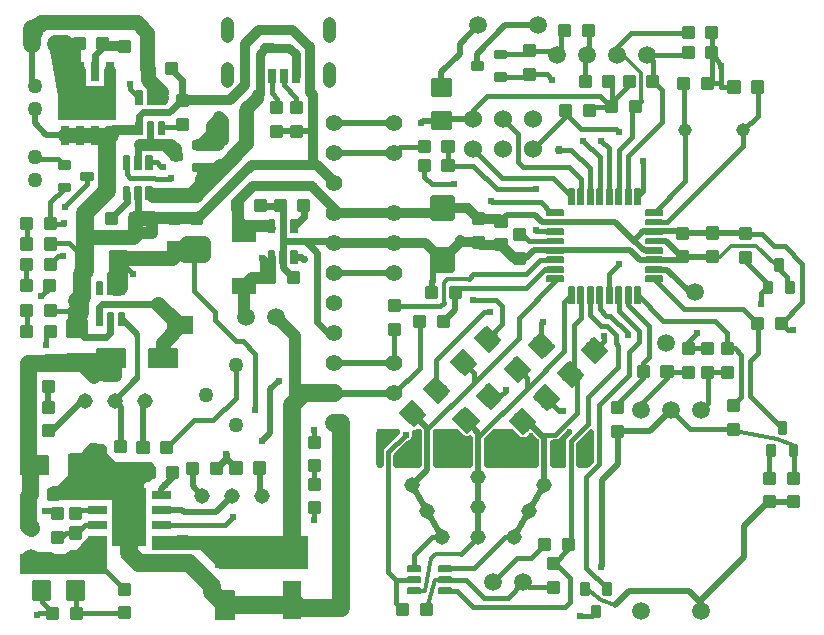
<source format=gbr>
G04 EAGLE Gerber RS-274X export*
G75*
%MOMM*%
%FSLAX34Y34*%
%LPD*%
%INTop Copper*%
%IPPOS*%
%AMOC8*
5,1,8,0,0,1.08239X$1,22.5*%
G01*
%ADD10C,0.330000*%
%ADD11C,1.508000*%
%ADD12C,0.320000*%
%ADD13C,0.170000*%
%ADD14C,0.416000*%
%ADD15R,0.900000X0.800000*%
%ADD16R,2.100000X1.400000*%
%ADD17C,0.030000*%
%ADD18R,4.900000X2.950000*%
%ADD19C,0.708000*%
%ADD20C,0.150000*%
%ADD21R,2.950000X4.900000*%
%ADD22R,2.200000X1.600000*%
%ADD23C,1.258000*%
%ADD24C,1.408000*%
%ADD25R,0.700000X1.200000*%
%ADD26R,0.760000X1.200000*%
%ADD27R,0.800000X1.200000*%
%ADD28C,1.108000*%
%ADD29C,1.308000*%
%ADD30R,1.600000X3.200000*%
%ADD31C,1.138000*%
%ADD32C,0.137500*%
%ADD33C,1.524000*%
%ADD34C,0.532500*%
%ADD35C,0.812800*%
%ADD36C,0.609600*%
%ADD37C,0.508000*%
%ADD38C,1.270000*%
%ADD39C,1.524000*%
%ADD40C,0.762000*%
%ADD41C,0.406400*%
%ADD42C,0.756400*%
%ADD43C,1.016000*%
%ADD44C,0.609600*%
%ADD45C,0.304800*%
%ADD46C,0.606400*%
%ADD47C,1.473200*%
%ADD48C,1.143000*%

G36*
X254050Y54241D02*
X254050Y54241D01*
X254101Y54243D01*
X254133Y54261D01*
X254169Y54269D01*
X254208Y54302D01*
X254253Y54326D01*
X254274Y54356D01*
X254302Y54379D01*
X254323Y54426D01*
X254353Y54468D01*
X254361Y54510D01*
X254373Y54538D01*
X254372Y54568D01*
X254380Y54610D01*
X254380Y81280D01*
X254369Y81330D01*
X254367Y81381D01*
X254349Y81413D01*
X254341Y81449D01*
X254308Y81488D01*
X254284Y81533D01*
X254254Y81554D01*
X254231Y81582D01*
X254184Y81603D01*
X254142Y81633D01*
X254100Y81641D01*
X254072Y81653D01*
X254042Y81652D01*
X254000Y81660D01*
X122682Y81660D01*
X122632Y81649D01*
X122581Y81647D01*
X122549Y81629D01*
X122513Y81621D01*
X122474Y81588D01*
X122429Y81564D01*
X122408Y81534D01*
X122380Y81511D01*
X122359Y81464D01*
X122329Y81422D01*
X122321Y81380D01*
X122309Y81352D01*
X122310Y81322D01*
X122302Y81280D01*
X122302Y70648D01*
X122313Y70598D01*
X122315Y70547D01*
X122333Y70515D01*
X122341Y70479D01*
X122374Y70440D01*
X122398Y70395D01*
X122428Y70374D01*
X122451Y70346D01*
X122498Y70325D01*
X122540Y70295D01*
X122582Y70287D01*
X122610Y70275D01*
X122640Y70276D01*
X122682Y70268D01*
X162874Y70268D01*
X178801Y54341D01*
X178866Y54301D01*
X178928Y54257D01*
X178940Y54255D01*
X178948Y54250D01*
X178985Y54246D01*
X179070Y54230D01*
X254000Y54230D01*
X254050Y54241D01*
G37*
G36*
X111787Y112271D02*
X111787Y112271D01*
X111813Y112269D01*
X111987Y112291D01*
X112161Y112309D01*
X112186Y112317D01*
X112213Y112320D01*
X112378Y112376D01*
X112546Y112427D01*
X112569Y112440D01*
X112594Y112448D01*
X112746Y112535D01*
X112900Y112619D01*
X112920Y112636D01*
X112943Y112649D01*
X113196Y112864D01*
X114720Y114388D01*
X114737Y114408D01*
X114758Y114426D01*
X114865Y114564D01*
X114975Y114699D01*
X114988Y114723D01*
X115004Y114744D01*
X115082Y114901D01*
X115164Y115055D01*
X115172Y115080D01*
X115184Y115105D01*
X115229Y115274D01*
X115279Y115441D01*
X115281Y115467D01*
X115288Y115493D01*
X115315Y115824D01*
X115315Y127509D01*
X119380Y127509D01*
X119407Y127511D01*
X119433Y127509D01*
X119607Y127531D01*
X119781Y127549D01*
X119806Y127557D01*
X119833Y127560D01*
X119998Y127616D01*
X120166Y127667D01*
X120189Y127680D01*
X120214Y127688D01*
X120366Y127775D01*
X120520Y127859D01*
X120540Y127876D01*
X120563Y127889D01*
X120816Y128104D01*
X123356Y130644D01*
X123373Y130664D01*
X123394Y130682D01*
X123501Y130820D01*
X123611Y130955D01*
X123624Y130979D01*
X123640Y131000D01*
X123718Y131157D01*
X123800Y131311D01*
X123808Y131336D01*
X123820Y131361D01*
X123865Y131530D01*
X123915Y131697D01*
X123917Y131723D01*
X123924Y131749D01*
X123951Y132080D01*
X123951Y142240D01*
X123949Y142258D01*
X123951Y142276D01*
X123930Y142458D01*
X123911Y142641D01*
X123906Y142658D01*
X123904Y142675D01*
X123847Y142850D01*
X123793Y143026D01*
X123785Y143041D01*
X123779Y143058D01*
X123689Y143218D01*
X123601Y143380D01*
X123590Y143393D01*
X123581Y143409D01*
X123461Y143548D01*
X123344Y143689D01*
X123330Y143700D01*
X123318Y143714D01*
X123173Y143826D01*
X123030Y143941D01*
X123014Y143949D01*
X123000Y143960D01*
X122835Y144042D01*
X122673Y144127D01*
X122656Y144132D01*
X122640Y144140D01*
X122461Y144187D01*
X122286Y144238D01*
X122268Y144240D01*
X122251Y144244D01*
X121920Y144271D01*
X87201Y144271D01*
X80771Y150701D01*
X80771Y152400D01*
X80769Y152418D01*
X80771Y152436D01*
X80750Y152618D01*
X80731Y152801D01*
X80726Y152818D01*
X80724Y152835D01*
X80667Y153010D01*
X80613Y153186D01*
X80605Y153201D01*
X80599Y153218D01*
X80509Y153378D01*
X80421Y153540D01*
X80410Y153553D01*
X80401Y153569D01*
X80281Y153708D01*
X80164Y153849D01*
X80150Y153860D01*
X80138Y153874D01*
X79993Y153986D01*
X79850Y154101D01*
X79834Y154109D01*
X79820Y154120D01*
X79655Y154202D01*
X79493Y154287D01*
X79476Y154292D01*
X79460Y154300D01*
X79281Y154347D01*
X79106Y154398D01*
X79088Y154400D01*
X79071Y154404D01*
X78740Y154431D01*
X66040Y154431D01*
X66013Y154429D01*
X65987Y154431D01*
X65813Y154409D01*
X65639Y154391D01*
X65614Y154384D01*
X65587Y154380D01*
X65422Y154325D01*
X65254Y154273D01*
X65231Y154260D01*
X65206Y154252D01*
X65054Y154165D01*
X64900Y154081D01*
X64880Y154064D01*
X64857Y154051D01*
X64604Y153836D01*
X62659Y151891D01*
X53340Y151891D01*
X53322Y151889D01*
X53304Y151891D01*
X53122Y151870D01*
X52939Y151851D01*
X52922Y151846D01*
X52905Y151844D01*
X52730Y151787D01*
X52554Y151733D01*
X52539Y151725D01*
X52522Y151719D01*
X52362Y151629D01*
X52200Y151541D01*
X52187Y151530D01*
X52171Y151521D01*
X52032Y151401D01*
X51891Y151284D01*
X51880Y151270D01*
X51867Y151258D01*
X51754Y151113D01*
X51639Y150970D01*
X51631Y150954D01*
X51620Y150940D01*
X51538Y150775D01*
X51453Y150613D01*
X51448Y150596D01*
X51440Y150580D01*
X51393Y150401D01*
X51342Y150226D01*
X51340Y150208D01*
X51336Y150191D01*
X51309Y149860D01*
X51309Y132921D01*
X42339Y123951D01*
X38100Y123951D01*
X38082Y123949D01*
X38064Y123951D01*
X37882Y123930D01*
X37699Y123911D01*
X37682Y123906D01*
X37665Y123904D01*
X37490Y123847D01*
X37314Y123793D01*
X37299Y123785D01*
X37282Y123779D01*
X37122Y123689D01*
X36960Y123601D01*
X36947Y123590D01*
X36931Y123581D01*
X36792Y123461D01*
X36651Y123344D01*
X36640Y123330D01*
X36627Y123318D01*
X36514Y123173D01*
X36399Y123030D01*
X36391Y123014D01*
X36380Y123000D01*
X36298Y122835D01*
X36213Y122673D01*
X36208Y122656D01*
X36200Y122640D01*
X36152Y122461D01*
X36102Y122286D01*
X36100Y122268D01*
X36096Y122251D01*
X36069Y121920D01*
X36069Y114300D01*
X36071Y114282D01*
X36069Y114264D01*
X36090Y114082D01*
X36109Y113899D01*
X36114Y113882D01*
X36116Y113865D01*
X36173Y113690D01*
X36227Y113514D01*
X36235Y113499D01*
X36241Y113482D01*
X36331Y113322D01*
X36419Y113160D01*
X36430Y113147D01*
X36439Y113131D01*
X36559Y112992D01*
X36676Y112851D01*
X36690Y112840D01*
X36702Y112827D01*
X36847Y112714D01*
X36990Y112599D01*
X37006Y112591D01*
X37020Y112580D01*
X37185Y112498D01*
X37347Y112413D01*
X37364Y112408D01*
X37381Y112400D01*
X37559Y112353D01*
X37734Y112302D01*
X37752Y112300D01*
X37769Y112296D01*
X38100Y112269D01*
X111760Y112269D01*
X111787Y112271D01*
G37*
G36*
X447565Y139704D02*
X447565Y139704D01*
X447599Y139702D01*
X447788Y139724D01*
X447979Y139741D01*
X448012Y139750D01*
X448046Y139754D01*
X448229Y139809D01*
X448413Y139859D01*
X448444Y139874D01*
X448477Y139884D01*
X448648Y139971D01*
X448820Y140053D01*
X448848Y140073D01*
X448879Y140088D01*
X449031Y140204D01*
X449186Y140315D01*
X449210Y140340D01*
X449237Y140360D01*
X449366Y140501D01*
X449500Y140637D01*
X449519Y140666D01*
X449543Y140692D01*
X449645Y140853D01*
X449752Y141010D01*
X449766Y141042D01*
X449784Y141071D01*
X449857Y141248D01*
X449934Y141422D01*
X449942Y141456D01*
X449955Y141488D01*
X449995Y141675D01*
X450041Y141860D01*
X450043Y141894D01*
X450050Y141928D01*
X450069Y142240D01*
X450069Y162147D01*
X450055Y162310D01*
X450048Y162475D01*
X450035Y162534D01*
X450029Y162595D01*
X449986Y162754D01*
X449950Y162914D01*
X449927Y162971D01*
X449911Y163030D01*
X449840Y163178D01*
X449777Y163330D01*
X449744Y163381D01*
X449717Y163436D01*
X449622Y163570D01*
X449532Y163708D01*
X449481Y163766D01*
X449455Y163802D01*
X449412Y163845D01*
X449326Y163942D01*
X447871Y165397D01*
X444905Y168363D01*
X444878Y168385D01*
X444855Y168411D01*
X444706Y168529D01*
X444560Y168652D01*
X444530Y168669D01*
X444502Y168690D01*
X444334Y168780D01*
X444169Y168875D01*
X444136Y168887D01*
X444106Y168903D01*
X443924Y168962D01*
X443744Y169026D01*
X443710Y169031D01*
X443677Y169042D01*
X443488Y169068D01*
X443300Y169099D01*
X443266Y169099D01*
X443231Y169104D01*
X443040Y169096D01*
X442850Y169093D01*
X442816Y169087D01*
X442781Y169085D01*
X442595Y169044D01*
X442408Y169008D01*
X442376Y168995D01*
X442342Y168988D01*
X442166Y168914D01*
X441988Y168845D01*
X441958Y168827D01*
X441926Y168814D01*
X441766Y168711D01*
X441603Y168611D01*
X441577Y168588D01*
X441548Y168570D01*
X441314Y168363D01*
X438755Y165803D01*
X437413Y165248D01*
X435960Y165248D01*
X434619Y165803D01*
X428446Y171976D01*
X428320Y172081D01*
X428199Y172193D01*
X428148Y172225D01*
X428101Y172264D01*
X427959Y172346D01*
X427820Y172434D01*
X427763Y172458D01*
X427710Y172488D01*
X427555Y172543D01*
X427403Y172605D01*
X427343Y172618D01*
X427286Y172639D01*
X427124Y172665D01*
X426963Y172700D01*
X426886Y172705D01*
X426842Y172712D01*
X426781Y172711D01*
X426651Y172719D01*
X412463Y172719D01*
X412299Y172705D01*
X412135Y172698D01*
X412075Y172685D01*
X412014Y172679D01*
X411856Y172636D01*
X411695Y172600D01*
X411639Y172577D01*
X411580Y172561D01*
X411432Y172490D01*
X411280Y172427D01*
X411228Y172394D01*
X411173Y172367D01*
X411040Y172272D01*
X410902Y172182D01*
X410844Y172131D01*
X410807Y172105D01*
X410806Y172104D01*
X410800Y172098D01*
X410799Y172097D01*
X410763Y172060D01*
X410667Y171976D01*
X404114Y165423D01*
X404009Y165296D01*
X403897Y165176D01*
X403865Y165124D01*
X403826Y165077D01*
X403744Y164935D01*
X403656Y164796D01*
X403632Y164739D01*
X403602Y164686D01*
X403547Y164531D01*
X403485Y164379D01*
X403472Y164320D01*
X403451Y164262D01*
X403425Y164100D01*
X403390Y163939D01*
X403385Y163862D01*
X403378Y163818D01*
X403379Y163757D01*
X403371Y163627D01*
X403371Y142240D01*
X403374Y142206D01*
X403372Y142171D01*
X403394Y141982D01*
X403411Y141792D01*
X403420Y141758D01*
X403424Y141724D01*
X403479Y141541D01*
X403529Y141357D01*
X403544Y141326D01*
X403554Y141293D01*
X403641Y141122D01*
X403723Y140951D01*
X403743Y140922D01*
X403758Y140891D01*
X403874Y140739D01*
X403985Y140584D01*
X404010Y140560D01*
X404030Y140533D01*
X404170Y140404D01*
X404307Y140270D01*
X404336Y140251D01*
X404362Y140228D01*
X404523Y140125D01*
X404680Y140018D01*
X404712Y140004D01*
X404741Y139986D01*
X404918Y139913D01*
X405092Y139836D01*
X405126Y139828D01*
X405158Y139815D01*
X405345Y139775D01*
X405530Y139729D01*
X405564Y139727D01*
X405598Y139720D01*
X405910Y139701D01*
X447530Y139701D01*
X447565Y139704D01*
G37*
G36*
X82370Y49675D02*
X82370Y49675D01*
X82445Y49688D01*
X82455Y49695D01*
X82465Y49697D01*
X82494Y49721D01*
X82565Y49769D01*
X83835Y51039D01*
X83875Y51104D01*
X83919Y51166D01*
X83921Y51178D01*
X83926Y51186D01*
X83930Y51223D01*
X83946Y51308D01*
X83946Y81280D01*
X83935Y81330D01*
X83933Y81381D01*
X83915Y81413D01*
X83907Y81449D01*
X83874Y81488D01*
X83850Y81533D01*
X83820Y81554D01*
X83797Y81582D01*
X83750Y81603D01*
X83708Y81633D01*
X83666Y81641D01*
X83638Y81653D01*
X83608Y81652D01*
X83566Y81660D01*
X68580Y81660D01*
X68530Y81649D01*
X68479Y81647D01*
X68447Y81629D01*
X68411Y81621D01*
X68372Y81588D01*
X68327Y81564D01*
X68306Y81534D01*
X68278Y81511D01*
X68257Y81464D01*
X68227Y81422D01*
X68219Y81380D01*
X68207Y81352D01*
X68208Y81322D01*
X68200Y81280D01*
X68200Y75184D01*
X68211Y75134D01*
X68213Y75100D01*
X51170Y58057D01*
X25857Y59263D01*
X18811Y66309D01*
X18746Y66349D01*
X18684Y66393D01*
X18672Y66395D01*
X18664Y66400D01*
X18627Y66404D01*
X18542Y66420D01*
X10668Y66420D01*
X10618Y66409D01*
X10567Y66407D01*
X10535Y66389D01*
X10499Y66381D01*
X10460Y66348D01*
X10415Y66324D01*
X10394Y66294D01*
X10366Y66271D01*
X10345Y66224D01*
X10315Y66182D01*
X10307Y66140D01*
X10295Y66112D01*
X10296Y66083D01*
X10295Y66081D01*
X10295Y66077D01*
X10288Y66040D01*
X10288Y50038D01*
X10299Y49988D01*
X10301Y49937D01*
X10319Y49905D01*
X10327Y49869D01*
X10360Y49830D01*
X10384Y49785D01*
X10414Y49764D01*
X10437Y49736D01*
X10484Y49715D01*
X10526Y49685D01*
X10568Y49677D01*
X10596Y49665D01*
X10626Y49666D01*
X10668Y49658D01*
X82296Y49658D01*
X82370Y49675D01*
G37*
G36*
X391685Y139704D02*
X391685Y139704D01*
X391719Y139702D01*
X391908Y139724D01*
X392099Y139741D01*
X392132Y139750D01*
X392166Y139754D01*
X392349Y139809D01*
X392533Y139859D01*
X392564Y139874D01*
X392597Y139884D01*
X392768Y139971D01*
X392940Y140053D01*
X392968Y140073D01*
X392999Y140088D01*
X393151Y140204D01*
X393306Y140315D01*
X393330Y140340D01*
X393357Y140360D01*
X393486Y140501D01*
X393620Y140637D01*
X393639Y140666D01*
X393663Y140692D01*
X393765Y140853D01*
X393872Y141010D01*
X393886Y141042D01*
X393904Y141071D01*
X393977Y141248D01*
X394054Y141422D01*
X394062Y141456D01*
X394075Y141488D01*
X394115Y141675D01*
X394161Y141860D01*
X394163Y141894D01*
X394170Y141928D01*
X394189Y142240D01*
X394189Y164593D01*
X394182Y164675D01*
X394184Y164757D01*
X394162Y164899D01*
X394149Y165042D01*
X394128Y165121D01*
X394115Y165202D01*
X394069Y165338D01*
X394031Y165476D01*
X393995Y165550D01*
X393969Y165628D01*
X393899Y165753D01*
X393837Y165883D01*
X393790Y165949D01*
X393749Y166021D01*
X393659Y166132D01*
X393575Y166249D01*
X393516Y166306D01*
X393464Y166370D01*
X393355Y166463D01*
X393253Y166563D01*
X393184Y166609D01*
X393122Y166662D01*
X392998Y166735D01*
X392880Y166815D01*
X392804Y166848D01*
X392733Y166890D01*
X392599Y166939D01*
X392468Y166997D01*
X392388Y167017D01*
X392310Y167045D01*
X392169Y167070D01*
X392030Y167104D01*
X391948Y167109D01*
X391867Y167123D01*
X391724Y167123D01*
X391581Y167131D01*
X391499Y167122D01*
X391417Y167122D01*
X391276Y167096D01*
X391134Y167079D01*
X391055Y167055D01*
X390974Y167041D01*
X390740Y166960D01*
X390703Y166949D01*
X390693Y166944D01*
X390678Y166939D01*
X389661Y166518D01*
X388208Y166518D01*
X386867Y167073D01*
X381964Y171976D01*
X381839Y172081D01*
X381717Y172193D01*
X381666Y172225D01*
X381619Y172264D01*
X381477Y172346D01*
X381338Y172434D01*
X381281Y172458D01*
X381228Y172488D01*
X381073Y172543D01*
X380921Y172605D01*
X380861Y172618D01*
X380804Y172639D01*
X380642Y172665D01*
X380481Y172700D01*
X380404Y172705D01*
X380360Y172712D01*
X380299Y172711D01*
X380169Y172719D01*
X362933Y172719D01*
X362769Y172705D01*
X362605Y172698D01*
X362545Y172685D01*
X362484Y172679D01*
X362325Y172636D01*
X362165Y172600D01*
X362109Y172577D01*
X362050Y172561D01*
X361902Y172490D01*
X361750Y172427D01*
X361698Y172394D01*
X361643Y172367D01*
X361510Y172272D01*
X361371Y172182D01*
X361314Y172131D01*
X361277Y172105D01*
X361276Y172104D01*
X361270Y172098D01*
X361269Y172097D01*
X361233Y172060D01*
X361137Y171975D01*
X360934Y171772D01*
X360829Y171646D01*
X360717Y171526D01*
X360685Y171474D01*
X360645Y171427D01*
X360564Y171284D01*
X360476Y171146D01*
X360452Y171089D01*
X360422Y171036D01*
X360367Y170881D01*
X360305Y170729D01*
X360292Y170669D01*
X360271Y170612D01*
X360245Y170450D01*
X360210Y170289D01*
X360205Y170212D01*
X360198Y170168D01*
X360199Y170107D01*
X360191Y169977D01*
X360191Y142240D01*
X360194Y142206D01*
X360192Y142171D01*
X360214Y141982D01*
X360231Y141792D01*
X360240Y141758D01*
X360244Y141724D01*
X360299Y141541D01*
X360349Y141357D01*
X360364Y141326D01*
X360374Y141293D01*
X360461Y141122D01*
X360543Y140951D01*
X360563Y140922D01*
X360578Y140891D01*
X360694Y140739D01*
X360805Y140584D01*
X360830Y140560D01*
X360850Y140533D01*
X360990Y140404D01*
X361127Y140270D01*
X361156Y140251D01*
X361182Y140228D01*
X361343Y140125D01*
X361500Y140018D01*
X361532Y140004D01*
X361561Y139986D01*
X361738Y139913D01*
X361912Y139836D01*
X361946Y139828D01*
X361978Y139815D01*
X362165Y139775D01*
X362350Y139729D01*
X362384Y139727D01*
X362418Y139720D01*
X362730Y139701D01*
X391650Y139701D01*
X391685Y139704D01*
G37*
G36*
X348505Y139704D02*
X348505Y139704D01*
X348539Y139702D01*
X348728Y139724D01*
X348919Y139741D01*
X348952Y139750D01*
X348986Y139754D01*
X349169Y139809D01*
X349353Y139859D01*
X349384Y139874D01*
X349417Y139884D01*
X349588Y139971D01*
X349760Y140053D01*
X349788Y140073D01*
X349819Y140088D01*
X349971Y140204D01*
X350126Y140315D01*
X350150Y140340D01*
X350177Y140360D01*
X350306Y140501D01*
X350440Y140637D01*
X350459Y140666D01*
X350483Y140692D01*
X350585Y140853D01*
X350692Y141010D01*
X350706Y141042D01*
X350724Y141071D01*
X350797Y141248D01*
X350874Y141422D01*
X350882Y141456D01*
X350895Y141488D01*
X350935Y141675D01*
X350981Y141860D01*
X350983Y141894D01*
X350990Y141928D01*
X351009Y142240D01*
X351009Y169977D01*
X350995Y170140D01*
X350988Y170304D01*
X350975Y170364D01*
X350969Y170425D01*
X350926Y170584D01*
X350890Y170744D01*
X350867Y170800D01*
X350851Y170859D01*
X350780Y171008D01*
X350717Y171159D01*
X350684Y171211D01*
X350657Y171266D01*
X350562Y171400D01*
X350473Y171538D01*
X350421Y171596D01*
X350395Y171632D01*
X350352Y171675D01*
X350266Y171772D01*
X350062Y171975D01*
X349936Y172081D01*
X349815Y172193D01*
X349764Y172225D01*
X349717Y172264D01*
X349574Y172346D01*
X349435Y172434D01*
X349379Y172457D01*
X349326Y172488D01*
X349171Y172543D01*
X349019Y172605D01*
X348959Y172618D01*
X348902Y172639D01*
X348740Y172665D01*
X348578Y172700D01*
X348501Y172705D01*
X348457Y172712D01*
X348397Y172711D01*
X348267Y172719D01*
X347303Y172719D01*
X347186Y172709D01*
X347069Y172709D01*
X346963Y172689D01*
X346854Y172679D01*
X346741Y172649D01*
X346626Y172628D01*
X346480Y172577D01*
X346420Y172561D01*
X346407Y172555D01*
X346402Y172553D01*
X346400Y172553D01*
X346378Y172542D01*
X346331Y172526D01*
X344685Y171844D01*
X344557Y171824D01*
X344415Y171812D01*
X344335Y171790D01*
X344254Y171777D01*
X344118Y171731D01*
X343980Y171693D01*
X343906Y171658D01*
X343828Y171631D01*
X343703Y171561D01*
X343574Y171500D01*
X343507Y171452D01*
X343435Y171412D01*
X343324Y171321D01*
X343208Y171238D01*
X343150Y171179D01*
X343086Y171126D01*
X342993Y171017D01*
X342894Y170915D01*
X342847Y170847D01*
X342794Y170784D01*
X342722Y170660D01*
X342642Y170542D01*
X342608Y170466D01*
X342567Y170395D01*
X342517Y170261D01*
X342459Y170130D01*
X342440Y170050D01*
X342411Y169973D01*
X342387Y169832D01*
X342353Y169693D01*
X342348Y169610D01*
X342333Y169529D01*
X342334Y169386D01*
X342325Y169243D01*
X342334Y169161D01*
X342335Y169079D01*
X342360Y168938D01*
X342377Y168796D01*
X342401Y168717D01*
X342415Y168643D01*
X342415Y166567D01*
X341641Y164699D01*
X340211Y163269D01*
X338263Y162462D01*
X338160Y162408D01*
X338052Y162363D01*
X337960Y162304D01*
X337864Y162254D01*
X337772Y162182D01*
X337674Y162119D01*
X337558Y162016D01*
X337508Y161978D01*
X337484Y161951D01*
X337440Y161912D01*
X327406Y151879D01*
X327301Y151752D01*
X327189Y151631D01*
X327157Y151580D01*
X327118Y151533D01*
X327036Y151391D01*
X326948Y151252D01*
X326924Y151195D01*
X326894Y151142D01*
X326839Y150987D01*
X326777Y150835D01*
X326764Y150776D01*
X326743Y150718D01*
X326717Y150556D01*
X326682Y150395D01*
X326677Y150318D01*
X326670Y150274D01*
X326671Y150213D01*
X326663Y150083D01*
X326663Y142240D01*
X326666Y142206D01*
X326664Y142171D01*
X326686Y141982D01*
X326703Y141792D01*
X326712Y141758D01*
X326716Y141724D01*
X326771Y141541D01*
X326821Y141357D01*
X326836Y141326D01*
X326846Y141293D01*
X326933Y141122D01*
X327015Y140951D01*
X327035Y140922D01*
X327050Y140891D01*
X327166Y140739D01*
X327277Y140584D01*
X327302Y140560D01*
X327322Y140533D01*
X327462Y140404D01*
X327599Y140270D01*
X327628Y140251D01*
X327654Y140228D01*
X327815Y140125D01*
X327972Y140018D01*
X328004Y140004D01*
X328033Y139986D01*
X328210Y139913D01*
X328384Y139836D01*
X328418Y139828D01*
X328450Y139815D01*
X328637Y139775D01*
X328822Y139729D01*
X328856Y139727D01*
X328890Y139720D01*
X329202Y139701D01*
X348470Y139701D01*
X348505Y139704D01*
G37*
G36*
X491179Y139715D02*
X491179Y139715D01*
X491343Y139722D01*
X491403Y139735D01*
X491464Y139741D01*
X491622Y139784D01*
X491783Y139820D01*
X491839Y139843D01*
X491898Y139859D01*
X492046Y139930D01*
X492198Y139993D01*
X492250Y140026D01*
X492305Y140053D01*
X492438Y140148D01*
X492576Y140238D01*
X492634Y140289D01*
X492671Y140315D01*
X492713Y140358D01*
X492811Y140444D01*
X495808Y143441D01*
X495913Y143568D01*
X496025Y143688D01*
X496057Y143740D01*
X496096Y143787D01*
X496178Y143929D01*
X496266Y144068D01*
X496290Y144125D01*
X496320Y144178D01*
X496375Y144333D01*
X496437Y144485D01*
X496450Y144544D01*
X496471Y144602D01*
X496497Y144764D01*
X496532Y144925D01*
X496537Y145002D01*
X496544Y145046D01*
X496543Y145107D01*
X496551Y145237D01*
X496551Y169687D01*
X496540Y169817D01*
X496538Y169947D01*
X496520Y170040D01*
X496511Y170136D01*
X496477Y170261D01*
X496452Y170389D01*
X496418Y170478D01*
X496393Y170570D01*
X496337Y170687D01*
X496290Y170809D01*
X496240Y170891D01*
X496199Y170977D01*
X496124Y171082D01*
X496056Y171193D01*
X495993Y171265D01*
X495937Y171343D01*
X495844Y171434D01*
X495758Y171531D01*
X495683Y171590D01*
X495615Y171657D01*
X495507Y171730D01*
X495405Y171810D01*
X495321Y171855D01*
X495242Y171909D01*
X495123Y171961D01*
X495008Y172023D01*
X494917Y172052D01*
X494830Y172091D01*
X494703Y172122D01*
X494580Y172162D01*
X494485Y172175D01*
X494392Y172198D01*
X494263Y172206D01*
X494134Y172223D01*
X494038Y172220D01*
X493943Y172225D01*
X493814Y172210D01*
X493684Y172205D01*
X493591Y172184D01*
X493496Y172173D01*
X493371Y172136D01*
X493244Y172108D01*
X493156Y172071D01*
X493065Y172043D01*
X492949Y171984D01*
X492829Y171934D01*
X492748Y171882D01*
X492663Y171839D01*
X492560Y171760D01*
X492451Y171690D01*
X492353Y171603D01*
X492305Y171567D01*
X492274Y171534D01*
X492216Y171483D01*
X482186Y161453D01*
X482081Y161326D01*
X481969Y161206D01*
X481937Y161154D01*
X481898Y161107D01*
X481816Y160965D01*
X481728Y160826D01*
X481704Y160769D01*
X481674Y160716D01*
X481619Y160561D01*
X481557Y160409D01*
X481544Y160350D01*
X481523Y160292D01*
X481497Y160130D01*
X481462Y159969D01*
X481457Y159892D01*
X481450Y159848D01*
X481451Y159787D01*
X481443Y159657D01*
X481443Y142240D01*
X481446Y142206D01*
X481444Y142171D01*
X481466Y141982D01*
X481483Y141792D01*
X481492Y141758D01*
X481496Y141724D01*
X481551Y141541D01*
X481601Y141357D01*
X481616Y141326D01*
X481626Y141293D01*
X481713Y141122D01*
X481795Y140951D01*
X481815Y140922D01*
X481830Y140891D01*
X481946Y140739D01*
X482057Y140584D01*
X482082Y140560D01*
X482102Y140533D01*
X482242Y140404D01*
X482379Y140270D01*
X482408Y140251D01*
X482434Y140228D01*
X482595Y140125D01*
X482752Y140018D01*
X482784Y140004D01*
X482813Y139986D01*
X482990Y139913D01*
X483164Y139836D01*
X483198Y139828D01*
X483230Y139815D01*
X483417Y139775D01*
X483602Y139729D01*
X483636Y139727D01*
X483670Y139720D01*
X483982Y139701D01*
X491015Y139701D01*
X491179Y139715D01*
G37*
G36*
X470773Y139704D02*
X470773Y139704D01*
X470807Y139702D01*
X470996Y139724D01*
X471187Y139741D01*
X471220Y139750D01*
X471254Y139754D01*
X471437Y139809D01*
X471621Y139859D01*
X471652Y139874D01*
X471685Y139884D01*
X471856Y139971D01*
X472028Y140053D01*
X472056Y140073D01*
X472087Y140088D01*
X472239Y140204D01*
X472394Y140315D01*
X472418Y140340D01*
X472445Y140360D01*
X472574Y140501D01*
X472708Y140637D01*
X472727Y140666D01*
X472751Y140692D01*
X472853Y140853D01*
X472960Y141010D01*
X472974Y141042D01*
X472992Y141071D01*
X473065Y141248D01*
X473142Y141422D01*
X473150Y141456D01*
X473163Y141488D01*
X473203Y141675D01*
X473249Y141860D01*
X473251Y141894D01*
X473258Y141928D01*
X473277Y142240D01*
X473277Y163212D01*
X473899Y164713D01*
X477571Y168384D01*
X477654Y168484D01*
X477745Y168577D01*
X477798Y168657D01*
X477860Y168730D01*
X477924Y168843D01*
X477997Y168950D01*
X478036Y169038D01*
X478083Y169121D01*
X478126Y169243D01*
X478179Y169362D01*
X478202Y169455D01*
X478234Y169545D01*
X478255Y169674D01*
X478286Y169800D01*
X478292Y169895D01*
X478307Y169989D01*
X478305Y170120D01*
X478313Y170249D01*
X478302Y170344D01*
X478301Y170440D01*
X478276Y170567D01*
X478261Y170696D01*
X478234Y170788D01*
X478216Y170882D01*
X478169Y171003D01*
X478131Y171127D01*
X478088Y171212D01*
X478053Y171302D01*
X477986Y171413D01*
X477927Y171529D01*
X477869Y171605D01*
X477819Y171686D01*
X477733Y171784D01*
X477655Y171887D01*
X477584Y171952D01*
X477521Y172024D01*
X477419Y172104D01*
X477324Y172193D01*
X477243Y172244D01*
X477168Y172303D01*
X477054Y172364D01*
X476944Y172434D01*
X476855Y172471D01*
X476771Y172516D01*
X476648Y172556D01*
X476527Y172605D01*
X476434Y172625D01*
X476343Y172655D01*
X476214Y172673D01*
X476087Y172700D01*
X475957Y172708D01*
X475897Y172716D01*
X475852Y172715D01*
X475837Y172715D01*
X475831Y172716D01*
X475826Y172716D01*
X475775Y172719D01*
X475709Y172719D01*
X475545Y172705D01*
X475381Y172698D01*
X475321Y172685D01*
X475260Y172679D01*
X475102Y172636D01*
X474941Y172600D01*
X474885Y172577D01*
X474826Y172561D01*
X474678Y172490D01*
X474526Y172427D01*
X474474Y172394D01*
X474419Y172367D01*
X474286Y172272D01*
X474148Y172182D01*
X474090Y172131D01*
X474053Y172105D01*
X474052Y172104D01*
X474046Y172098D01*
X474045Y172097D01*
X474009Y172060D01*
X473913Y171976D01*
X467622Y165684D01*
X466117Y164179D01*
X464616Y163557D01*
X461790Y163557D01*
X461755Y163554D01*
X461721Y163556D01*
X461532Y163534D01*
X461341Y163517D01*
X461308Y163508D01*
X461274Y163504D01*
X461091Y163449D01*
X460907Y163399D01*
X460876Y163384D01*
X460843Y163374D01*
X460672Y163287D01*
X460500Y163205D01*
X460472Y163185D01*
X460441Y163170D01*
X460289Y163054D01*
X460134Y162943D01*
X460110Y162918D01*
X460083Y162898D01*
X459954Y162758D01*
X459820Y162621D01*
X459801Y162592D01*
X459777Y162566D01*
X459675Y162405D01*
X459568Y162248D01*
X459554Y162216D01*
X459536Y162187D01*
X459463Y162010D01*
X459386Y161836D01*
X459378Y161802D01*
X459365Y161770D01*
X459325Y161583D01*
X459279Y161398D01*
X459277Y161364D01*
X459270Y161330D01*
X459251Y161018D01*
X459251Y142240D01*
X459254Y142206D01*
X459252Y142171D01*
X459274Y141982D01*
X459291Y141792D01*
X459300Y141758D01*
X459304Y141724D01*
X459359Y141541D01*
X459409Y141357D01*
X459424Y141326D01*
X459434Y141293D01*
X459521Y141122D01*
X459603Y140951D01*
X459623Y140922D01*
X459638Y140891D01*
X459754Y140739D01*
X459865Y140584D01*
X459890Y140560D01*
X459910Y140533D01*
X460050Y140404D01*
X460187Y140270D01*
X460216Y140251D01*
X460242Y140228D01*
X460403Y140125D01*
X460560Y140018D01*
X460592Y140004D01*
X460621Y139986D01*
X460798Y139913D01*
X460972Y139836D01*
X461006Y139828D01*
X461038Y139815D01*
X461225Y139775D01*
X461410Y139729D01*
X461444Y139727D01*
X461478Y139720D01*
X461790Y139701D01*
X470738Y139701D01*
X470773Y139704D01*
G37*
G36*
X315993Y139704D02*
X315993Y139704D01*
X316027Y139702D01*
X316216Y139724D01*
X316407Y139741D01*
X316440Y139750D01*
X316474Y139754D01*
X316657Y139809D01*
X316841Y139859D01*
X316872Y139874D01*
X316905Y139884D01*
X317076Y139971D01*
X317248Y140053D01*
X317276Y140073D01*
X317307Y140088D01*
X317459Y140204D01*
X317614Y140315D01*
X317638Y140340D01*
X317665Y140360D01*
X317794Y140501D01*
X317928Y140637D01*
X317947Y140666D01*
X317971Y140692D01*
X318073Y140853D01*
X318180Y141010D01*
X318194Y141042D01*
X318212Y141071D01*
X318285Y141248D01*
X318362Y141422D01*
X318370Y141456D01*
X318383Y141488D01*
X318423Y141675D01*
X318469Y141860D01*
X318471Y141894D01*
X318478Y141928D01*
X318497Y142240D01*
X318497Y153638D01*
X319119Y155139D01*
X331666Y167686D01*
X331741Y167775D01*
X331823Y167858D01*
X331885Y167947D01*
X331955Y168031D01*
X332013Y168132D01*
X332079Y168228D01*
X332147Y168367D01*
X332178Y168422D01*
X332190Y168456D01*
X332216Y168509D01*
X332506Y169208D01*
X332530Y169285D01*
X332560Y169354D01*
X332561Y169355D01*
X332561Y169356D01*
X332564Y169362D01*
X332598Y169501D01*
X332640Y169638D01*
X332651Y169720D01*
X332670Y169800D01*
X332679Y169942D01*
X332697Y170085D01*
X332693Y170167D01*
X332698Y170249D01*
X332681Y170391D01*
X332674Y170534D01*
X332655Y170614D01*
X332646Y170696D01*
X332604Y170834D01*
X332572Y170973D01*
X332540Y171048D01*
X332516Y171127D01*
X332451Y171255D01*
X332394Y171386D01*
X332349Y171455D01*
X332311Y171529D01*
X332225Y171642D01*
X332146Y171762D01*
X332089Y171822D01*
X332039Y171887D01*
X331934Y171984D01*
X331835Y172088D01*
X331769Y172137D01*
X331708Y172193D01*
X331587Y172269D01*
X331472Y172354D01*
X331398Y172390D01*
X331328Y172434D01*
X331196Y172489D01*
X331067Y172552D01*
X330988Y172574D01*
X330912Y172605D01*
X330772Y172635D01*
X330634Y172675D01*
X330552Y172683D01*
X330472Y172700D01*
X330226Y172715D01*
X330186Y172719D01*
X330175Y172718D01*
X330160Y172719D01*
X314960Y172719D01*
X314926Y172716D01*
X314891Y172718D01*
X314702Y172696D01*
X314512Y172679D01*
X314478Y172670D01*
X314444Y172666D01*
X314261Y172611D01*
X314077Y172561D01*
X314046Y172546D01*
X314013Y172536D01*
X313842Y172449D01*
X313671Y172367D01*
X313642Y172347D01*
X313611Y172332D01*
X313459Y172216D01*
X313304Y172105D01*
X313280Y172080D01*
X313253Y172060D01*
X313124Y171920D01*
X312990Y171783D01*
X312971Y171754D01*
X312948Y171728D01*
X312845Y171567D01*
X312738Y171410D01*
X312724Y171378D01*
X312706Y171349D01*
X312633Y171172D01*
X312556Y170998D01*
X312548Y170964D01*
X312535Y170932D01*
X312495Y170745D01*
X312449Y170560D01*
X312447Y170526D01*
X312440Y170492D01*
X312421Y170180D01*
X312421Y142240D01*
X312424Y142206D01*
X312422Y142171D01*
X312444Y141982D01*
X312461Y141792D01*
X312470Y141758D01*
X312474Y141724D01*
X312529Y141541D01*
X312579Y141357D01*
X312594Y141326D01*
X312604Y141293D01*
X312691Y141122D01*
X312773Y140951D01*
X312793Y140922D01*
X312808Y140891D01*
X312924Y140739D01*
X313035Y140584D01*
X313060Y140560D01*
X313080Y140533D01*
X313221Y140404D01*
X313357Y140270D01*
X313386Y140251D01*
X313412Y140228D01*
X313573Y140125D01*
X313730Y140018D01*
X313762Y140004D01*
X313791Y139986D01*
X313968Y139913D01*
X314142Y139836D01*
X314176Y139828D01*
X314208Y139815D01*
X314395Y139775D01*
X314580Y139729D01*
X314614Y139727D01*
X314648Y139720D01*
X314960Y139701D01*
X315958Y139701D01*
X315993Y139704D01*
G37*
D10*
X32314Y315774D02*
X40014Y315774D01*
X40014Y308074D01*
X32314Y308074D01*
X32314Y315774D01*
X32314Y311209D02*
X40014Y311209D01*
X40014Y314344D02*
X32314Y314344D01*
X20014Y315774D02*
X12314Y315774D01*
X20014Y315774D02*
X20014Y308074D01*
X12314Y308074D01*
X12314Y315774D01*
X12314Y311209D02*
X20014Y311209D01*
X20014Y314344D02*
X12314Y314344D01*
D11*
X20840Y498800D03*
X40840Y498800D03*
D10*
X76804Y502368D02*
X84504Y502368D01*
X84504Y494668D01*
X76804Y494668D01*
X76804Y502368D01*
X76804Y497803D02*
X84504Y497803D01*
X84504Y500938D02*
X76804Y500938D01*
X64504Y502368D02*
X56804Y502368D01*
X64504Y502368D02*
X64504Y494668D01*
X56804Y494668D01*
X56804Y502368D01*
X56804Y497803D02*
X64504Y497803D01*
X64504Y500938D02*
X56804Y500938D01*
X134726Y481332D02*
X142426Y481332D01*
X142426Y473632D01*
X134726Y473632D01*
X134726Y481332D01*
X134726Y476767D02*
X142426Y476767D01*
X142426Y479902D02*
X134726Y479902D01*
X122426Y481332D02*
X114726Y481332D01*
X122426Y481332D02*
X122426Y473632D01*
X114726Y473632D01*
X114726Y481332D01*
X114726Y476767D02*
X122426Y476767D01*
X122426Y479902D02*
X114726Y479902D01*
X145566Y354622D02*
X145566Y346922D01*
X137866Y346922D01*
X137866Y354622D01*
X145566Y354622D01*
X145566Y350057D02*
X137866Y350057D01*
X137866Y353192D02*
X145566Y353192D01*
X145566Y366922D02*
X145566Y374622D01*
X145566Y366922D02*
X137866Y366922D01*
X137866Y374622D01*
X145566Y374622D01*
X145566Y370057D02*
X137866Y370057D01*
X137866Y373192D02*
X145566Y373192D01*
X152186Y61414D02*
X152186Y53714D01*
X144486Y53714D01*
X144486Y61414D01*
X152186Y61414D01*
X152186Y56849D02*
X144486Y56849D01*
X144486Y59984D02*
X152186Y59984D01*
X152186Y73714D02*
X152186Y81414D01*
X152186Y73714D02*
X144486Y73714D01*
X144486Y81414D01*
X152186Y81414D01*
X152186Y76849D02*
X144486Y76849D01*
X144486Y79984D02*
X152186Y79984D01*
D12*
X100376Y307291D02*
X87576Y307291D01*
X87576Y322121D01*
X100376Y322121D01*
X100376Y307291D01*
X100376Y310331D02*
X87576Y310331D01*
X87576Y313371D02*
X100376Y313371D01*
X100376Y316411D02*
X87576Y316411D01*
X87576Y319451D02*
X100376Y319451D01*
X71936Y307291D02*
X59136Y307291D01*
X59136Y322121D01*
X71936Y322121D01*
X71936Y307291D01*
X71936Y310331D02*
X59136Y310331D01*
X59136Y313371D02*
X71936Y313371D01*
X71936Y316411D02*
X59136Y316411D01*
X59136Y319451D02*
X71936Y319451D01*
D10*
X54062Y124594D02*
X54062Y116894D01*
X54062Y124594D02*
X61762Y124594D01*
X61762Y116894D01*
X54062Y116894D01*
X54062Y120029D02*
X61762Y120029D01*
X61762Y123164D02*
X54062Y123164D01*
X54062Y104594D02*
X54062Y96894D01*
X54062Y104594D02*
X61762Y104594D01*
X61762Y96894D01*
X54062Y96894D01*
X54062Y100029D02*
X61762Y100029D01*
X61762Y103164D02*
X54062Y103164D01*
X238306Y304332D02*
X246006Y304332D01*
X246006Y296632D01*
X238306Y296632D01*
X238306Y304332D01*
X238306Y299767D02*
X246006Y299767D01*
X246006Y302902D02*
X238306Y302902D01*
X226006Y304332D02*
X218306Y304332D01*
X226006Y304332D02*
X226006Y296632D01*
X218306Y296632D01*
X218306Y304332D01*
X218306Y299767D02*
X226006Y299767D01*
X226006Y302902D02*
X218306Y302902D01*
X218320Y365292D02*
X210620Y365292D01*
X218320Y365292D02*
X218320Y357592D01*
X210620Y357592D01*
X210620Y365292D01*
X210620Y360727D02*
X218320Y360727D01*
X218320Y363862D02*
X210620Y363862D01*
X198320Y365292D02*
X190620Y365292D01*
X198320Y365292D02*
X198320Y357592D01*
X190620Y357592D01*
X190620Y365292D01*
X190620Y360727D02*
X198320Y360727D01*
X198320Y363862D02*
X190620Y363862D01*
X226942Y357592D02*
X234642Y357592D01*
X226942Y357592D02*
X226942Y365292D01*
X234642Y365292D01*
X234642Y357592D01*
X234642Y360727D02*
X226942Y360727D01*
X226942Y363862D02*
X234642Y363862D01*
X246942Y357592D02*
X254642Y357592D01*
X246942Y357592D02*
X246942Y365292D01*
X254642Y365292D01*
X254642Y357592D01*
X254642Y360727D02*
X246942Y360727D01*
X246942Y363862D02*
X254642Y363862D01*
D12*
X51513Y235258D02*
X51513Y222458D01*
X51513Y235258D02*
X66343Y235258D01*
X66343Y222458D01*
X51513Y222458D01*
X51513Y225498D02*
X66343Y225498D01*
X66343Y228538D02*
X51513Y228538D01*
X51513Y231578D02*
X66343Y231578D01*
X66343Y234618D02*
X51513Y234618D01*
X51513Y250898D02*
X51513Y263698D01*
X66343Y263698D01*
X66343Y250898D01*
X51513Y250898D01*
X51513Y253938D02*
X66343Y253938D01*
X66343Y256978D02*
X51513Y256978D01*
X51513Y260018D02*
X66343Y260018D01*
X66343Y263058D02*
X51513Y263058D01*
D13*
X75774Y225268D02*
X99074Y225268D01*
X75774Y225268D02*
X75774Y240568D01*
X99074Y240568D01*
X99074Y225268D01*
X99074Y226883D02*
X75774Y226883D01*
X75774Y228498D02*
X99074Y228498D01*
X99074Y230113D02*
X75774Y230113D01*
X75774Y231728D02*
X99074Y231728D01*
X99074Y233343D02*
X75774Y233343D01*
X75774Y234958D02*
X99074Y234958D01*
X99074Y236573D02*
X75774Y236573D01*
X75774Y238188D02*
X99074Y238188D01*
X99074Y239803D02*
X75774Y239803D01*
X119874Y225268D02*
X143174Y225268D01*
X119874Y225268D02*
X119874Y240568D01*
X143174Y240568D01*
X143174Y225268D01*
X143174Y226883D02*
X119874Y226883D01*
X119874Y228498D02*
X143174Y228498D01*
X143174Y230113D02*
X119874Y230113D01*
X119874Y231728D02*
X143174Y231728D01*
X143174Y233343D02*
X119874Y233343D01*
X119874Y234958D02*
X143174Y234958D01*
X143174Y236573D02*
X119874Y236573D01*
X119874Y238188D02*
X143174Y238188D01*
X143174Y239803D02*
X119874Y239803D01*
D14*
X51316Y398102D02*
X44176Y398102D01*
X51316Y398102D02*
X51316Y394262D01*
X44176Y394262D01*
X44176Y398102D01*
X44176Y379102D02*
X51316Y379102D01*
X51316Y375262D01*
X44176Y375262D01*
X44176Y379102D01*
X63376Y384762D02*
X70516Y384762D01*
X63376Y384762D02*
X63376Y388602D01*
X70516Y388602D01*
X70516Y384762D01*
D13*
X176754Y79166D02*
X176754Y55866D01*
X176754Y79166D02*
X192054Y79166D01*
X192054Y55866D01*
X176754Y55866D01*
X176754Y57481D02*
X192054Y57481D01*
X192054Y59096D02*
X176754Y59096D01*
X176754Y60711D02*
X192054Y60711D01*
X192054Y62326D02*
X176754Y62326D01*
X176754Y63941D02*
X192054Y63941D01*
X192054Y65556D02*
X176754Y65556D01*
X176754Y67171D02*
X192054Y67171D01*
X192054Y68786D02*
X176754Y68786D01*
X176754Y70401D02*
X192054Y70401D01*
X192054Y72016D02*
X176754Y72016D01*
X176754Y73631D02*
X192054Y73631D01*
X192054Y75246D02*
X176754Y75246D01*
X176754Y76861D02*
X192054Y76861D01*
X192054Y78476D02*
X176754Y78476D01*
X176754Y35066D02*
X176754Y11766D01*
X176754Y35066D02*
X192054Y35066D01*
X192054Y11766D01*
X176754Y11766D01*
X176754Y13381D02*
X192054Y13381D01*
X192054Y14996D02*
X176754Y14996D01*
X176754Y16611D02*
X192054Y16611D01*
X192054Y18226D02*
X176754Y18226D01*
X176754Y19841D02*
X192054Y19841D01*
X192054Y21456D02*
X176754Y21456D01*
X176754Y23071D02*
X192054Y23071D01*
X192054Y24686D02*
X176754Y24686D01*
X176754Y26301D02*
X192054Y26301D01*
X192054Y27916D02*
X176754Y27916D01*
X176754Y29531D02*
X192054Y29531D01*
X192054Y31146D02*
X176754Y31146D01*
X176754Y32761D02*
X192054Y32761D01*
X192054Y34376D02*
X176754Y34376D01*
D15*
X181182Y416464D03*
X181182Y393464D03*
D16*
X200060Y293330D03*
X200060Y337330D03*
D17*
X51184Y414096D02*
X51184Y429296D01*
X51184Y414096D02*
X45484Y414096D01*
X45484Y429296D01*
X51184Y429296D01*
X51184Y414381D02*
X45484Y414381D01*
X45484Y414666D02*
X51184Y414666D01*
X51184Y414951D02*
X45484Y414951D01*
X45484Y415236D02*
X51184Y415236D01*
X51184Y415521D02*
X45484Y415521D01*
X45484Y415806D02*
X51184Y415806D01*
X51184Y416091D02*
X45484Y416091D01*
X45484Y416376D02*
X51184Y416376D01*
X51184Y416661D02*
X45484Y416661D01*
X45484Y416946D02*
X51184Y416946D01*
X51184Y417231D02*
X45484Y417231D01*
X45484Y417516D02*
X51184Y417516D01*
X51184Y417801D02*
X45484Y417801D01*
X45484Y418086D02*
X51184Y418086D01*
X51184Y418371D02*
X45484Y418371D01*
X45484Y418656D02*
X51184Y418656D01*
X51184Y418941D02*
X45484Y418941D01*
X45484Y419226D02*
X51184Y419226D01*
X51184Y419511D02*
X45484Y419511D01*
X45484Y419796D02*
X51184Y419796D01*
X51184Y420081D02*
X45484Y420081D01*
X45484Y420366D02*
X51184Y420366D01*
X51184Y420651D02*
X45484Y420651D01*
X45484Y420936D02*
X51184Y420936D01*
X51184Y421221D02*
X45484Y421221D01*
X45484Y421506D02*
X51184Y421506D01*
X51184Y421791D02*
X45484Y421791D01*
X45484Y422076D02*
X51184Y422076D01*
X51184Y422361D02*
X45484Y422361D01*
X45484Y422646D02*
X51184Y422646D01*
X51184Y422931D02*
X45484Y422931D01*
X45484Y423216D02*
X51184Y423216D01*
X51184Y423501D02*
X45484Y423501D01*
X45484Y423786D02*
X51184Y423786D01*
X51184Y424071D02*
X45484Y424071D01*
X45484Y424356D02*
X51184Y424356D01*
X51184Y424641D02*
X45484Y424641D01*
X45484Y424926D02*
X51184Y424926D01*
X51184Y425211D02*
X45484Y425211D01*
X45484Y425496D02*
X51184Y425496D01*
X51184Y425781D02*
X45484Y425781D01*
X45484Y426066D02*
X51184Y426066D01*
X51184Y426351D02*
X45484Y426351D01*
X45484Y426636D02*
X51184Y426636D01*
X51184Y426921D02*
X45484Y426921D01*
X45484Y427206D02*
X51184Y427206D01*
X51184Y427491D02*
X45484Y427491D01*
X45484Y427776D02*
X51184Y427776D01*
X51184Y428061D02*
X45484Y428061D01*
X45484Y428346D02*
X51184Y428346D01*
X51184Y428631D02*
X45484Y428631D01*
X45484Y428916D02*
X51184Y428916D01*
X51184Y429201D02*
X45484Y429201D01*
X63884Y429296D02*
X63884Y414096D01*
X58184Y414096D01*
X58184Y429296D01*
X63884Y429296D01*
X63884Y414381D02*
X58184Y414381D01*
X58184Y414666D02*
X63884Y414666D01*
X63884Y414951D02*
X58184Y414951D01*
X58184Y415236D02*
X63884Y415236D01*
X63884Y415521D02*
X58184Y415521D01*
X58184Y415806D02*
X63884Y415806D01*
X63884Y416091D02*
X58184Y416091D01*
X58184Y416376D02*
X63884Y416376D01*
X63884Y416661D02*
X58184Y416661D01*
X58184Y416946D02*
X63884Y416946D01*
X63884Y417231D02*
X58184Y417231D01*
X58184Y417516D02*
X63884Y417516D01*
X63884Y417801D02*
X58184Y417801D01*
X58184Y418086D02*
X63884Y418086D01*
X63884Y418371D02*
X58184Y418371D01*
X58184Y418656D02*
X63884Y418656D01*
X63884Y418941D02*
X58184Y418941D01*
X58184Y419226D02*
X63884Y419226D01*
X63884Y419511D02*
X58184Y419511D01*
X58184Y419796D02*
X63884Y419796D01*
X63884Y420081D02*
X58184Y420081D01*
X58184Y420366D02*
X63884Y420366D01*
X63884Y420651D02*
X58184Y420651D01*
X58184Y420936D02*
X63884Y420936D01*
X63884Y421221D02*
X58184Y421221D01*
X58184Y421506D02*
X63884Y421506D01*
X63884Y421791D02*
X58184Y421791D01*
X58184Y422076D02*
X63884Y422076D01*
X63884Y422361D02*
X58184Y422361D01*
X58184Y422646D02*
X63884Y422646D01*
X63884Y422931D02*
X58184Y422931D01*
X58184Y423216D02*
X63884Y423216D01*
X63884Y423501D02*
X58184Y423501D01*
X58184Y423786D02*
X63884Y423786D01*
X63884Y424071D02*
X58184Y424071D01*
X58184Y424356D02*
X63884Y424356D01*
X63884Y424641D02*
X58184Y424641D01*
X58184Y424926D02*
X63884Y424926D01*
X63884Y425211D02*
X58184Y425211D01*
X58184Y425496D02*
X63884Y425496D01*
X63884Y425781D02*
X58184Y425781D01*
X58184Y426066D02*
X63884Y426066D01*
X63884Y426351D02*
X58184Y426351D01*
X58184Y426636D02*
X63884Y426636D01*
X63884Y426921D02*
X58184Y426921D01*
X58184Y427206D02*
X63884Y427206D01*
X63884Y427491D02*
X58184Y427491D01*
X58184Y427776D02*
X63884Y427776D01*
X63884Y428061D02*
X58184Y428061D01*
X58184Y428346D02*
X63884Y428346D01*
X63884Y428631D02*
X58184Y428631D01*
X58184Y428916D02*
X63884Y428916D01*
X63884Y429201D02*
X58184Y429201D01*
X76584Y429296D02*
X76584Y414096D01*
X70884Y414096D01*
X70884Y429296D01*
X76584Y429296D01*
X76584Y414381D02*
X70884Y414381D01*
X70884Y414666D02*
X76584Y414666D01*
X76584Y414951D02*
X70884Y414951D01*
X70884Y415236D02*
X76584Y415236D01*
X76584Y415521D02*
X70884Y415521D01*
X70884Y415806D02*
X76584Y415806D01*
X76584Y416091D02*
X70884Y416091D01*
X70884Y416376D02*
X76584Y416376D01*
X76584Y416661D02*
X70884Y416661D01*
X70884Y416946D02*
X76584Y416946D01*
X76584Y417231D02*
X70884Y417231D01*
X70884Y417516D02*
X76584Y417516D01*
X76584Y417801D02*
X70884Y417801D01*
X70884Y418086D02*
X76584Y418086D01*
X76584Y418371D02*
X70884Y418371D01*
X70884Y418656D02*
X76584Y418656D01*
X76584Y418941D02*
X70884Y418941D01*
X70884Y419226D02*
X76584Y419226D01*
X76584Y419511D02*
X70884Y419511D01*
X70884Y419796D02*
X76584Y419796D01*
X76584Y420081D02*
X70884Y420081D01*
X70884Y420366D02*
X76584Y420366D01*
X76584Y420651D02*
X70884Y420651D01*
X70884Y420936D02*
X76584Y420936D01*
X76584Y421221D02*
X70884Y421221D01*
X70884Y421506D02*
X76584Y421506D01*
X76584Y421791D02*
X70884Y421791D01*
X70884Y422076D02*
X76584Y422076D01*
X76584Y422361D02*
X70884Y422361D01*
X70884Y422646D02*
X76584Y422646D01*
X76584Y422931D02*
X70884Y422931D01*
X70884Y423216D02*
X76584Y423216D01*
X76584Y423501D02*
X70884Y423501D01*
X70884Y423786D02*
X76584Y423786D01*
X76584Y424071D02*
X70884Y424071D01*
X70884Y424356D02*
X76584Y424356D01*
X76584Y424641D02*
X70884Y424641D01*
X70884Y424926D02*
X76584Y424926D01*
X76584Y425211D02*
X70884Y425211D01*
X70884Y425496D02*
X76584Y425496D01*
X76584Y425781D02*
X70884Y425781D01*
X70884Y426066D02*
X76584Y426066D01*
X76584Y426351D02*
X70884Y426351D01*
X70884Y426636D02*
X76584Y426636D01*
X76584Y426921D02*
X70884Y426921D01*
X70884Y427206D02*
X76584Y427206D01*
X76584Y427491D02*
X70884Y427491D01*
X70884Y427776D02*
X76584Y427776D01*
X76584Y428061D02*
X70884Y428061D01*
X70884Y428346D02*
X76584Y428346D01*
X76584Y428631D02*
X70884Y428631D01*
X70884Y428916D02*
X76584Y428916D01*
X76584Y429201D02*
X70884Y429201D01*
X89284Y429296D02*
X89284Y414096D01*
X83584Y414096D01*
X83584Y429296D01*
X89284Y429296D01*
X89284Y414381D02*
X83584Y414381D01*
X83584Y414666D02*
X89284Y414666D01*
X89284Y414951D02*
X83584Y414951D01*
X83584Y415236D02*
X89284Y415236D01*
X89284Y415521D02*
X83584Y415521D01*
X83584Y415806D02*
X89284Y415806D01*
X89284Y416091D02*
X83584Y416091D01*
X83584Y416376D02*
X89284Y416376D01*
X89284Y416661D02*
X83584Y416661D01*
X83584Y416946D02*
X89284Y416946D01*
X89284Y417231D02*
X83584Y417231D01*
X83584Y417516D02*
X89284Y417516D01*
X89284Y417801D02*
X83584Y417801D01*
X83584Y418086D02*
X89284Y418086D01*
X89284Y418371D02*
X83584Y418371D01*
X83584Y418656D02*
X89284Y418656D01*
X89284Y418941D02*
X83584Y418941D01*
X83584Y419226D02*
X89284Y419226D01*
X89284Y419511D02*
X83584Y419511D01*
X83584Y419796D02*
X89284Y419796D01*
X89284Y420081D02*
X83584Y420081D01*
X83584Y420366D02*
X89284Y420366D01*
X89284Y420651D02*
X83584Y420651D01*
X83584Y420936D02*
X89284Y420936D01*
X89284Y421221D02*
X83584Y421221D01*
X83584Y421506D02*
X89284Y421506D01*
X89284Y421791D02*
X83584Y421791D01*
X83584Y422076D02*
X89284Y422076D01*
X89284Y422361D02*
X83584Y422361D01*
X83584Y422646D02*
X89284Y422646D01*
X89284Y422931D02*
X83584Y422931D01*
X83584Y423216D02*
X89284Y423216D01*
X89284Y423501D02*
X83584Y423501D01*
X83584Y423786D02*
X89284Y423786D01*
X89284Y424071D02*
X83584Y424071D01*
X83584Y424356D02*
X89284Y424356D01*
X89284Y424641D02*
X83584Y424641D01*
X83584Y424926D02*
X89284Y424926D01*
X89284Y425211D02*
X83584Y425211D01*
X83584Y425496D02*
X89284Y425496D01*
X89284Y425781D02*
X83584Y425781D01*
X83584Y426066D02*
X89284Y426066D01*
X89284Y426351D02*
X83584Y426351D01*
X83584Y426636D02*
X89284Y426636D01*
X89284Y426921D02*
X83584Y426921D01*
X83584Y427206D02*
X89284Y427206D01*
X89284Y427491D02*
X83584Y427491D01*
X83584Y427776D02*
X89284Y427776D01*
X89284Y428061D02*
X83584Y428061D01*
X83584Y428346D02*
X89284Y428346D01*
X89284Y428631D02*
X83584Y428631D01*
X83584Y428916D02*
X89284Y428916D01*
X89284Y429201D02*
X83584Y429201D01*
X89284Y468096D02*
X89284Y483296D01*
X89284Y468096D02*
X83584Y468096D01*
X83584Y483296D01*
X89284Y483296D01*
X89284Y468381D02*
X83584Y468381D01*
X83584Y468666D02*
X89284Y468666D01*
X89284Y468951D02*
X83584Y468951D01*
X83584Y469236D02*
X89284Y469236D01*
X89284Y469521D02*
X83584Y469521D01*
X83584Y469806D02*
X89284Y469806D01*
X89284Y470091D02*
X83584Y470091D01*
X83584Y470376D02*
X89284Y470376D01*
X89284Y470661D02*
X83584Y470661D01*
X83584Y470946D02*
X89284Y470946D01*
X89284Y471231D02*
X83584Y471231D01*
X83584Y471516D02*
X89284Y471516D01*
X89284Y471801D02*
X83584Y471801D01*
X83584Y472086D02*
X89284Y472086D01*
X89284Y472371D02*
X83584Y472371D01*
X83584Y472656D02*
X89284Y472656D01*
X89284Y472941D02*
X83584Y472941D01*
X83584Y473226D02*
X89284Y473226D01*
X89284Y473511D02*
X83584Y473511D01*
X83584Y473796D02*
X89284Y473796D01*
X89284Y474081D02*
X83584Y474081D01*
X83584Y474366D02*
X89284Y474366D01*
X89284Y474651D02*
X83584Y474651D01*
X83584Y474936D02*
X89284Y474936D01*
X89284Y475221D02*
X83584Y475221D01*
X83584Y475506D02*
X89284Y475506D01*
X89284Y475791D02*
X83584Y475791D01*
X83584Y476076D02*
X89284Y476076D01*
X89284Y476361D02*
X83584Y476361D01*
X83584Y476646D02*
X89284Y476646D01*
X89284Y476931D02*
X83584Y476931D01*
X83584Y477216D02*
X89284Y477216D01*
X89284Y477501D02*
X83584Y477501D01*
X83584Y477786D02*
X89284Y477786D01*
X89284Y478071D02*
X83584Y478071D01*
X83584Y478356D02*
X89284Y478356D01*
X89284Y478641D02*
X83584Y478641D01*
X83584Y478926D02*
X89284Y478926D01*
X89284Y479211D02*
X83584Y479211D01*
X83584Y479496D02*
X89284Y479496D01*
X89284Y479781D02*
X83584Y479781D01*
X83584Y480066D02*
X89284Y480066D01*
X89284Y480351D02*
X83584Y480351D01*
X83584Y480636D02*
X89284Y480636D01*
X89284Y480921D02*
X83584Y480921D01*
X83584Y481206D02*
X89284Y481206D01*
X89284Y481491D02*
X83584Y481491D01*
X83584Y481776D02*
X89284Y481776D01*
X89284Y482061D02*
X83584Y482061D01*
X83584Y482346D02*
X89284Y482346D01*
X89284Y482631D02*
X83584Y482631D01*
X83584Y482916D02*
X89284Y482916D01*
X89284Y483201D02*
X83584Y483201D01*
X76584Y483296D02*
X76584Y468096D01*
X70884Y468096D01*
X70884Y483296D01*
X76584Y483296D01*
X76584Y468381D02*
X70884Y468381D01*
X70884Y468666D02*
X76584Y468666D01*
X76584Y468951D02*
X70884Y468951D01*
X70884Y469236D02*
X76584Y469236D01*
X76584Y469521D02*
X70884Y469521D01*
X70884Y469806D02*
X76584Y469806D01*
X76584Y470091D02*
X70884Y470091D01*
X70884Y470376D02*
X76584Y470376D01*
X76584Y470661D02*
X70884Y470661D01*
X70884Y470946D02*
X76584Y470946D01*
X76584Y471231D02*
X70884Y471231D01*
X70884Y471516D02*
X76584Y471516D01*
X76584Y471801D02*
X70884Y471801D01*
X70884Y472086D02*
X76584Y472086D01*
X76584Y472371D02*
X70884Y472371D01*
X70884Y472656D02*
X76584Y472656D01*
X76584Y472941D02*
X70884Y472941D01*
X70884Y473226D02*
X76584Y473226D01*
X76584Y473511D02*
X70884Y473511D01*
X70884Y473796D02*
X76584Y473796D01*
X76584Y474081D02*
X70884Y474081D01*
X70884Y474366D02*
X76584Y474366D01*
X76584Y474651D02*
X70884Y474651D01*
X70884Y474936D02*
X76584Y474936D01*
X76584Y475221D02*
X70884Y475221D01*
X70884Y475506D02*
X76584Y475506D01*
X76584Y475791D02*
X70884Y475791D01*
X70884Y476076D02*
X76584Y476076D01*
X76584Y476361D02*
X70884Y476361D01*
X70884Y476646D02*
X76584Y476646D01*
X76584Y476931D02*
X70884Y476931D01*
X70884Y477216D02*
X76584Y477216D01*
X76584Y477501D02*
X70884Y477501D01*
X70884Y477786D02*
X76584Y477786D01*
X76584Y478071D02*
X70884Y478071D01*
X70884Y478356D02*
X76584Y478356D01*
X76584Y478641D02*
X70884Y478641D01*
X70884Y478926D02*
X76584Y478926D01*
X76584Y479211D02*
X70884Y479211D01*
X70884Y479496D02*
X76584Y479496D01*
X76584Y479781D02*
X70884Y479781D01*
X70884Y480066D02*
X76584Y480066D01*
X76584Y480351D02*
X70884Y480351D01*
X70884Y480636D02*
X76584Y480636D01*
X76584Y480921D02*
X70884Y480921D01*
X70884Y481206D02*
X76584Y481206D01*
X76584Y481491D02*
X70884Y481491D01*
X70884Y481776D02*
X76584Y481776D01*
X76584Y482061D02*
X70884Y482061D01*
X70884Y482346D02*
X76584Y482346D01*
X76584Y482631D02*
X70884Y482631D01*
X70884Y482916D02*
X76584Y482916D01*
X76584Y483201D02*
X70884Y483201D01*
X63884Y483296D02*
X63884Y468096D01*
X58184Y468096D01*
X58184Y483296D01*
X63884Y483296D01*
X63884Y468381D02*
X58184Y468381D01*
X58184Y468666D02*
X63884Y468666D01*
X63884Y468951D02*
X58184Y468951D01*
X58184Y469236D02*
X63884Y469236D01*
X63884Y469521D02*
X58184Y469521D01*
X58184Y469806D02*
X63884Y469806D01*
X63884Y470091D02*
X58184Y470091D01*
X58184Y470376D02*
X63884Y470376D01*
X63884Y470661D02*
X58184Y470661D01*
X58184Y470946D02*
X63884Y470946D01*
X63884Y471231D02*
X58184Y471231D01*
X58184Y471516D02*
X63884Y471516D01*
X63884Y471801D02*
X58184Y471801D01*
X58184Y472086D02*
X63884Y472086D01*
X63884Y472371D02*
X58184Y472371D01*
X58184Y472656D02*
X63884Y472656D01*
X63884Y472941D02*
X58184Y472941D01*
X58184Y473226D02*
X63884Y473226D01*
X63884Y473511D02*
X58184Y473511D01*
X58184Y473796D02*
X63884Y473796D01*
X63884Y474081D02*
X58184Y474081D01*
X58184Y474366D02*
X63884Y474366D01*
X63884Y474651D02*
X58184Y474651D01*
X58184Y474936D02*
X63884Y474936D01*
X63884Y475221D02*
X58184Y475221D01*
X58184Y475506D02*
X63884Y475506D01*
X63884Y475791D02*
X58184Y475791D01*
X58184Y476076D02*
X63884Y476076D01*
X63884Y476361D02*
X58184Y476361D01*
X58184Y476646D02*
X63884Y476646D01*
X63884Y476931D02*
X58184Y476931D01*
X58184Y477216D02*
X63884Y477216D01*
X63884Y477501D02*
X58184Y477501D01*
X58184Y477786D02*
X63884Y477786D01*
X63884Y478071D02*
X58184Y478071D01*
X58184Y478356D02*
X63884Y478356D01*
X63884Y478641D02*
X58184Y478641D01*
X58184Y478926D02*
X63884Y478926D01*
X63884Y479211D02*
X58184Y479211D01*
X58184Y479496D02*
X63884Y479496D01*
X63884Y479781D02*
X58184Y479781D01*
X58184Y480066D02*
X63884Y480066D01*
X63884Y480351D02*
X58184Y480351D01*
X58184Y480636D02*
X63884Y480636D01*
X63884Y480921D02*
X58184Y480921D01*
X58184Y481206D02*
X63884Y481206D01*
X63884Y481491D02*
X58184Y481491D01*
X58184Y481776D02*
X63884Y481776D01*
X63884Y482061D02*
X58184Y482061D01*
X58184Y482346D02*
X63884Y482346D01*
X63884Y482631D02*
X58184Y482631D01*
X58184Y482916D02*
X63884Y482916D01*
X63884Y483201D02*
X58184Y483201D01*
X51184Y483296D02*
X51184Y468096D01*
X45484Y468096D01*
X45484Y483296D01*
X51184Y483296D01*
X51184Y468381D02*
X45484Y468381D01*
X45484Y468666D02*
X51184Y468666D01*
X51184Y468951D02*
X45484Y468951D01*
X45484Y469236D02*
X51184Y469236D01*
X51184Y469521D02*
X45484Y469521D01*
X45484Y469806D02*
X51184Y469806D01*
X51184Y470091D02*
X45484Y470091D01*
X45484Y470376D02*
X51184Y470376D01*
X51184Y470661D02*
X45484Y470661D01*
X45484Y470946D02*
X51184Y470946D01*
X51184Y471231D02*
X45484Y471231D01*
X45484Y471516D02*
X51184Y471516D01*
X51184Y471801D02*
X45484Y471801D01*
X45484Y472086D02*
X51184Y472086D01*
X51184Y472371D02*
X45484Y472371D01*
X45484Y472656D02*
X51184Y472656D01*
X51184Y472941D02*
X45484Y472941D01*
X45484Y473226D02*
X51184Y473226D01*
X51184Y473511D02*
X45484Y473511D01*
X45484Y473796D02*
X51184Y473796D01*
X51184Y474081D02*
X45484Y474081D01*
X45484Y474366D02*
X51184Y474366D01*
X51184Y474651D02*
X45484Y474651D01*
X45484Y474936D02*
X51184Y474936D01*
X51184Y475221D02*
X45484Y475221D01*
X45484Y475506D02*
X51184Y475506D01*
X51184Y475791D02*
X45484Y475791D01*
X45484Y476076D02*
X51184Y476076D01*
X51184Y476361D02*
X45484Y476361D01*
X45484Y476646D02*
X51184Y476646D01*
X51184Y476931D02*
X45484Y476931D01*
X45484Y477216D02*
X51184Y477216D01*
X51184Y477501D02*
X45484Y477501D01*
X45484Y477786D02*
X51184Y477786D01*
X51184Y478071D02*
X45484Y478071D01*
X45484Y478356D02*
X51184Y478356D01*
X51184Y478641D02*
X45484Y478641D01*
X45484Y478926D02*
X51184Y478926D01*
X51184Y479211D02*
X45484Y479211D01*
X45484Y479496D02*
X51184Y479496D01*
X51184Y479781D02*
X45484Y479781D01*
X45484Y480066D02*
X51184Y480066D01*
X51184Y480351D02*
X45484Y480351D01*
X45484Y480636D02*
X51184Y480636D01*
X51184Y480921D02*
X45484Y480921D01*
X45484Y481206D02*
X51184Y481206D01*
X51184Y481491D02*
X45484Y481491D01*
X45484Y481776D02*
X51184Y481776D01*
X51184Y482061D02*
X45484Y482061D01*
X45484Y482346D02*
X51184Y482346D01*
X51184Y482631D02*
X45484Y482631D01*
X45484Y482916D02*
X51184Y482916D01*
X51184Y483201D02*
X45484Y483201D01*
D18*
X67384Y448696D03*
D19*
X47884Y442196D03*
X47884Y455196D03*
X60884Y442196D03*
X60884Y455196D03*
X73884Y442196D03*
X73884Y455196D03*
X86884Y442196D03*
X86884Y455196D03*
D20*
X117630Y403406D02*
X117630Y392906D01*
X117630Y403406D02*
X122130Y403406D01*
X122130Y392906D01*
X117630Y392906D01*
X117630Y394331D02*
X122130Y394331D01*
X122130Y395756D02*
X117630Y395756D01*
X117630Y397181D02*
X122130Y397181D01*
X122130Y398606D02*
X117630Y398606D01*
X117630Y400031D02*
X122130Y400031D01*
X122130Y401456D02*
X117630Y401456D01*
X117630Y402881D02*
X122130Y402881D01*
X108130Y403406D02*
X108130Y392906D01*
X108130Y403406D02*
X112630Y403406D01*
X112630Y392906D01*
X108130Y392906D01*
X108130Y394331D02*
X112630Y394331D01*
X112630Y395756D02*
X108130Y395756D01*
X108130Y397181D02*
X112630Y397181D01*
X112630Y398606D02*
X108130Y398606D01*
X108130Y400031D02*
X112630Y400031D01*
X112630Y401456D02*
X108130Y401456D01*
X108130Y402881D02*
X112630Y402881D01*
X98630Y403406D02*
X98630Y392906D01*
X98630Y403406D02*
X103130Y403406D01*
X103130Y392906D01*
X98630Y392906D01*
X98630Y394331D02*
X103130Y394331D01*
X103130Y395756D02*
X98630Y395756D01*
X98630Y397181D02*
X103130Y397181D01*
X103130Y398606D02*
X98630Y398606D01*
X98630Y400031D02*
X103130Y400031D01*
X103130Y401456D02*
X98630Y401456D01*
X98630Y402881D02*
X103130Y402881D01*
X98630Y377406D02*
X98630Y366906D01*
X98630Y377406D02*
X103130Y377406D01*
X103130Y366906D01*
X98630Y366906D01*
X98630Y368331D02*
X103130Y368331D01*
X103130Y369756D02*
X98630Y369756D01*
X98630Y371181D02*
X103130Y371181D01*
X103130Y372606D02*
X98630Y372606D01*
X98630Y374031D02*
X103130Y374031D01*
X103130Y375456D02*
X98630Y375456D01*
X98630Y376881D02*
X103130Y376881D01*
X108130Y377406D02*
X108130Y366906D01*
X108130Y377406D02*
X112630Y377406D01*
X112630Y366906D01*
X108130Y366906D01*
X108130Y368331D02*
X112630Y368331D01*
X112630Y369756D02*
X108130Y369756D01*
X108130Y371181D02*
X112630Y371181D01*
X112630Y372606D02*
X108130Y372606D01*
X108130Y374031D02*
X112630Y374031D01*
X112630Y375456D02*
X108130Y375456D01*
X108130Y376881D02*
X112630Y376881D01*
X117630Y377406D02*
X117630Y366906D01*
X117630Y377406D02*
X122130Y377406D01*
X122130Y366906D01*
X117630Y366906D01*
X117630Y368331D02*
X122130Y368331D01*
X122130Y369756D02*
X117630Y369756D01*
X117630Y371181D02*
X122130Y371181D01*
X122130Y372606D02*
X117630Y372606D01*
X117630Y374031D02*
X122130Y374031D01*
X122130Y375456D02*
X117630Y375456D01*
X117630Y376881D02*
X122130Y376881D01*
X79872Y270888D02*
X79872Y260388D01*
X75372Y260388D01*
X75372Y270888D01*
X79872Y270888D01*
X79872Y261813D02*
X75372Y261813D01*
X75372Y263238D02*
X79872Y263238D01*
X79872Y264663D02*
X75372Y264663D01*
X75372Y266088D02*
X79872Y266088D01*
X79872Y267513D02*
X75372Y267513D01*
X75372Y268938D02*
X79872Y268938D01*
X79872Y270363D02*
X75372Y270363D01*
X89372Y270888D02*
X89372Y260388D01*
X84872Y260388D01*
X84872Y270888D01*
X89372Y270888D01*
X89372Y261813D02*
X84872Y261813D01*
X84872Y263238D02*
X89372Y263238D01*
X89372Y264663D02*
X84872Y264663D01*
X84872Y266088D02*
X89372Y266088D01*
X89372Y267513D02*
X84872Y267513D01*
X84872Y268938D02*
X89372Y268938D01*
X89372Y270363D02*
X84872Y270363D01*
X98872Y270888D02*
X98872Y260388D01*
X94372Y260388D01*
X94372Y270888D01*
X98872Y270888D01*
X98872Y261813D02*
X94372Y261813D01*
X94372Y263238D02*
X98872Y263238D01*
X98872Y264663D02*
X94372Y264663D01*
X94372Y266088D02*
X98872Y266088D01*
X98872Y267513D02*
X94372Y267513D01*
X94372Y268938D02*
X98872Y268938D01*
X98872Y270363D02*
X94372Y270363D01*
X98872Y286388D02*
X98872Y296888D01*
X98872Y286388D02*
X94372Y286388D01*
X94372Y296888D01*
X98872Y296888D01*
X98872Y287813D02*
X94372Y287813D01*
X94372Y289238D02*
X98872Y289238D01*
X98872Y290663D02*
X94372Y290663D01*
X94372Y292088D02*
X98872Y292088D01*
X98872Y293513D02*
X94372Y293513D01*
X94372Y294938D02*
X98872Y294938D01*
X98872Y296363D02*
X94372Y296363D01*
X89372Y296888D02*
X89372Y286388D01*
X84872Y286388D01*
X84872Y296888D01*
X89372Y296888D01*
X89372Y287813D02*
X84872Y287813D01*
X84872Y289238D02*
X89372Y289238D01*
X89372Y290663D02*
X84872Y290663D01*
X84872Y292088D02*
X89372Y292088D01*
X89372Y293513D02*
X84872Y293513D01*
X84872Y294938D02*
X89372Y294938D01*
X89372Y296363D02*
X84872Y296363D01*
X79872Y296888D02*
X79872Y286388D01*
X75372Y286388D01*
X75372Y296888D01*
X79872Y296888D01*
X79872Y287813D02*
X75372Y287813D01*
X75372Y289238D02*
X79872Y289238D01*
X79872Y290663D02*
X75372Y290663D01*
X75372Y292088D02*
X79872Y292088D01*
X79872Y293513D02*
X75372Y293513D01*
X75372Y294938D02*
X79872Y294938D01*
X79872Y296363D02*
X75372Y296363D01*
D17*
X68448Y113898D02*
X83648Y113898D01*
X68448Y113898D02*
X68448Y119598D01*
X83648Y119598D01*
X83648Y113898D01*
X83648Y114183D02*
X68448Y114183D01*
X68448Y114468D02*
X83648Y114468D01*
X83648Y114753D02*
X68448Y114753D01*
X68448Y115038D02*
X83648Y115038D01*
X83648Y115323D02*
X68448Y115323D01*
X68448Y115608D02*
X83648Y115608D01*
X83648Y115893D02*
X68448Y115893D01*
X68448Y116178D02*
X83648Y116178D01*
X83648Y116463D02*
X68448Y116463D01*
X68448Y116748D02*
X83648Y116748D01*
X83648Y117033D02*
X68448Y117033D01*
X68448Y117318D02*
X83648Y117318D01*
X83648Y117603D02*
X68448Y117603D01*
X68448Y117888D02*
X83648Y117888D01*
X83648Y118173D02*
X68448Y118173D01*
X68448Y118458D02*
X83648Y118458D01*
X83648Y118743D02*
X68448Y118743D01*
X68448Y119028D02*
X83648Y119028D01*
X83648Y119313D02*
X68448Y119313D01*
X68448Y119598D02*
X83648Y119598D01*
X83648Y101198D02*
X68448Y101198D01*
X68448Y106898D01*
X83648Y106898D01*
X83648Y101198D01*
X83648Y101483D02*
X68448Y101483D01*
X68448Y101768D02*
X83648Y101768D01*
X83648Y102053D02*
X68448Y102053D01*
X68448Y102338D02*
X83648Y102338D01*
X83648Y102623D02*
X68448Y102623D01*
X68448Y102908D02*
X83648Y102908D01*
X83648Y103193D02*
X68448Y103193D01*
X68448Y103478D02*
X83648Y103478D01*
X83648Y103763D02*
X68448Y103763D01*
X68448Y104048D02*
X83648Y104048D01*
X83648Y104333D02*
X68448Y104333D01*
X68448Y104618D02*
X83648Y104618D01*
X83648Y104903D02*
X68448Y104903D01*
X68448Y105188D02*
X83648Y105188D01*
X83648Y105473D02*
X68448Y105473D01*
X68448Y105758D02*
X83648Y105758D01*
X83648Y106043D02*
X68448Y106043D01*
X68448Y106328D02*
X83648Y106328D01*
X83648Y106613D02*
X68448Y106613D01*
X68448Y106898D02*
X83648Y106898D01*
X83648Y88498D02*
X68448Y88498D01*
X68448Y94198D01*
X83648Y94198D01*
X83648Y88498D01*
X83648Y88783D02*
X68448Y88783D01*
X68448Y89068D02*
X83648Y89068D01*
X83648Y89353D02*
X68448Y89353D01*
X68448Y89638D02*
X83648Y89638D01*
X83648Y89923D02*
X68448Y89923D01*
X68448Y90208D02*
X83648Y90208D01*
X83648Y90493D02*
X68448Y90493D01*
X68448Y90778D02*
X83648Y90778D01*
X83648Y91063D02*
X68448Y91063D01*
X68448Y91348D02*
X83648Y91348D01*
X83648Y91633D02*
X68448Y91633D01*
X68448Y91918D02*
X83648Y91918D01*
X83648Y92203D02*
X68448Y92203D01*
X68448Y92488D02*
X83648Y92488D01*
X83648Y92773D02*
X68448Y92773D01*
X68448Y93058D02*
X83648Y93058D01*
X83648Y93343D02*
X68448Y93343D01*
X68448Y93628D02*
X83648Y93628D01*
X83648Y93913D02*
X68448Y93913D01*
X68448Y94198D02*
X83648Y94198D01*
X83648Y75798D02*
X68448Y75798D01*
X68448Y81498D01*
X83648Y81498D01*
X83648Y75798D01*
X83648Y76083D02*
X68448Y76083D01*
X68448Y76368D02*
X83648Y76368D01*
X83648Y76653D02*
X68448Y76653D01*
X68448Y76938D02*
X83648Y76938D01*
X83648Y77223D02*
X68448Y77223D01*
X68448Y77508D02*
X83648Y77508D01*
X83648Y77793D02*
X68448Y77793D01*
X68448Y78078D02*
X83648Y78078D01*
X83648Y78363D02*
X68448Y78363D01*
X68448Y78648D02*
X83648Y78648D01*
X83648Y78933D02*
X68448Y78933D01*
X68448Y79218D02*
X83648Y79218D01*
X83648Y79503D02*
X68448Y79503D01*
X68448Y79788D02*
X83648Y79788D01*
X83648Y80073D02*
X68448Y80073D01*
X68448Y80358D02*
X83648Y80358D01*
X83648Y80643D02*
X68448Y80643D01*
X68448Y80928D02*
X83648Y80928D01*
X83648Y81213D02*
X68448Y81213D01*
X68448Y81498D02*
X83648Y81498D01*
X122448Y75798D02*
X137648Y75798D01*
X122448Y75798D02*
X122448Y81498D01*
X137648Y81498D01*
X137648Y75798D01*
X137648Y76083D02*
X122448Y76083D01*
X122448Y76368D02*
X137648Y76368D01*
X137648Y76653D02*
X122448Y76653D01*
X122448Y76938D02*
X137648Y76938D01*
X137648Y77223D02*
X122448Y77223D01*
X122448Y77508D02*
X137648Y77508D01*
X137648Y77793D02*
X122448Y77793D01*
X122448Y78078D02*
X137648Y78078D01*
X137648Y78363D02*
X122448Y78363D01*
X122448Y78648D02*
X137648Y78648D01*
X137648Y78933D02*
X122448Y78933D01*
X122448Y79218D02*
X137648Y79218D01*
X137648Y79503D02*
X122448Y79503D01*
X122448Y79788D02*
X137648Y79788D01*
X137648Y80073D02*
X122448Y80073D01*
X122448Y80358D02*
X137648Y80358D01*
X137648Y80643D02*
X122448Y80643D01*
X122448Y80928D02*
X137648Y80928D01*
X137648Y81213D02*
X122448Y81213D01*
X122448Y81498D02*
X137648Y81498D01*
X137648Y88498D02*
X122448Y88498D01*
X122448Y94198D01*
X137648Y94198D01*
X137648Y88498D01*
X137648Y88783D02*
X122448Y88783D01*
X122448Y89068D02*
X137648Y89068D01*
X137648Y89353D02*
X122448Y89353D01*
X122448Y89638D02*
X137648Y89638D01*
X137648Y89923D02*
X122448Y89923D01*
X122448Y90208D02*
X137648Y90208D01*
X137648Y90493D02*
X122448Y90493D01*
X122448Y90778D02*
X137648Y90778D01*
X137648Y91063D02*
X122448Y91063D01*
X122448Y91348D02*
X137648Y91348D01*
X137648Y91633D02*
X122448Y91633D01*
X122448Y91918D02*
X137648Y91918D01*
X137648Y92203D02*
X122448Y92203D01*
X122448Y92488D02*
X137648Y92488D01*
X137648Y92773D02*
X122448Y92773D01*
X122448Y93058D02*
X137648Y93058D01*
X137648Y93343D02*
X122448Y93343D01*
X122448Y93628D02*
X137648Y93628D01*
X137648Y93913D02*
X122448Y93913D01*
X122448Y94198D02*
X137648Y94198D01*
X137648Y101198D02*
X122448Y101198D01*
X122448Y106898D01*
X137648Y106898D01*
X137648Y101198D01*
X137648Y101483D02*
X122448Y101483D01*
X122448Y101768D02*
X137648Y101768D01*
X137648Y102053D02*
X122448Y102053D01*
X122448Y102338D02*
X137648Y102338D01*
X137648Y102623D02*
X122448Y102623D01*
X122448Y102908D02*
X137648Y102908D01*
X137648Y103193D02*
X122448Y103193D01*
X122448Y103478D02*
X137648Y103478D01*
X137648Y103763D02*
X122448Y103763D01*
X122448Y104048D02*
X137648Y104048D01*
X137648Y104333D02*
X122448Y104333D01*
X122448Y104618D02*
X137648Y104618D01*
X137648Y104903D02*
X122448Y104903D01*
X122448Y105188D02*
X137648Y105188D01*
X137648Y105473D02*
X122448Y105473D01*
X122448Y105758D02*
X137648Y105758D01*
X137648Y106043D02*
X122448Y106043D01*
X122448Y106328D02*
X137648Y106328D01*
X137648Y106613D02*
X122448Y106613D01*
X122448Y106898D02*
X137648Y106898D01*
X137648Y113898D02*
X122448Y113898D01*
X122448Y119598D01*
X137648Y119598D01*
X137648Y113898D01*
X137648Y114183D02*
X122448Y114183D01*
X122448Y114468D02*
X137648Y114468D01*
X137648Y114753D02*
X122448Y114753D01*
X122448Y115038D02*
X137648Y115038D01*
X137648Y115323D02*
X122448Y115323D01*
X122448Y115608D02*
X137648Y115608D01*
X137648Y115893D02*
X122448Y115893D01*
X122448Y116178D02*
X137648Y116178D01*
X137648Y116463D02*
X122448Y116463D01*
X122448Y116748D02*
X137648Y116748D01*
X137648Y117033D02*
X122448Y117033D01*
X122448Y117318D02*
X137648Y117318D01*
X137648Y117603D02*
X122448Y117603D01*
X122448Y117888D02*
X137648Y117888D01*
X137648Y118173D02*
X122448Y118173D01*
X122448Y118458D02*
X137648Y118458D01*
X137648Y118743D02*
X122448Y118743D01*
X122448Y119028D02*
X137648Y119028D01*
X137648Y119313D02*
X122448Y119313D01*
X122448Y119598D02*
X137648Y119598D01*
D21*
X103048Y97698D03*
D19*
X96548Y117198D03*
X109548Y117198D03*
X96548Y104198D03*
X109548Y104198D03*
X96548Y91198D03*
X109548Y91198D03*
X96548Y78198D03*
X109548Y78198D03*
D20*
X225922Y312966D02*
X225922Y323466D01*
X225922Y312966D02*
X221422Y312966D01*
X221422Y323466D01*
X225922Y323466D01*
X225922Y314391D02*
X221422Y314391D01*
X221422Y315816D02*
X225922Y315816D01*
X225922Y317241D02*
X221422Y317241D01*
X221422Y318666D02*
X225922Y318666D01*
X225922Y320091D02*
X221422Y320091D01*
X221422Y321516D02*
X225922Y321516D01*
X225922Y322941D02*
X221422Y322941D01*
X235422Y323466D02*
X235422Y312966D01*
X230922Y312966D01*
X230922Y323466D01*
X235422Y323466D01*
X235422Y314391D02*
X230922Y314391D01*
X230922Y315816D02*
X235422Y315816D01*
X235422Y317241D02*
X230922Y317241D01*
X230922Y318666D02*
X235422Y318666D01*
X235422Y320091D02*
X230922Y320091D01*
X230922Y321516D02*
X235422Y321516D01*
X235422Y322941D02*
X230922Y322941D01*
X244922Y323466D02*
X244922Y312966D01*
X240422Y312966D01*
X240422Y323466D01*
X244922Y323466D01*
X244922Y314391D02*
X240422Y314391D01*
X240422Y315816D02*
X244922Y315816D01*
X244922Y317241D02*
X240422Y317241D01*
X240422Y318666D02*
X244922Y318666D01*
X244922Y320091D02*
X240422Y320091D01*
X240422Y321516D02*
X244922Y321516D01*
X244922Y322941D02*
X240422Y322941D01*
X244922Y338966D02*
X244922Y349466D01*
X244922Y338966D02*
X240422Y338966D01*
X240422Y349466D01*
X244922Y349466D01*
X244922Y340391D02*
X240422Y340391D01*
X240422Y341816D02*
X244922Y341816D01*
X244922Y343241D02*
X240422Y343241D01*
X240422Y344666D02*
X244922Y344666D01*
X244922Y346091D02*
X240422Y346091D01*
X240422Y347516D02*
X244922Y347516D01*
X244922Y348941D02*
X240422Y348941D01*
X225922Y349466D02*
X225922Y338966D01*
X221422Y338966D01*
X221422Y349466D01*
X225922Y349466D01*
X225922Y340391D02*
X221422Y340391D01*
X221422Y341816D02*
X225922Y341816D01*
X225922Y343241D02*
X221422Y343241D01*
X221422Y344666D02*
X225922Y344666D01*
X225922Y346091D02*
X221422Y346091D01*
X221422Y347516D02*
X225922Y347516D01*
X225922Y348941D02*
X221422Y348941D01*
D22*
X146304Y324100D03*
X146304Y260100D03*
D12*
X63800Y28145D02*
X51000Y28145D01*
X51000Y42975D01*
X63800Y42975D01*
X63800Y28145D01*
X63800Y31185D02*
X51000Y31185D01*
X51000Y34225D02*
X63800Y34225D01*
X63800Y37265D02*
X51000Y37265D01*
X51000Y40305D02*
X63800Y40305D01*
X35360Y28145D02*
X22560Y28145D01*
X22560Y42975D01*
X35360Y42975D01*
X35360Y28145D01*
X35360Y31185D02*
X22560Y31185D01*
X22560Y34225D02*
X35360Y34225D01*
X35360Y37265D02*
X22560Y37265D01*
X22560Y40305D02*
X35360Y40305D01*
D10*
X84284Y346754D02*
X91984Y346754D01*
X84284Y346754D02*
X84284Y354454D01*
X91984Y354454D01*
X91984Y346754D01*
X91984Y349889D02*
X84284Y349889D01*
X84284Y353024D02*
X91984Y353024D01*
X104284Y346754D02*
X111984Y346754D01*
X104284Y346754D02*
X104284Y354454D01*
X111984Y354454D01*
X111984Y346754D01*
X111984Y349889D02*
X104284Y349889D01*
X104284Y353024D02*
X111984Y353024D01*
X103202Y492820D02*
X103202Y500520D01*
X103202Y492820D02*
X95502Y492820D01*
X95502Y500520D01*
X103202Y500520D01*
X103202Y495955D02*
X95502Y495955D01*
X95502Y499090D02*
X103202Y499090D01*
X103202Y512820D02*
X103202Y520520D01*
X103202Y512820D02*
X95502Y512820D01*
X95502Y520520D01*
X103202Y520520D01*
X103202Y515955D02*
X95502Y515955D01*
X95502Y519090D02*
X103202Y519090D01*
X163870Y354530D02*
X163870Y346830D01*
X156170Y346830D01*
X156170Y354530D01*
X163870Y354530D01*
X163870Y349965D02*
X156170Y349965D01*
X156170Y353100D02*
X163870Y353100D01*
X163870Y366830D02*
X163870Y374530D01*
X163870Y366830D02*
X156170Y366830D01*
X156170Y374530D01*
X163870Y374530D01*
X163870Y369965D02*
X156170Y369965D01*
X156170Y373100D02*
X163870Y373100D01*
X152014Y426672D02*
X152014Y434372D01*
X152014Y426672D02*
X144314Y426672D01*
X144314Y434372D01*
X152014Y434372D01*
X152014Y429807D02*
X144314Y429807D01*
X144314Y432942D02*
X152014Y432942D01*
X152014Y446672D02*
X152014Y454372D01*
X152014Y446672D02*
X144314Y446672D01*
X144314Y454372D01*
X152014Y454372D01*
X152014Y449807D02*
X144314Y449807D01*
X144314Y452942D02*
X152014Y452942D01*
X19722Y290470D02*
X12022Y290470D01*
X12022Y298170D01*
X19722Y298170D01*
X19722Y290470D01*
X19722Y293605D02*
X12022Y293605D01*
X12022Y296740D02*
X19722Y296740D01*
X32022Y290470D02*
X39722Y290470D01*
X32022Y290470D02*
X32022Y298170D01*
X39722Y298170D01*
X39722Y290470D01*
X39722Y293605D02*
X32022Y293605D01*
X32022Y296740D02*
X39722Y296740D01*
X40046Y332942D02*
X32346Y332942D01*
X40046Y332942D02*
X40046Y325242D01*
X32346Y325242D01*
X32346Y332942D01*
X32346Y328377D02*
X40046Y328377D01*
X40046Y331512D02*
X32346Y331512D01*
X20046Y332942D02*
X12346Y332942D01*
X20046Y332942D02*
X20046Y325242D01*
X12346Y325242D01*
X12346Y332942D01*
X12346Y328377D02*
X20046Y328377D01*
X20046Y331512D02*
X12346Y331512D01*
X91908Y161170D02*
X91908Y153470D01*
X91908Y161170D02*
X99608Y161170D01*
X99608Y153470D01*
X91908Y153470D01*
X91908Y156605D02*
X99608Y156605D01*
X99608Y159740D02*
X91908Y159740D01*
X91908Y141170D02*
X91908Y133470D01*
X91908Y141170D02*
X99608Y141170D01*
X99608Y133470D01*
X91908Y133470D01*
X91908Y136605D02*
X99608Y136605D01*
X99608Y139740D02*
X91908Y139740D01*
X30694Y186998D02*
X30694Y194698D01*
X38394Y194698D01*
X38394Y186998D01*
X30694Y186998D01*
X30694Y190133D02*
X38394Y190133D01*
X38394Y193268D02*
X30694Y193268D01*
X30694Y174698D02*
X30694Y166998D01*
X30694Y174698D02*
X38394Y174698D01*
X38394Y166998D01*
X30694Y166998D01*
X30694Y170133D02*
X38394Y170133D01*
X38394Y173268D02*
X30694Y173268D01*
X30694Y224844D02*
X30694Y232544D01*
X38394Y232544D01*
X38394Y224844D01*
X30694Y224844D01*
X30694Y227979D02*
X38394Y227979D01*
X38394Y231114D02*
X30694Y231114D01*
X30694Y212544D02*
X30694Y204844D01*
X30694Y212544D02*
X38394Y212544D01*
X38394Y204844D01*
X30694Y204844D01*
X30694Y207979D02*
X38394Y207979D01*
X38394Y211114D02*
X30694Y211114D01*
X130864Y160822D02*
X138564Y160822D01*
X138564Y153122D01*
X130864Y153122D01*
X130864Y160822D01*
X130864Y156257D02*
X138564Y156257D01*
X138564Y159392D02*
X130864Y159392D01*
X118564Y160822D02*
X110864Y160822D01*
X118564Y160822D02*
X118564Y153122D01*
X110864Y153122D01*
X110864Y160822D01*
X110864Y156257D02*
X118564Y156257D01*
X118564Y159392D02*
X110864Y159392D01*
D23*
X193294Y226568D03*
X167894Y201168D03*
X193294Y175768D03*
D10*
X123898Y132040D02*
X116198Y132040D01*
X116198Y139740D01*
X123898Y139740D01*
X123898Y132040D01*
X123898Y135175D02*
X116198Y135175D01*
X116198Y138310D02*
X123898Y138310D01*
X136198Y132040D02*
X143898Y132040D01*
X136198Y132040D02*
X136198Y139740D01*
X143898Y139740D01*
X143898Y132040D01*
X143898Y135175D02*
X136198Y135175D01*
X136198Y138310D02*
X143898Y138310D01*
X173028Y142788D02*
X180728Y142788D01*
X180728Y135088D01*
X173028Y135088D01*
X173028Y142788D01*
X173028Y138223D02*
X180728Y138223D01*
X180728Y141358D02*
X173028Y141358D01*
X160728Y142788D02*
X153028Y142788D01*
X160728Y142788D02*
X160728Y135088D01*
X153028Y135088D01*
X153028Y142788D01*
X153028Y138223D02*
X160728Y138223D01*
X160728Y141358D02*
X153028Y141358D01*
X189604Y135596D02*
X197304Y135596D01*
X189604Y135596D02*
X189604Y143296D01*
X197304Y143296D01*
X197304Y135596D01*
X197304Y138731D02*
X189604Y138731D01*
X189604Y141866D02*
X197304Y141866D01*
X209604Y135596D02*
X217304Y135596D01*
X209604Y135596D02*
X209604Y143296D01*
X217304Y143296D01*
X217304Y135596D01*
X217304Y138731D02*
X209604Y138731D01*
X209604Y141866D02*
X217304Y141866D01*
X102656Y20774D02*
X102656Y13074D01*
X94956Y13074D01*
X94956Y20774D01*
X102656Y20774D01*
X102656Y16209D02*
X94956Y16209D01*
X94956Y19344D02*
X102656Y19344D01*
X102656Y33074D02*
X102656Y40774D01*
X102656Y33074D02*
X94956Y33074D01*
X94956Y40774D01*
X102656Y40774D01*
X102656Y36209D02*
X94956Y36209D01*
X94956Y39344D02*
X102656Y39344D01*
X42110Y12660D02*
X34410Y12660D01*
X34410Y20360D01*
X42110Y20360D01*
X42110Y12660D01*
X42110Y15795D02*
X34410Y15795D01*
X34410Y18930D02*
X42110Y18930D01*
X54410Y12660D02*
X62110Y12660D01*
X54410Y12660D02*
X54410Y20360D01*
X62110Y20360D01*
X62110Y12660D01*
X62110Y15795D02*
X54410Y15795D01*
X54410Y18930D02*
X62110Y18930D01*
X248452Y420490D02*
X248452Y428190D01*
X248452Y420490D02*
X240752Y420490D01*
X240752Y428190D01*
X248452Y428190D01*
X248452Y423625D02*
X240752Y423625D01*
X240752Y426760D02*
X248452Y426760D01*
X248452Y440490D02*
X248452Y448190D01*
X248452Y440490D02*
X240752Y440490D01*
X240752Y448190D01*
X248452Y448190D01*
X248452Y443625D02*
X240752Y443625D01*
X240752Y446760D02*
X248452Y446760D01*
X231688Y428190D02*
X231688Y420490D01*
X223988Y420490D01*
X223988Y428190D01*
X231688Y428190D01*
X231688Y423625D02*
X223988Y423625D01*
X223988Y426760D02*
X231688Y426760D01*
X231688Y440490D02*
X231688Y448190D01*
X231688Y440490D02*
X223988Y440490D01*
X223988Y448190D01*
X231688Y448190D01*
X231688Y443625D02*
X223988Y443625D01*
X223988Y446760D02*
X231688Y446760D01*
D23*
X22914Y443020D03*
X22914Y403020D03*
X22914Y383020D03*
X22914Y463020D03*
D20*
X128160Y458344D02*
X128160Y447844D01*
X128160Y458344D02*
X132660Y458344D01*
X132660Y447844D01*
X128160Y447844D01*
X128160Y449269D02*
X132660Y449269D01*
X132660Y450694D02*
X128160Y450694D01*
X128160Y452119D02*
X132660Y452119D01*
X132660Y453544D02*
X128160Y453544D01*
X128160Y454969D02*
X132660Y454969D01*
X132660Y456394D02*
X128160Y456394D01*
X128160Y457819D02*
X132660Y457819D01*
X118660Y458344D02*
X118660Y447844D01*
X118660Y458344D02*
X123160Y458344D01*
X123160Y447844D01*
X118660Y447844D01*
X118660Y449269D02*
X123160Y449269D01*
X123160Y450694D02*
X118660Y450694D01*
X118660Y452119D02*
X123160Y452119D01*
X123160Y453544D02*
X118660Y453544D01*
X118660Y454969D02*
X123160Y454969D01*
X123160Y456394D02*
X118660Y456394D01*
X118660Y457819D02*
X123160Y457819D01*
X109160Y458344D02*
X109160Y447844D01*
X109160Y458344D02*
X113660Y458344D01*
X113660Y447844D01*
X109160Y447844D01*
X109160Y449269D02*
X113660Y449269D01*
X113660Y450694D02*
X109160Y450694D01*
X109160Y452119D02*
X113660Y452119D01*
X113660Y453544D02*
X109160Y453544D01*
X109160Y454969D02*
X113660Y454969D01*
X113660Y456394D02*
X109160Y456394D01*
X109160Y457819D02*
X113660Y457819D01*
X109160Y432344D02*
X109160Y421844D01*
X109160Y432344D02*
X113660Y432344D01*
X113660Y421844D01*
X109160Y421844D01*
X109160Y423269D02*
X113660Y423269D01*
X113660Y424694D02*
X109160Y424694D01*
X109160Y426119D02*
X113660Y426119D01*
X113660Y427544D02*
X109160Y427544D01*
X109160Y428969D02*
X113660Y428969D01*
X113660Y430394D02*
X109160Y430394D01*
X109160Y431819D02*
X113660Y431819D01*
X118660Y432344D02*
X118660Y421844D01*
X118660Y432344D02*
X123160Y432344D01*
X123160Y421844D01*
X118660Y421844D01*
X118660Y423269D02*
X123160Y423269D01*
X123160Y424694D02*
X118660Y424694D01*
X118660Y426119D02*
X123160Y426119D01*
X123160Y427544D02*
X118660Y427544D01*
X118660Y428969D02*
X123160Y428969D01*
X123160Y430394D02*
X118660Y430394D01*
X118660Y431819D02*
X123160Y431819D01*
X128160Y432344D02*
X128160Y421844D01*
X128160Y432344D02*
X132660Y432344D01*
X132660Y421844D01*
X128160Y421844D01*
X128160Y423269D02*
X132660Y423269D01*
X132660Y424694D02*
X128160Y424694D01*
X128160Y426119D02*
X132660Y426119D01*
X132660Y427544D02*
X128160Y427544D01*
X128160Y428969D02*
X132660Y428969D01*
X132660Y430394D02*
X128160Y430394D01*
X128160Y431819D02*
X132660Y431819D01*
D14*
X158124Y392338D02*
X165264Y392338D01*
X158124Y392338D02*
X158124Y396178D01*
X165264Y396178D01*
X165264Y392338D01*
X165264Y411338D02*
X158124Y411338D01*
X158124Y415178D01*
X165264Y415178D01*
X165264Y411338D01*
X146064Y405678D02*
X138924Y405678D01*
X146064Y405678D02*
X146064Y401838D01*
X138924Y401838D01*
X138924Y405678D01*
D24*
X276860Y355600D03*
X276860Y177800D03*
X276860Y330200D03*
X276860Y203200D03*
X276860Y304800D03*
X276860Y406400D03*
X276860Y279400D03*
D10*
X20008Y342368D02*
X12308Y342368D01*
X12308Y350068D01*
X20008Y350068D01*
X20008Y342368D01*
X20008Y345503D02*
X12308Y345503D01*
X12308Y348638D02*
X20008Y348638D01*
X32308Y342368D02*
X40008Y342368D01*
X32308Y342368D02*
X32308Y350068D01*
X40008Y350068D01*
X40008Y342368D01*
X40008Y345503D02*
X32308Y345503D01*
X32308Y348638D02*
X40008Y348638D01*
D25*
X233698Y471604D03*
D26*
X213498Y471604D03*
D27*
X201198Y471604D03*
D25*
X223698Y471604D03*
D26*
X243898Y471604D03*
D27*
X256198Y471604D03*
D28*
X271898Y466864D02*
X271898Y477944D01*
X185498Y477944D02*
X185498Y466864D01*
X185498Y504864D02*
X185498Y515944D01*
X271898Y515944D02*
X271898Y504864D01*
D10*
X43060Y121198D02*
X35360Y121198D01*
X43060Y121198D02*
X43060Y113498D01*
X35360Y113498D01*
X35360Y121198D01*
X35360Y116633D02*
X43060Y116633D01*
X43060Y119768D02*
X35360Y119768D01*
X23060Y121198D02*
X15360Y121198D01*
X23060Y121198D02*
X23060Y113498D01*
X15360Y113498D01*
X15360Y121198D01*
X15360Y116633D02*
X23060Y116633D01*
X23060Y119768D02*
X15360Y119768D01*
D11*
X19558Y88646D03*
X19558Y63246D03*
D29*
X165100Y116078D03*
X190500Y116078D03*
X215900Y116078D03*
D10*
X38314Y104528D02*
X38314Y96828D01*
X38314Y104528D02*
X46014Y104528D01*
X46014Y96828D01*
X38314Y96828D01*
X38314Y99963D02*
X46014Y99963D01*
X46014Y103098D02*
X38314Y103098D01*
X38314Y84528D02*
X38314Y76828D01*
X38314Y84528D02*
X46014Y84528D01*
X46014Y76828D01*
X38314Y76828D01*
X38314Y79963D02*
X46014Y79963D01*
X46014Y83098D02*
X38314Y83098D01*
X54062Y80572D02*
X54062Y88272D01*
X61762Y88272D01*
X61762Y80572D01*
X54062Y80572D01*
X54062Y83707D02*
X61762Y83707D01*
X61762Y86842D02*
X54062Y86842D01*
X54062Y68272D02*
X54062Y60572D01*
X54062Y68272D02*
X61762Y68272D01*
X61762Y60572D01*
X54062Y60572D01*
X54062Y63707D02*
X61762Y63707D01*
X61762Y66842D02*
X54062Y66842D01*
D13*
X34558Y134082D02*
X11258Y134082D01*
X11258Y149382D01*
X34558Y149382D01*
X34558Y134082D01*
X34558Y135697D02*
X11258Y135697D01*
X11258Y137312D02*
X34558Y137312D01*
X34558Y138927D02*
X11258Y138927D01*
X11258Y140542D02*
X34558Y140542D01*
X34558Y142157D02*
X11258Y142157D01*
X11258Y143772D02*
X34558Y143772D01*
X34558Y145387D02*
X11258Y145387D01*
X11258Y147002D02*
X34558Y147002D01*
X34558Y148617D02*
X11258Y148617D01*
X55358Y134082D02*
X78658Y134082D01*
X55358Y134082D02*
X55358Y149382D01*
X78658Y149382D01*
X78658Y134082D01*
X78658Y135697D02*
X55358Y135697D01*
X55358Y137312D02*
X78658Y137312D01*
X78658Y138927D02*
X55358Y138927D01*
X55358Y140542D02*
X78658Y140542D01*
X78658Y142157D02*
X55358Y142157D01*
X55358Y143772D02*
X78658Y143772D01*
X78658Y145387D02*
X55358Y145387D01*
X55358Y147002D02*
X78658Y147002D01*
X78658Y148617D02*
X55358Y148617D01*
D30*
X241046Y77578D03*
X241046Y27578D03*
D24*
X276860Y381000D03*
D10*
X263438Y109674D02*
X263438Y101974D01*
X255738Y101974D01*
X255738Y109674D01*
X263438Y109674D01*
X263438Y105109D02*
X255738Y105109D01*
X255738Y108244D02*
X263438Y108244D01*
X263438Y121974D02*
X263438Y129674D01*
X263438Y121974D02*
X255738Y121974D01*
X255738Y129674D01*
X263438Y129674D01*
X263438Y125109D02*
X255738Y125109D01*
X255738Y128244D02*
X263438Y128244D01*
X263438Y137534D02*
X263438Y145234D01*
X263438Y137534D02*
X255738Y137534D01*
X255738Y145234D01*
X263438Y145234D01*
X263438Y140669D02*
X255738Y140669D01*
X255738Y143804D02*
X263438Y143804D01*
X263438Y157534D02*
X263438Y165234D01*
X263438Y157534D02*
X255738Y157534D01*
X255738Y165234D01*
X263438Y165234D01*
X263438Y160669D02*
X255738Y160669D01*
X255738Y163804D02*
X263438Y163804D01*
X40012Y276392D02*
X32312Y276392D01*
X40012Y276392D02*
X40012Y268692D01*
X32312Y268692D01*
X32312Y276392D01*
X32312Y271827D02*
X40012Y271827D01*
X40012Y274962D02*
X32312Y274962D01*
X20012Y276392D02*
X12312Y276392D01*
X20012Y276392D02*
X20012Y268692D01*
X12312Y268692D01*
X12312Y276392D01*
X12312Y271827D02*
X20012Y271827D01*
X20012Y274962D02*
X12312Y274962D01*
X12312Y251166D02*
X20012Y251166D01*
X12312Y251166D02*
X12312Y258866D01*
X20012Y258866D01*
X20012Y251166D01*
X20012Y254301D02*
X12312Y254301D01*
X12312Y257436D02*
X20012Y257436D01*
X32312Y251166D02*
X40012Y251166D01*
X32312Y251166D02*
X32312Y258866D01*
X40012Y258866D01*
X40012Y251166D01*
X40012Y254301D02*
X32312Y254301D01*
X32312Y257436D02*
X40012Y257436D01*
D24*
X276860Y431800D03*
D11*
X465582Y488950D03*
X490982Y488950D03*
X516382Y488950D03*
X541782Y488950D03*
D10*
X495434Y513882D02*
X487734Y513882D01*
X495434Y513882D02*
X495434Y506182D01*
X487734Y506182D01*
X487734Y513882D01*
X487734Y509317D02*
X495434Y509317D01*
X495434Y512452D02*
X487734Y512452D01*
X475434Y513882D02*
X467734Y513882D01*
X475434Y513882D02*
X475434Y506182D01*
X467734Y506182D01*
X467734Y513882D01*
X467734Y509317D02*
X475434Y509317D01*
X475434Y512452D02*
X467734Y512452D01*
X542598Y470702D02*
X550298Y470702D01*
X550298Y463002D01*
X542598Y463002D01*
X542598Y470702D01*
X542598Y466137D02*
X550298Y466137D01*
X550298Y469272D02*
X542598Y469272D01*
X530298Y470702D02*
X522598Y470702D01*
X530298Y470702D02*
X530298Y463002D01*
X522598Y463002D01*
X522598Y470702D01*
X522598Y466137D02*
X530298Y466137D01*
X530298Y469272D02*
X522598Y469272D01*
X527612Y449112D02*
X535312Y449112D01*
X535312Y441412D01*
X527612Y441412D01*
X527612Y449112D01*
X527612Y444547D02*
X535312Y444547D01*
X535312Y447682D02*
X527612Y447682D01*
X515312Y449112D02*
X507612Y449112D01*
X515312Y449112D02*
X515312Y441412D01*
X507612Y441412D01*
X507612Y449112D01*
X507612Y444547D02*
X515312Y444547D01*
X515312Y447682D02*
X507612Y447682D01*
X592382Y511850D02*
X600082Y511850D01*
X600082Y504150D01*
X592382Y504150D01*
X592382Y511850D01*
X592382Y507285D02*
X600082Y507285D01*
X600082Y510420D02*
X592382Y510420D01*
X580082Y511850D02*
X572382Y511850D01*
X580082Y511850D02*
X580082Y504150D01*
X572382Y504150D01*
X572382Y511850D01*
X572382Y507285D02*
X580082Y507285D01*
X580082Y510420D02*
X572382Y510420D01*
X592382Y495340D02*
X600082Y495340D01*
X600082Y487640D01*
X592382Y487640D01*
X592382Y495340D01*
X592382Y490775D02*
X600082Y490775D01*
X600082Y493910D02*
X592382Y493910D01*
X580082Y495340D02*
X572382Y495340D01*
X580082Y495340D02*
X580082Y487640D01*
X572382Y487640D01*
X572382Y495340D01*
X572382Y490775D02*
X580082Y490775D01*
X580082Y493910D02*
X572382Y493910D01*
X492960Y462748D02*
X485260Y462748D01*
X485260Y470448D01*
X492960Y470448D01*
X492960Y462748D01*
X492960Y465883D02*
X485260Y465883D01*
X485260Y469018D02*
X492960Y469018D01*
X505260Y462748D02*
X512960Y462748D01*
X505260Y462748D02*
X505260Y470448D01*
X512960Y470448D01*
X512960Y462748D01*
X512960Y465883D02*
X505260Y465883D01*
X505260Y469018D02*
X512960Y469018D01*
D24*
X276860Y254000D03*
D31*
X574024Y425196D03*
X622824Y425196D03*
D10*
X618944Y458176D02*
X611244Y458176D01*
X611244Y465876D01*
X618944Y465876D01*
X618944Y458176D01*
X618944Y461311D02*
X611244Y461311D01*
X611244Y464446D02*
X618944Y464446D01*
X631244Y458176D02*
X638944Y458176D01*
X631244Y458176D02*
X631244Y465876D01*
X638944Y465876D01*
X638944Y458176D01*
X638944Y461311D02*
X631244Y461311D01*
X631244Y464446D02*
X638944Y464446D01*
X596272Y468924D02*
X588572Y468924D01*
X596272Y468924D02*
X596272Y461224D01*
X588572Y461224D01*
X588572Y468924D01*
X588572Y464359D02*
X596272Y464359D01*
X596272Y467494D02*
X588572Y467494D01*
X576272Y468924D02*
X568572Y468924D01*
X576272Y468924D02*
X576272Y461224D01*
X568572Y461224D01*
X568572Y468924D01*
X568572Y464359D02*
X576272Y464359D01*
X576272Y467494D02*
X568572Y467494D01*
X421680Y332178D02*
X421680Y324478D01*
X413980Y324478D01*
X413980Y332178D01*
X421680Y332178D01*
X421680Y327613D02*
X413980Y327613D01*
X413980Y330748D02*
X421680Y330748D01*
X421680Y344478D02*
X421680Y352178D01*
X421680Y344478D02*
X413980Y344478D01*
X413980Y352178D01*
X421680Y352178D01*
X421680Y347613D02*
X413980Y347613D01*
X413980Y350748D02*
X421680Y350748D01*
X567396Y342018D02*
X567396Y334318D01*
X567396Y342018D02*
X575096Y342018D01*
X575096Y334318D01*
X567396Y334318D01*
X567396Y337453D02*
X575096Y337453D01*
X575096Y340588D02*
X567396Y340588D01*
X567396Y322018D02*
X567396Y314318D01*
X567396Y322018D02*
X575096Y322018D01*
X575096Y314318D01*
X567396Y314318D01*
X567396Y317453D02*
X575096Y317453D01*
X575096Y320588D02*
X567396Y320588D01*
X496450Y445810D02*
X488750Y445810D01*
X496450Y445810D02*
X496450Y438110D01*
X488750Y438110D01*
X488750Y445810D01*
X488750Y441245D02*
X496450Y441245D01*
X496450Y444380D02*
X488750Y444380D01*
X476450Y445810D02*
X468750Y445810D01*
X476450Y445810D02*
X476450Y438110D01*
X468750Y438110D01*
X468750Y445810D01*
X468750Y441245D02*
X476450Y441245D01*
X476450Y444380D02*
X468750Y444380D01*
X362912Y284440D02*
X355212Y284440D01*
X355212Y292140D01*
X362912Y292140D01*
X362912Y284440D01*
X362912Y287575D02*
X355212Y287575D01*
X355212Y290710D02*
X362912Y290710D01*
X375212Y284440D02*
X382912Y284440D01*
X375212Y284440D02*
X375212Y292140D01*
X382912Y292140D01*
X382912Y284440D01*
X382912Y287575D02*
X375212Y287575D01*
X375212Y290710D02*
X382912Y290710D01*
X372752Y267248D02*
X365052Y267248D01*
X372752Y267248D02*
X372752Y259548D01*
X365052Y259548D01*
X365052Y267248D01*
X365052Y262683D02*
X372752Y262683D01*
X372752Y265818D02*
X365052Y265818D01*
X352752Y267248D02*
X345052Y267248D01*
X352752Y267248D02*
X352752Y259548D01*
X345052Y259548D01*
X345052Y267248D01*
X345052Y262683D02*
X352752Y262683D01*
X352752Y265818D02*
X345052Y265818D01*
X429982Y333048D02*
X429982Y340748D01*
X437682Y340748D01*
X437682Y333048D01*
X429982Y333048D01*
X429982Y336183D02*
X437682Y336183D01*
X437682Y339318D02*
X429982Y339318D01*
X429982Y320748D02*
X429982Y313048D01*
X429982Y320748D02*
X437682Y320748D01*
X437682Y313048D01*
X429982Y313048D01*
X429982Y316183D02*
X437682Y316183D01*
X437682Y319318D02*
X429982Y319318D01*
D32*
X531397Y376023D02*
X535523Y376023D01*
X535523Y362697D01*
X531397Y362697D01*
X531397Y376023D01*
X531397Y364003D02*
X535523Y364003D01*
X535523Y365309D02*
X531397Y365309D01*
X531397Y366615D02*
X535523Y366615D01*
X535523Y367921D02*
X531397Y367921D01*
X531397Y369227D02*
X535523Y369227D01*
X535523Y370533D02*
X531397Y370533D01*
X531397Y371839D02*
X535523Y371839D01*
X535523Y373145D02*
X531397Y373145D01*
X531397Y374451D02*
X535523Y374451D01*
X535523Y375757D02*
X531397Y375757D01*
X527523Y376023D02*
X523397Y376023D01*
X527523Y376023D02*
X527523Y362697D01*
X523397Y362697D01*
X523397Y376023D01*
X523397Y364003D02*
X527523Y364003D01*
X527523Y365309D02*
X523397Y365309D01*
X523397Y366615D02*
X527523Y366615D01*
X527523Y367921D02*
X523397Y367921D01*
X523397Y369227D02*
X527523Y369227D01*
X527523Y370533D02*
X523397Y370533D01*
X523397Y371839D02*
X527523Y371839D01*
X527523Y373145D02*
X523397Y373145D01*
X523397Y374451D02*
X527523Y374451D01*
X527523Y375757D02*
X523397Y375757D01*
X519523Y376023D02*
X515397Y376023D01*
X519523Y376023D02*
X519523Y362697D01*
X515397Y362697D01*
X515397Y376023D01*
X515397Y364003D02*
X519523Y364003D01*
X519523Y365309D02*
X515397Y365309D01*
X515397Y366615D02*
X519523Y366615D01*
X519523Y367921D02*
X515397Y367921D01*
X515397Y369227D02*
X519523Y369227D01*
X519523Y370533D02*
X515397Y370533D01*
X515397Y371839D02*
X519523Y371839D01*
X519523Y373145D02*
X515397Y373145D01*
X515397Y374451D02*
X519523Y374451D01*
X519523Y375757D02*
X515397Y375757D01*
X511523Y376023D02*
X507397Y376023D01*
X511523Y376023D02*
X511523Y362697D01*
X507397Y362697D01*
X507397Y376023D01*
X507397Y364003D02*
X511523Y364003D01*
X511523Y365309D02*
X507397Y365309D01*
X507397Y366615D02*
X511523Y366615D01*
X511523Y367921D02*
X507397Y367921D01*
X507397Y369227D02*
X511523Y369227D01*
X511523Y370533D02*
X507397Y370533D01*
X507397Y371839D02*
X511523Y371839D01*
X511523Y373145D02*
X507397Y373145D01*
X507397Y374451D02*
X511523Y374451D01*
X511523Y375757D02*
X507397Y375757D01*
X503523Y376023D02*
X499397Y376023D01*
X503523Y376023D02*
X503523Y362697D01*
X499397Y362697D01*
X499397Y376023D01*
X499397Y364003D02*
X503523Y364003D01*
X503523Y365309D02*
X499397Y365309D01*
X499397Y366615D02*
X503523Y366615D01*
X503523Y367921D02*
X499397Y367921D01*
X499397Y369227D02*
X503523Y369227D01*
X503523Y370533D02*
X499397Y370533D01*
X499397Y371839D02*
X503523Y371839D01*
X503523Y373145D02*
X499397Y373145D01*
X499397Y374451D02*
X503523Y374451D01*
X503523Y375757D02*
X499397Y375757D01*
X495523Y376023D02*
X491397Y376023D01*
X495523Y376023D02*
X495523Y362697D01*
X491397Y362697D01*
X491397Y376023D01*
X491397Y364003D02*
X495523Y364003D01*
X495523Y365309D02*
X491397Y365309D01*
X491397Y366615D02*
X495523Y366615D01*
X495523Y367921D02*
X491397Y367921D01*
X491397Y369227D02*
X495523Y369227D01*
X495523Y370533D02*
X491397Y370533D01*
X491397Y371839D02*
X495523Y371839D01*
X495523Y373145D02*
X491397Y373145D01*
X491397Y374451D02*
X495523Y374451D01*
X495523Y375757D02*
X491397Y375757D01*
X487523Y376023D02*
X483397Y376023D01*
X487523Y376023D02*
X487523Y362697D01*
X483397Y362697D01*
X483397Y376023D01*
X483397Y364003D02*
X487523Y364003D01*
X487523Y365309D02*
X483397Y365309D01*
X483397Y366615D02*
X487523Y366615D01*
X487523Y367921D02*
X483397Y367921D01*
X483397Y369227D02*
X487523Y369227D01*
X487523Y370533D02*
X483397Y370533D01*
X483397Y371839D02*
X487523Y371839D01*
X487523Y373145D02*
X483397Y373145D01*
X483397Y374451D02*
X487523Y374451D01*
X487523Y375757D02*
X483397Y375757D01*
X479523Y376023D02*
X475397Y376023D01*
X479523Y376023D02*
X479523Y362697D01*
X475397Y362697D01*
X475397Y376023D01*
X475397Y364003D02*
X479523Y364003D01*
X479523Y365309D02*
X475397Y365309D01*
X475397Y366615D02*
X479523Y366615D01*
X479523Y367921D02*
X475397Y367921D01*
X475397Y369227D02*
X479523Y369227D01*
X479523Y370533D02*
X475397Y370533D01*
X475397Y371839D02*
X479523Y371839D01*
X479523Y373145D02*
X475397Y373145D01*
X475397Y374451D02*
X479523Y374451D01*
X479523Y375757D02*
X475397Y375757D01*
X475397Y292623D02*
X479523Y292623D01*
X479523Y279297D01*
X475397Y279297D01*
X475397Y292623D01*
X475397Y280603D02*
X479523Y280603D01*
X479523Y281909D02*
X475397Y281909D01*
X475397Y283215D02*
X479523Y283215D01*
X479523Y284521D02*
X475397Y284521D01*
X475397Y285827D02*
X479523Y285827D01*
X479523Y287133D02*
X475397Y287133D01*
X475397Y288439D02*
X479523Y288439D01*
X479523Y289745D02*
X475397Y289745D01*
X475397Y291051D02*
X479523Y291051D01*
X479523Y292357D02*
X475397Y292357D01*
X483397Y292623D02*
X487523Y292623D01*
X487523Y279297D01*
X483397Y279297D01*
X483397Y292623D01*
X483397Y280603D02*
X487523Y280603D01*
X487523Y281909D02*
X483397Y281909D01*
X483397Y283215D02*
X487523Y283215D01*
X487523Y284521D02*
X483397Y284521D01*
X483397Y285827D02*
X487523Y285827D01*
X487523Y287133D02*
X483397Y287133D01*
X483397Y288439D02*
X487523Y288439D01*
X487523Y289745D02*
X483397Y289745D01*
X483397Y291051D02*
X487523Y291051D01*
X487523Y292357D02*
X483397Y292357D01*
X491397Y292623D02*
X495523Y292623D01*
X495523Y279297D01*
X491397Y279297D01*
X491397Y292623D01*
X491397Y280603D02*
X495523Y280603D01*
X495523Y281909D02*
X491397Y281909D01*
X491397Y283215D02*
X495523Y283215D01*
X495523Y284521D02*
X491397Y284521D01*
X491397Y285827D02*
X495523Y285827D01*
X495523Y287133D02*
X491397Y287133D01*
X491397Y288439D02*
X495523Y288439D01*
X495523Y289745D02*
X491397Y289745D01*
X491397Y291051D02*
X495523Y291051D01*
X495523Y292357D02*
X491397Y292357D01*
X499397Y292623D02*
X503523Y292623D01*
X503523Y279297D01*
X499397Y279297D01*
X499397Y292623D01*
X499397Y280603D02*
X503523Y280603D01*
X503523Y281909D02*
X499397Y281909D01*
X499397Y283215D02*
X503523Y283215D01*
X503523Y284521D02*
X499397Y284521D01*
X499397Y285827D02*
X503523Y285827D01*
X503523Y287133D02*
X499397Y287133D01*
X499397Y288439D02*
X503523Y288439D01*
X503523Y289745D02*
X499397Y289745D01*
X499397Y291051D02*
X503523Y291051D01*
X503523Y292357D02*
X499397Y292357D01*
X507397Y292623D02*
X511523Y292623D01*
X511523Y279297D01*
X507397Y279297D01*
X507397Y292623D01*
X507397Y280603D02*
X511523Y280603D01*
X511523Y281909D02*
X507397Y281909D01*
X507397Y283215D02*
X511523Y283215D01*
X511523Y284521D02*
X507397Y284521D01*
X507397Y285827D02*
X511523Y285827D01*
X511523Y287133D02*
X507397Y287133D01*
X507397Y288439D02*
X511523Y288439D01*
X511523Y289745D02*
X507397Y289745D01*
X507397Y291051D02*
X511523Y291051D01*
X511523Y292357D02*
X507397Y292357D01*
X515397Y292623D02*
X519523Y292623D01*
X519523Y279297D01*
X515397Y279297D01*
X515397Y292623D01*
X515397Y280603D02*
X519523Y280603D01*
X519523Y281909D02*
X515397Y281909D01*
X515397Y283215D02*
X519523Y283215D01*
X519523Y284521D02*
X515397Y284521D01*
X515397Y285827D02*
X519523Y285827D01*
X519523Y287133D02*
X515397Y287133D01*
X515397Y288439D02*
X519523Y288439D01*
X519523Y289745D02*
X515397Y289745D01*
X515397Y291051D02*
X519523Y291051D01*
X519523Y292357D02*
X515397Y292357D01*
X523397Y292623D02*
X527523Y292623D01*
X527523Y279297D01*
X523397Y279297D01*
X523397Y292623D01*
X523397Y280603D02*
X527523Y280603D01*
X527523Y281909D02*
X523397Y281909D01*
X523397Y283215D02*
X527523Y283215D01*
X527523Y284521D02*
X523397Y284521D01*
X523397Y285827D02*
X527523Y285827D01*
X527523Y287133D02*
X523397Y287133D01*
X523397Y288439D02*
X527523Y288439D01*
X527523Y289745D02*
X523397Y289745D01*
X523397Y291051D02*
X527523Y291051D01*
X527523Y292357D02*
X523397Y292357D01*
X531397Y292623D02*
X535523Y292623D01*
X535523Y279297D01*
X531397Y279297D01*
X531397Y292623D01*
X531397Y280603D02*
X535523Y280603D01*
X535523Y281909D02*
X531397Y281909D01*
X531397Y283215D02*
X535523Y283215D01*
X535523Y284521D02*
X531397Y284521D01*
X531397Y285827D02*
X535523Y285827D01*
X535523Y287133D02*
X531397Y287133D01*
X531397Y288439D02*
X535523Y288439D01*
X535523Y289745D02*
X531397Y289745D01*
X531397Y291051D02*
X535523Y291051D01*
X535523Y292357D02*
X531397Y292357D01*
X540497Y301723D02*
X553823Y301723D01*
X553823Y297597D01*
X540497Y297597D01*
X540497Y301723D01*
X540497Y298903D02*
X553823Y298903D01*
X553823Y300209D02*
X540497Y300209D01*
X540497Y301515D02*
X553823Y301515D01*
X553823Y309723D02*
X540497Y309723D01*
X553823Y309723D02*
X553823Y305597D01*
X540497Y305597D01*
X540497Y309723D01*
X540497Y306903D02*
X553823Y306903D01*
X553823Y308209D02*
X540497Y308209D01*
X540497Y309515D02*
X553823Y309515D01*
X553823Y317723D02*
X540497Y317723D01*
X553823Y317723D02*
X553823Y313597D01*
X540497Y313597D01*
X540497Y317723D01*
X540497Y314903D02*
X553823Y314903D01*
X553823Y316209D02*
X540497Y316209D01*
X540497Y317515D02*
X553823Y317515D01*
X553823Y325723D02*
X540497Y325723D01*
X553823Y325723D02*
X553823Y321597D01*
X540497Y321597D01*
X540497Y325723D01*
X540497Y322903D02*
X553823Y322903D01*
X553823Y324209D02*
X540497Y324209D01*
X540497Y325515D02*
X553823Y325515D01*
X553823Y333723D02*
X540497Y333723D01*
X553823Y333723D02*
X553823Y329597D01*
X540497Y329597D01*
X540497Y333723D01*
X540497Y330903D02*
X553823Y330903D01*
X553823Y332209D02*
X540497Y332209D01*
X540497Y333515D02*
X553823Y333515D01*
X553823Y341723D02*
X540497Y341723D01*
X553823Y341723D02*
X553823Y337597D01*
X540497Y337597D01*
X540497Y341723D01*
X540497Y338903D02*
X553823Y338903D01*
X553823Y340209D02*
X540497Y340209D01*
X540497Y341515D02*
X553823Y341515D01*
X553823Y349723D02*
X540497Y349723D01*
X553823Y349723D02*
X553823Y345597D01*
X540497Y345597D01*
X540497Y349723D01*
X540497Y346903D02*
X553823Y346903D01*
X553823Y348209D02*
X540497Y348209D01*
X540497Y349515D02*
X553823Y349515D01*
X553823Y357723D02*
X540497Y357723D01*
X553823Y357723D02*
X553823Y353597D01*
X540497Y353597D01*
X540497Y357723D01*
X540497Y354903D02*
X553823Y354903D01*
X553823Y356209D02*
X540497Y356209D01*
X540497Y357515D02*
X553823Y357515D01*
X470423Y357723D02*
X457097Y357723D01*
X470423Y357723D02*
X470423Y353597D01*
X457097Y353597D01*
X457097Y357723D01*
X457097Y354903D02*
X470423Y354903D01*
X470423Y356209D02*
X457097Y356209D01*
X457097Y357515D02*
X470423Y357515D01*
X470423Y349723D02*
X457097Y349723D01*
X470423Y349723D02*
X470423Y345597D01*
X457097Y345597D01*
X457097Y349723D01*
X457097Y346903D02*
X470423Y346903D01*
X470423Y348209D02*
X457097Y348209D01*
X457097Y349515D02*
X470423Y349515D01*
X470423Y341723D02*
X457097Y341723D01*
X470423Y341723D02*
X470423Y337597D01*
X457097Y337597D01*
X457097Y341723D01*
X457097Y338903D02*
X470423Y338903D01*
X470423Y340209D02*
X457097Y340209D01*
X457097Y341515D02*
X470423Y341515D01*
X470423Y333723D02*
X457097Y333723D01*
X470423Y333723D02*
X470423Y329597D01*
X457097Y329597D01*
X457097Y333723D01*
X457097Y330903D02*
X470423Y330903D01*
X470423Y332209D02*
X457097Y332209D01*
X457097Y333515D02*
X470423Y333515D01*
X470423Y325723D02*
X457097Y325723D01*
X470423Y325723D02*
X470423Y321597D01*
X457097Y321597D01*
X457097Y325723D01*
X457097Y322903D02*
X470423Y322903D01*
X470423Y324209D02*
X457097Y324209D01*
X457097Y325515D02*
X470423Y325515D01*
X470423Y317723D02*
X457097Y317723D01*
X470423Y317723D02*
X470423Y313597D01*
X457097Y313597D01*
X457097Y317723D01*
X457097Y314903D02*
X470423Y314903D01*
X470423Y316209D02*
X457097Y316209D01*
X457097Y317515D02*
X470423Y317515D01*
X470423Y309723D02*
X457097Y309723D01*
X470423Y309723D02*
X470423Y305597D01*
X457097Y305597D01*
X457097Y309723D01*
X457097Y306903D02*
X470423Y306903D01*
X470423Y308209D02*
X457097Y308209D01*
X457097Y309515D02*
X470423Y309515D01*
X470423Y301723D02*
X457097Y301723D01*
X470423Y301723D02*
X470423Y297597D01*
X457097Y297597D01*
X457097Y301723D01*
X457097Y298903D02*
X470423Y298903D01*
X470423Y300209D02*
X457097Y300209D01*
X457097Y301515D02*
X470423Y301515D01*
D11*
X582500Y288651D03*
X557500Y245349D03*
D14*
X641360Y289090D02*
X641360Y296230D01*
X645200Y296230D01*
X645200Y289090D01*
X641360Y289090D01*
X641360Y293042D02*
X645200Y293042D01*
X660360Y296230D02*
X660360Y289090D01*
X660360Y296230D02*
X664200Y296230D01*
X664200Y289090D01*
X660360Y289090D01*
X660360Y293042D02*
X664200Y293042D01*
X654700Y308290D02*
X654700Y315430D01*
X654700Y308290D02*
X650860Y308290D01*
X650860Y315430D01*
X654700Y315430D01*
X654700Y312242D02*
X650860Y312242D01*
D10*
X620990Y333810D02*
X620990Y341510D01*
X628690Y341510D01*
X628690Y333810D01*
X620990Y333810D01*
X620990Y336945D02*
X628690Y336945D01*
X628690Y340080D02*
X620990Y340080D01*
X620990Y321510D02*
X620990Y313810D01*
X620990Y321510D02*
X628690Y321510D01*
X628690Y313810D01*
X620990Y313810D01*
X620990Y316945D02*
X628690Y316945D01*
X628690Y320080D02*
X620990Y320080D01*
D11*
X398780Y514350D03*
X449580Y514350D03*
D14*
X420332Y468894D02*
X413192Y468894D01*
X413192Y472734D01*
X420332Y472734D01*
X420332Y468894D01*
X420332Y487894D02*
X413192Y487894D01*
X413192Y491734D01*
X420332Y491734D01*
X420332Y487894D01*
X401132Y482234D02*
X393992Y482234D01*
X401132Y482234D02*
X401132Y478394D01*
X393992Y478394D01*
X393992Y482234D01*
D12*
X374699Y468168D02*
X374699Y455368D01*
X359869Y455368D01*
X359869Y468168D01*
X374699Y468168D01*
X374699Y458408D02*
X359869Y458408D01*
X359869Y461448D02*
X374699Y461448D01*
X374699Y464488D02*
X359869Y464488D01*
X359869Y467528D02*
X374699Y467528D01*
X374699Y439728D02*
X374699Y426928D01*
X359869Y426928D01*
X359869Y439728D01*
X374699Y439728D01*
X374699Y429968D02*
X359869Y429968D01*
X359869Y433008D02*
X374699Y433008D01*
X374699Y436048D02*
X359869Y436048D01*
X359869Y439088D02*
X374699Y439088D01*
D24*
X327660Y228600D03*
D10*
X445810Y468750D02*
X445810Y476450D01*
X445810Y468750D02*
X438110Y468750D01*
X438110Y476450D01*
X445810Y476450D01*
X445810Y471885D02*
X438110Y471885D01*
X438110Y475020D02*
X445810Y475020D01*
X445810Y488750D02*
X445810Y496450D01*
X445810Y488750D02*
X438110Y488750D01*
X438110Y496450D01*
X445810Y496450D01*
X445810Y491885D02*
X438110Y491885D01*
X438110Y495020D02*
X445810Y495020D01*
X356816Y407630D02*
X349116Y407630D01*
X349116Y415330D01*
X356816Y415330D01*
X356816Y407630D01*
X356816Y410765D02*
X349116Y410765D01*
X349116Y413900D02*
X356816Y413900D01*
X369116Y407630D02*
X376816Y407630D01*
X369116Y407630D02*
X369116Y415330D01*
X376816Y415330D01*
X376816Y407630D01*
X376816Y410765D02*
X369116Y410765D01*
X369116Y413900D02*
X376816Y413900D01*
X376816Y399074D02*
X369116Y399074D01*
X376816Y399074D02*
X376816Y391374D01*
X369116Y391374D01*
X369116Y399074D01*
X369116Y394509D02*
X376816Y394509D01*
X376816Y397644D02*
X369116Y397644D01*
X356816Y399074D02*
X349116Y399074D01*
X356816Y399074D02*
X356816Y391374D01*
X349116Y391374D01*
X349116Y399074D01*
X349116Y394509D02*
X356816Y394509D01*
X356816Y397644D02*
X349116Y397644D01*
X592796Y342272D02*
X592796Y334572D01*
X592796Y342272D02*
X600496Y342272D01*
X600496Y334572D01*
X592796Y334572D01*
X592796Y337707D02*
X600496Y337707D01*
X600496Y340842D02*
X592796Y340842D01*
X592796Y322272D02*
X592796Y314572D01*
X592796Y322272D02*
X600496Y322272D01*
X600496Y314572D01*
X592796Y314572D01*
X592796Y317707D02*
X600496Y317707D01*
X600496Y320842D02*
X592796Y320842D01*
D12*
X476146Y228567D02*
X467095Y219516D01*
X476146Y228567D02*
X486631Y218082D01*
X477580Y209031D01*
X467095Y219516D01*
X474540Y212071D02*
X480620Y212071D01*
X483660Y215111D02*
X471500Y215111D01*
X468460Y218151D02*
X486562Y218151D01*
X483522Y221191D02*
X468770Y221191D01*
X471810Y224231D02*
X480482Y224231D01*
X477442Y227271D02*
X474850Y227271D01*
X487205Y239626D02*
X496256Y248677D01*
X506741Y238192D01*
X497690Y229141D01*
X487205Y239626D01*
X494650Y232181D02*
X500730Y232181D01*
X503770Y235221D02*
X491610Y235221D01*
X488570Y238261D02*
X506672Y238261D01*
X503632Y241301D02*
X488880Y241301D01*
X491920Y244341D02*
X500592Y244341D01*
X497552Y247381D02*
X494960Y247381D01*
X431188Y232631D02*
X422137Y223580D01*
X431188Y232631D02*
X441673Y222146D01*
X432622Y213095D01*
X422137Y223580D01*
X429582Y216135D02*
X435662Y216135D01*
X438702Y219175D02*
X426542Y219175D01*
X423502Y222215D02*
X441604Y222215D01*
X438564Y225255D02*
X423812Y225255D01*
X426852Y228295D02*
X435524Y228295D01*
X432484Y231335D02*
X429892Y231335D01*
X442247Y243690D02*
X451298Y252741D01*
X461783Y242256D01*
X452732Y233205D01*
X442247Y243690D01*
X449692Y236245D02*
X455772Y236245D01*
X458812Y239285D02*
X446652Y239285D01*
X443612Y242325D02*
X461714Y242325D01*
X458674Y245365D02*
X443922Y245365D01*
X446962Y248405D02*
X455634Y248405D01*
X452594Y251445D02*
X450002Y251445D01*
X385722Y238219D02*
X376671Y229168D01*
X385722Y238219D02*
X396207Y227734D01*
X387156Y218683D01*
X376671Y229168D01*
X384116Y221723D02*
X390196Y221723D01*
X393236Y224763D02*
X381076Y224763D01*
X378036Y227803D02*
X396138Y227803D01*
X393098Y230843D02*
X378346Y230843D01*
X381386Y233883D02*
X390058Y233883D01*
X387018Y236923D02*
X384426Y236923D01*
X396781Y249278D02*
X405832Y258329D01*
X416317Y247844D01*
X407266Y238793D01*
X396781Y249278D01*
X404226Y241833D02*
X410306Y241833D01*
X413346Y244873D02*
X401186Y244873D01*
X398146Y247913D02*
X416248Y247913D01*
X413208Y250953D02*
X398456Y250953D01*
X401496Y253993D02*
X410168Y253993D01*
X407128Y257033D02*
X404536Y257033D01*
X435252Y188435D02*
X426201Y179384D01*
X435252Y188435D02*
X445737Y177950D01*
X436686Y168899D01*
X426201Y179384D01*
X433646Y171939D02*
X439726Y171939D01*
X442766Y174979D02*
X430606Y174979D01*
X427566Y178019D02*
X445668Y178019D01*
X442628Y181059D02*
X427876Y181059D01*
X430916Y184099D02*
X439588Y184099D01*
X436548Y187139D02*
X433956Y187139D01*
X446311Y199494D02*
X455362Y208545D01*
X465847Y198060D01*
X456796Y189009D01*
X446311Y199494D01*
X453756Y192049D02*
X459836Y192049D01*
X462876Y195089D02*
X450716Y195089D01*
X447676Y198129D02*
X465778Y198129D01*
X462738Y201169D02*
X447986Y201169D01*
X451026Y204209D02*
X459698Y204209D01*
X456658Y207249D02*
X454066Y207249D01*
X387500Y189705D02*
X378449Y180654D01*
X387500Y189705D02*
X397985Y179220D01*
X388934Y170169D01*
X378449Y180654D01*
X385894Y173209D02*
X391974Y173209D01*
X395014Y176249D02*
X382854Y176249D01*
X379814Y179289D02*
X397916Y179289D01*
X394876Y182329D02*
X380124Y182329D01*
X383164Y185369D02*
X391836Y185369D01*
X388796Y188409D02*
X386204Y188409D01*
X398559Y200764D02*
X407610Y209815D01*
X418095Y199330D01*
X409044Y190279D01*
X398559Y200764D01*
X406004Y193319D02*
X412084Y193319D01*
X415124Y196359D02*
X402964Y196359D01*
X399924Y199399D02*
X418026Y199399D01*
X414986Y202439D02*
X400234Y202439D01*
X403274Y205479D02*
X411946Y205479D01*
X408906Y208519D02*
X406314Y208519D01*
X342542Y195039D02*
X333491Y185988D01*
X342542Y195039D02*
X353027Y184554D01*
X343976Y175503D01*
X333491Y185988D01*
X340936Y178543D02*
X347016Y178543D01*
X350056Y181583D02*
X337896Y181583D01*
X334856Y184623D02*
X352958Y184623D01*
X349918Y187663D02*
X335166Y187663D01*
X338206Y190703D02*
X346878Y190703D01*
X343838Y193743D02*
X341246Y193743D01*
X353601Y206098D02*
X362652Y215149D01*
X373137Y204664D01*
X364086Y195613D01*
X353601Y206098D01*
X361046Y198653D02*
X367126Y198653D01*
X370166Y201693D02*
X358006Y201693D01*
X354966Y204733D02*
X373068Y204733D01*
X370028Y207773D02*
X355276Y207773D01*
X358316Y210813D02*
X366988Y210813D01*
X363948Y213853D02*
X361356Y213853D01*
D29*
X454660Y125121D03*
X441960Y103124D03*
X429260Y81127D03*
X398780Y132080D03*
X398780Y106680D03*
X398780Y81280D03*
X342900Y125121D03*
X355600Y103124D03*
X368300Y81127D03*
D10*
X470970Y78526D02*
X478670Y78526D01*
X478670Y70826D01*
X470970Y70826D01*
X470970Y78526D01*
X470970Y73961D02*
X478670Y73961D01*
X478670Y77096D02*
X470970Y77096D01*
X458670Y78526D02*
X450970Y78526D01*
X458670Y78526D02*
X458670Y70826D01*
X450970Y70826D01*
X450970Y78526D01*
X450970Y73961D02*
X458670Y73961D01*
X458670Y77096D02*
X450970Y77096D01*
X466384Y42110D02*
X466384Y34410D01*
X458684Y34410D01*
X458684Y42110D01*
X466384Y42110D01*
X466384Y37545D02*
X458684Y37545D01*
X458684Y40680D02*
X466384Y40680D01*
X466384Y54410D02*
X466384Y62110D01*
X466384Y54410D02*
X458684Y54410D01*
X458684Y62110D01*
X466384Y62110D01*
X466384Y57545D02*
X458684Y57545D01*
X458684Y60680D02*
X466384Y60680D01*
D11*
X411480Y43180D03*
X436880Y43180D03*
D33*
X393954Y409194D03*
X419354Y409194D03*
X444754Y409194D03*
X393954Y434594D03*
X419354Y434594D03*
X444754Y434594D03*
D10*
X651310Y265470D02*
X659010Y265470D01*
X659010Y257770D01*
X651310Y257770D01*
X651310Y265470D01*
X651310Y260905D02*
X659010Y260905D01*
X659010Y264040D02*
X651310Y264040D01*
X639010Y265470D02*
X631310Y265470D01*
X639010Y265470D02*
X639010Y257770D01*
X631310Y257770D01*
X631310Y265470D01*
X631310Y260905D02*
X639010Y260905D01*
X639010Y264040D02*
X631310Y264040D01*
X613450Y224482D02*
X613450Y216782D01*
X605750Y216782D01*
X605750Y224482D01*
X613450Y224482D01*
X613450Y219917D02*
X605750Y219917D01*
X605750Y223052D02*
X613450Y223052D01*
X613450Y236782D02*
X613450Y244482D01*
X613450Y236782D02*
X605750Y236782D01*
X605750Y244482D01*
X613450Y244482D01*
X613450Y239917D02*
X605750Y239917D01*
X605750Y243052D02*
X613450Y243052D01*
X580176Y224482D02*
X580176Y216782D01*
X572476Y216782D01*
X572476Y224482D01*
X580176Y224482D01*
X580176Y219917D02*
X572476Y219917D01*
X572476Y223052D02*
X580176Y223052D01*
X580176Y236782D02*
X580176Y244482D01*
X580176Y236782D02*
X572476Y236782D01*
X572476Y244482D01*
X580176Y244482D01*
X580176Y239917D02*
X572476Y239917D01*
X572476Y243052D02*
X580176Y243052D01*
X562236Y225084D02*
X554536Y225084D01*
X562236Y225084D02*
X562236Y217384D01*
X554536Y217384D01*
X554536Y225084D01*
X554536Y220519D02*
X562236Y220519D01*
X562236Y223654D02*
X554536Y223654D01*
X542236Y225084D02*
X534536Y225084D01*
X542236Y225084D02*
X542236Y217384D01*
X534536Y217384D01*
X534536Y225084D01*
X534536Y220519D02*
X542236Y220519D01*
X542236Y223654D02*
X534536Y223654D01*
X596686Y224482D02*
X596686Y216782D01*
X588986Y216782D01*
X588986Y224482D01*
X596686Y224482D01*
X596686Y219917D02*
X588986Y219917D01*
X588986Y223052D02*
X596686Y223052D01*
X596686Y236782D02*
X596686Y244482D01*
X596686Y236782D02*
X588986Y236782D01*
X588986Y244482D01*
X596686Y244482D01*
X596686Y239917D02*
X588986Y239917D01*
X588986Y243052D02*
X596686Y243052D01*
X641310Y134754D02*
X641310Y127054D01*
X641310Y134754D02*
X649010Y134754D01*
X649010Y127054D01*
X641310Y127054D01*
X641310Y130189D02*
X649010Y130189D01*
X649010Y133324D02*
X641310Y133324D01*
X641310Y114754D02*
X641310Y107054D01*
X641310Y114754D02*
X649010Y114754D01*
X649010Y107054D01*
X641310Y107054D01*
X641310Y110189D02*
X649010Y110189D01*
X649010Y113324D02*
X641310Y113324D01*
D14*
X644154Y150914D02*
X644154Y158054D01*
X647994Y158054D01*
X647994Y150914D01*
X644154Y150914D01*
X644154Y154866D02*
X647994Y154866D01*
X663154Y158054D02*
X663154Y150914D01*
X663154Y158054D02*
X666994Y158054D01*
X666994Y150914D01*
X663154Y150914D01*
X663154Y154866D02*
X666994Y154866D01*
X657494Y170114D02*
X657494Y177254D01*
X657494Y170114D02*
X653654Y170114D01*
X653654Y177254D01*
X657494Y177254D01*
X657494Y174066D02*
X653654Y174066D01*
D10*
X661884Y134754D02*
X661884Y127054D01*
X661884Y134754D02*
X669584Y134754D01*
X669584Y127054D01*
X661884Y127054D01*
X661884Y130189D02*
X669584Y130189D01*
X669584Y133324D02*
X661884Y133324D01*
X661884Y114754D02*
X661884Y107054D01*
X661884Y114754D02*
X669584Y114754D01*
X669584Y107054D01*
X661884Y107054D01*
X661884Y110189D02*
X669584Y110189D01*
X669584Y113324D02*
X661884Y113324D01*
X512786Y186490D02*
X512786Y194190D01*
X520486Y194190D01*
X520486Y186490D01*
X512786Y186490D01*
X512786Y189625D02*
X520486Y189625D01*
X520486Y192760D02*
X512786Y192760D01*
X512786Y174190D02*
X512786Y166490D01*
X512786Y174190D02*
X520486Y174190D01*
X520486Y166490D01*
X512786Y166490D01*
X512786Y169625D02*
X520486Y169625D01*
X520486Y172760D02*
X512786Y172760D01*
X611084Y188522D02*
X611084Y196222D01*
X618784Y196222D01*
X618784Y188522D01*
X611084Y188522D01*
X611084Y191657D02*
X618784Y191657D01*
X618784Y194792D02*
X611084Y194792D01*
X611084Y176222D02*
X611084Y168522D01*
X611084Y176222D02*
X618784Y176222D01*
X618784Y168522D01*
X611084Y168522D01*
X611084Y171657D02*
X618784Y171657D01*
X618784Y174792D02*
X611084Y174792D01*
D11*
X586994Y18378D03*
X536194Y18378D03*
X586994Y188378D03*
X561594Y188378D03*
X536194Y188378D03*
D14*
X509260Y41110D02*
X509260Y33970D01*
X505420Y33970D01*
X505420Y41110D01*
X509260Y41110D01*
X509260Y37922D02*
X505420Y37922D01*
X490260Y41110D02*
X490260Y33970D01*
X486420Y33970D01*
X486420Y41110D01*
X490260Y41110D01*
X490260Y37922D02*
X486420Y37922D01*
X495920Y21910D02*
X495920Y14770D01*
X495920Y21910D02*
X499760Y21910D01*
X499760Y14770D01*
X495920Y14770D01*
X495920Y18722D02*
X499760Y18722D01*
D10*
X394930Y346510D02*
X394930Y354210D01*
X402630Y354210D01*
X402630Y346510D01*
X394930Y346510D01*
X394930Y349645D02*
X402630Y349645D01*
X402630Y352780D02*
X394930Y352780D01*
X394930Y334210D02*
X394930Y326510D01*
X394930Y334210D02*
X402630Y334210D01*
X402630Y326510D01*
X394930Y326510D01*
X394930Y329645D02*
X402630Y329645D01*
X402630Y332780D02*
X394930Y332780D01*
D24*
X327660Y330200D03*
X327660Y355600D03*
X327660Y304800D03*
X327660Y406400D03*
X327660Y203200D03*
X327660Y431800D03*
D34*
X360566Y367650D02*
X360566Y350774D01*
X360566Y367650D02*
X376542Y367650D01*
X376542Y350774D01*
X360566Y350774D01*
X360566Y355833D02*
X376542Y355833D01*
X376542Y360892D02*
X360566Y360892D01*
X360566Y365951D02*
X376542Y365951D01*
X360566Y323850D02*
X360566Y306974D01*
X360566Y323850D02*
X376542Y323850D01*
X376542Y306974D01*
X360566Y306974D01*
X360566Y312033D02*
X376542Y312033D01*
X376542Y317092D02*
X360566Y317092D01*
X360566Y322151D02*
X376542Y322151D01*
D10*
X338274Y15962D02*
X330574Y15962D01*
X330574Y23662D01*
X338274Y23662D01*
X338274Y15962D01*
X338274Y19097D02*
X330574Y19097D01*
X330574Y22232D02*
X338274Y22232D01*
X350574Y15962D02*
X358274Y15962D01*
X350574Y15962D02*
X350574Y23662D01*
X358274Y23662D01*
X358274Y15962D01*
X358274Y19097D02*
X350574Y19097D01*
X350574Y22232D02*
X358274Y22232D01*
D20*
X365128Y37708D02*
X375628Y37708D01*
X375628Y33208D01*
X365128Y33208D01*
X365128Y37708D01*
X365128Y34633D02*
X375628Y34633D01*
X375628Y36058D02*
X365128Y36058D01*
X365128Y37483D02*
X375628Y37483D01*
X375628Y47208D02*
X365128Y47208D01*
X375628Y47208D02*
X375628Y42708D01*
X365128Y42708D01*
X365128Y47208D01*
X365128Y44133D02*
X375628Y44133D01*
X375628Y45558D02*
X365128Y45558D01*
X365128Y46983D02*
X375628Y46983D01*
X375628Y56708D02*
X365128Y56708D01*
X375628Y56708D02*
X375628Y52208D01*
X365128Y52208D01*
X365128Y56708D01*
X365128Y53633D02*
X375628Y53633D01*
X375628Y55058D02*
X365128Y55058D01*
X365128Y56483D02*
X375628Y56483D01*
X349628Y56708D02*
X339128Y56708D01*
X349628Y56708D02*
X349628Y52208D01*
X339128Y52208D01*
X339128Y56708D01*
X339128Y53633D02*
X349628Y53633D01*
X349628Y55058D02*
X339128Y55058D01*
X339128Y56483D02*
X349628Y56483D01*
X349628Y47208D02*
X339128Y47208D01*
X349628Y47208D02*
X349628Y42708D01*
X339128Y42708D01*
X339128Y47208D01*
X339128Y44133D02*
X349628Y44133D01*
X349628Y45558D02*
X339128Y45558D01*
X339128Y46983D02*
X349628Y46983D01*
X349628Y37708D02*
X339128Y37708D01*
X349628Y37708D02*
X349628Y33208D01*
X339128Y33208D01*
X339128Y37708D01*
X339128Y34633D02*
X349628Y34633D01*
X349628Y36058D02*
X339128Y36058D01*
X339128Y37483D02*
X349628Y37483D01*
D29*
X65278Y196342D03*
X90678Y196342D03*
X116078Y196342D03*
D24*
X276860Y228600D03*
D11*
X227330Y267462D03*
X201930Y267462D03*
D10*
X331510Y260550D02*
X331510Y252850D01*
X323810Y252850D01*
X323810Y260550D01*
X331510Y260550D01*
X331510Y255985D02*
X323810Y255985D01*
X323810Y259120D02*
X331510Y259120D01*
X331510Y272850D02*
X331510Y280550D01*
X331510Y272850D02*
X323810Y272850D01*
X323810Y280550D01*
X331510Y280550D01*
X331510Y275985D02*
X323810Y275985D01*
X323810Y279120D02*
X331510Y279120D01*
D35*
X109124Y425252D02*
X89990Y425252D01*
X86434Y421696D01*
D36*
X109124Y424808D02*
X109124Y425252D01*
X109124Y424808D02*
X111410Y427094D01*
X114592Y440436D02*
X137062Y440436D01*
X111410Y437254D02*
X111410Y427094D01*
X111410Y437254D02*
X114592Y440436D01*
X147148Y450522D02*
X148164Y450522D01*
D37*
X22914Y443020D02*
X22914Y431746D01*
X32964Y421696D02*
X48334Y421696D01*
X32964Y421696D02*
X22914Y431746D01*
D38*
X48334Y421696D02*
X61034Y421696D01*
X73734Y421696D01*
X86434Y421696D01*
D36*
X110380Y372156D02*
X110380Y352850D01*
X108302Y350772D01*
D39*
X84402Y419664D02*
X86434Y421696D01*
X84402Y419664D02*
X84402Y373962D01*
X65536Y355096D02*
X65536Y314706D01*
X65536Y355096D02*
X84402Y373962D01*
X65536Y332236D02*
X65536Y314706D01*
D40*
X65536Y332236D02*
X68072Y334772D01*
D41*
X37212Y330108D02*
X36196Y329092D01*
X37212Y330108D02*
X51912Y330108D01*
X65536Y316484D02*
X65536Y314706D01*
X65536Y316484D02*
X51912Y330108D01*
D36*
X87122Y253746D02*
X83820Y250444D01*
X87122Y253746D02*
X87122Y265638D01*
D42*
X65024Y286512D03*
D43*
X103048Y97698D02*
X96548Y91198D01*
X103048Y84698D02*
X96548Y78198D01*
D44*
X185420Y151638D03*
D36*
X242156Y300482D02*
X233172Y309466D01*
X233172Y318216D01*
X233172Y331216D01*
D42*
X61722Y271018D03*
X58928Y280416D03*
D44*
X25400Y15240D03*
D42*
X122428Y351028D03*
X109728Y338328D03*
X122428Y338328D03*
D39*
X65536Y314706D02*
X65536Y306328D01*
D38*
X108134Y350604D02*
X108302Y350772D01*
X109728Y338328D02*
X106172Y334772D01*
X68072Y334772D01*
X108302Y339754D02*
X109728Y338328D01*
X108302Y339754D02*
X108302Y350772D01*
D36*
X262128Y321560D02*
X262128Y262890D01*
X271018Y254000D02*
X276860Y254000D01*
X271018Y254000D02*
X262128Y262890D01*
D41*
X469044Y510032D02*
X471584Y510032D01*
X469044Y510032D02*
X468282Y509270D01*
X468282Y491650D01*
X465582Y488950D01*
X596232Y491490D02*
X596232Y508000D01*
X439174Y489814D02*
X416762Y489814D01*
X439174Y489814D02*
X441960Y492600D01*
X461932Y492600D01*
X465582Y488950D01*
D37*
X463760Y323660D02*
X445580Y323660D01*
X463760Y323660D02*
X527240Y323660D01*
X535240Y315660D02*
X547160Y315660D01*
X535240Y315660D02*
X527240Y323660D01*
X547160Y331660D02*
X557754Y331660D01*
X571246Y318168D01*
X596392Y318168D01*
X596646Y318422D01*
D41*
X592422Y465074D02*
X604520Y465074D01*
X596232Y468884D02*
X592422Y465074D01*
X596232Y468884D02*
X596232Y491490D01*
X660248Y301090D02*
X660248Y294692D01*
X662280Y292660D01*
X660248Y301090D02*
X652780Y308558D01*
X652780Y311860D01*
X561594Y188378D02*
X561676Y188296D01*
X577600Y172372D01*
X614934Y172372D01*
D45*
X603250Y318422D02*
X612488Y327660D01*
X603250Y318422D02*
X596646Y318422D01*
X633932Y327660D02*
X649732Y311860D01*
X652780Y311860D01*
X633932Y327660D02*
X612488Y327660D01*
D35*
X327660Y330200D02*
X276860Y330200D01*
D46*
X383540Y332740D03*
X604520Y480060D03*
D41*
X604520Y465074D01*
X604520Y462026D01*
D37*
X568738Y315660D02*
X547160Y315660D01*
X568738Y315660D02*
X571246Y318168D01*
D35*
X353766Y330200D02*
X327660Y330200D01*
D41*
X370378Y44958D02*
X388620Y44958D01*
X403860Y29718D01*
D46*
X377952Y379828D03*
X502920Y55880D03*
D37*
X503174Y129608D02*
X516636Y143070D01*
X516636Y170340D01*
X503174Y56134D02*
X502920Y55880D01*
X503174Y56134D02*
X503174Y129608D01*
X516636Y170340D02*
X543720Y170340D01*
X561676Y188296D01*
D41*
X423418Y29718D02*
X403860Y29718D01*
X423418Y29718D02*
X436880Y43180D01*
X441800Y38260D01*
X462534Y38260D01*
D46*
X360172Y298704D03*
D41*
X604520Y462026D02*
X615094Y462026D01*
D38*
X122428Y351028D02*
X108558Y351028D01*
X108302Y350772D01*
D45*
X362947Y44958D02*
X370378Y44958D01*
X362947Y44958D02*
X361882Y44594D01*
X355168Y21094D01*
X354424Y19812D01*
D41*
X604520Y480060D02*
X596232Y491490D01*
D36*
X262128Y321560D02*
X252472Y331216D01*
X185420Y147480D02*
X176878Y138938D01*
X185420Y147480D02*
X185420Y151638D01*
X185420Y147480D02*
X193454Y139446D01*
D39*
X153692Y59180D02*
X173480Y39392D01*
X173480Y34340D01*
X184404Y23416D01*
X111000Y59180D02*
X103048Y67132D01*
X111000Y59180D02*
X153692Y59180D01*
X184404Y23416D02*
X236884Y23416D01*
X241046Y27578D01*
D42*
X71374Y155956D03*
X84836Y144526D03*
X79756Y155702D03*
D41*
X28960Y35560D02*
X28960Y25810D01*
X38260Y16510D01*
X26670Y16510D01*
X25400Y15240D01*
D43*
X111000Y59180D02*
X112616Y57564D01*
X148336Y57564D01*
X149952Y59180D01*
X153692Y59180D01*
D41*
X352966Y386174D02*
X352966Y395224D01*
X359312Y379828D02*
X377952Y379828D01*
X359312Y379828D02*
X352966Y386174D01*
D39*
X282296Y177800D02*
X282296Y20705D01*
X282296Y177800D02*
X276860Y177800D01*
X282296Y20705D02*
X247919Y20705D01*
X241046Y27578D01*
X62738Y284226D02*
X62738Y303530D01*
X62738Y284226D02*
X58928Y280416D01*
X62738Y303530D02*
X65536Y306328D01*
X61722Y271018D02*
X59182Y268478D01*
X59182Y257552D01*
X58928Y257298D01*
D36*
X64516Y250444D02*
X83820Y250444D01*
D37*
X58928Y256032D02*
X58928Y257298D01*
D36*
X58928Y256032D02*
X64516Y250444D01*
D35*
X383540Y332740D02*
X385920Y330360D01*
X398780Y330360D01*
X400812Y328328D01*
X417830Y328328D01*
X429260Y316898D01*
X433832Y316898D01*
D37*
X438818Y316898D02*
X445580Y323660D01*
X438818Y316898D02*
X433832Y316898D01*
D39*
X61722Y277622D02*
X58928Y280416D01*
X61722Y277622D02*
X61722Y271018D01*
D41*
X51054Y272542D02*
X36162Y272542D01*
X51054Y272542D02*
X58928Y280416D01*
D36*
X233172Y331216D02*
X252472Y331216D01*
X278384Y331216D01*
X276860Y330200D01*
D37*
X148164Y467894D02*
X138576Y477482D01*
D35*
X276860Y381000D02*
X277114Y381000D01*
X261874Y396240D02*
X258572Y396240D01*
X261874Y396240D02*
X277114Y381000D01*
X258572Y424340D02*
X258572Y455168D01*
X258572Y424340D02*
X258572Y396240D01*
D37*
X258572Y424340D02*
X244602Y424340D01*
X227838Y424340D01*
D35*
X258572Y455168D02*
X256198Y457542D01*
X256198Y471604D01*
X256198Y495642D01*
X241300Y510540D01*
X213360Y510540D01*
X201198Y498378D01*
X201198Y471604D01*
X201198Y463580D01*
X188722Y451104D01*
D43*
X122428Y338328D02*
X109728Y338328D01*
X122428Y338328D02*
X122428Y351028D01*
X141460Y351028D01*
X141716Y350772D01*
X159928Y350772D01*
X160020Y350680D01*
D35*
X161290Y350680D02*
X206850Y396240D01*
X161290Y350680D02*
X160020Y350680D01*
X206850Y396240D02*
X258572Y396240D01*
D36*
X147148Y450522D02*
X137062Y440436D01*
X148164Y450522D02*
X148164Y467894D01*
D35*
X147730Y451104D02*
X147148Y450522D01*
X147730Y451104D02*
X188722Y451104D01*
D36*
X233172Y359062D02*
X233172Y331216D01*
X233172Y359062D02*
X230792Y361442D01*
X214470Y361442D01*
D45*
X665074Y159131D02*
X665074Y154484D01*
X665074Y159131D02*
X651256Y164338D01*
X616157Y171149D01*
X614934Y172372D01*
D41*
X665734Y153824D02*
X665734Y130904D01*
X665734Y153824D02*
X665074Y154484D01*
D44*
X314960Y148082D03*
X340360Y144780D03*
X375920Y144780D03*
X431800Y144780D03*
X464820Y144780D03*
X487680Y144780D03*
D35*
X79756Y155702D02*
X71374Y155956D01*
X79756Y155702D02*
X79756Y149606D01*
X84836Y144526D01*
X92042Y137320D01*
X95758Y137320D01*
X93472Y135890D02*
X120048Y135890D01*
X93472Y135890D02*
X92042Y137320D01*
X109548Y125390D02*
X120048Y135890D01*
X109548Y125390D02*
X109548Y117198D01*
X54516Y117348D02*
X39210Y117348D01*
X54516Y117348D02*
X57912Y120744D01*
X72052Y120744D01*
X76048Y116748D01*
X96098Y116748D01*
X96548Y117198D01*
X67008Y129840D02*
X57912Y120744D01*
X67008Y129840D02*
X67008Y141732D01*
X67008Y151590D01*
X71374Y155956D01*
D39*
X103048Y84698D02*
X103048Y67132D01*
X103048Y84698D02*
X109548Y91198D01*
D37*
X359062Y288290D02*
X359062Y297594D01*
X360172Y298704D01*
X360172Y307030D01*
X368554Y315412D01*
D35*
X353766Y330200D01*
X368554Y315412D02*
X383540Y330398D01*
X383540Y332740D01*
D41*
X511462Y445262D02*
X511462Y449072D01*
X526448Y464058D02*
X526448Y466852D01*
X526448Y464058D02*
X511462Y449072D01*
X511462Y464246D02*
X509110Y466598D01*
X511462Y464246D02*
X511462Y445262D01*
D37*
X446692Y353408D02*
X422910Y353408D01*
X417830Y348328D01*
X452440Y347660D02*
X463760Y347660D01*
X452440Y347660D02*
X446692Y353408D01*
X538670Y323660D02*
X547160Y323660D01*
X538670Y323660D02*
X530352Y331978D01*
X538034Y339660D01*
X547160Y339660D01*
X514670Y347660D02*
X463760Y347660D01*
X514670Y347660D02*
X530352Y331978D01*
X547160Y339660D02*
X569754Y339660D01*
X571246Y338168D01*
X596392Y338168D01*
X596646Y338422D01*
X624078Y338422D01*
X624840Y337660D01*
D41*
X511462Y445262D02*
X502064Y454660D01*
X406400Y454660D01*
X576326Y240632D02*
X592836Y240632D01*
X624840Y337660D02*
X638470Y337660D01*
X648722Y327408D01*
X658112Y327408D01*
X673100Y312420D01*
X673100Y279560D01*
X655160Y261620D01*
X576326Y246126D02*
X576326Y240632D01*
X576326Y246126D02*
X584200Y254000D01*
D46*
X584200Y254000D03*
X665200Y256032D03*
D41*
X660748Y256032D01*
X655160Y261620D01*
X492600Y441960D02*
X495902Y445262D01*
X511462Y445262D01*
D35*
X415798Y350360D02*
X398780Y350360D01*
X415798Y350360D02*
X417830Y348328D01*
D41*
X393954Y434594D02*
X393954Y442214D01*
X406400Y454660D01*
D46*
X350520Y431800D03*
D35*
X364942Y355600D02*
X327660Y355600D01*
X364942Y355600D02*
X368554Y359212D01*
X389928Y359212D01*
X398780Y350360D01*
D46*
X337332Y167578D03*
D41*
X322580Y152826D02*
X322580Y51562D01*
X322580Y152826D02*
X337332Y167578D01*
D35*
X279400Y356362D02*
X276860Y355600D01*
X279400Y356362D02*
X257810Y377952D01*
X276860Y355600D02*
X327660Y355600D01*
X194470Y361442D02*
X194470Y364396D01*
X208026Y377952D01*
X257810Y377952D01*
X200060Y337330D02*
X194978Y342412D01*
D43*
X194978Y360934D01*
X194470Y361442D01*
D37*
X205630Y342900D02*
X200060Y337330D01*
D36*
X205630Y342900D02*
X223672Y342900D01*
D37*
X223672Y344216D01*
X220878Y347010D01*
D36*
X199852Y347010D01*
D37*
X194470Y352392D02*
X194470Y361442D01*
D36*
X194470Y352392D02*
X199852Y347010D01*
D37*
X350520Y431800D02*
X352048Y433328D01*
X367284Y433328D01*
X368550Y434594D01*
X393954Y434594D01*
D41*
X344378Y44958D02*
X329184Y44958D01*
X322580Y51562D01*
X329184Y25052D02*
X334424Y19812D01*
X329184Y25052D02*
X329184Y44958D01*
D36*
X115827Y412493D02*
X120910Y417576D01*
X112017Y412493D02*
X110380Y410856D01*
X110380Y398156D01*
X120910Y417576D02*
X120910Y427094D01*
D46*
X138430Y413258D03*
D41*
X35872Y294320D02*
X35872Y292034D01*
X30480Y286642D01*
X30356Y286642D01*
X28702Y284988D01*
D44*
X28702Y284988D03*
D43*
X142494Y403758D02*
X138430Y407822D01*
X138430Y413258D01*
X137665Y412493D01*
X133759Y412493D01*
X115827Y412493D01*
X112017Y412493D01*
X133759Y412493D02*
X142494Y403758D01*
X142494Y409194D02*
X138430Y413258D01*
X142494Y409194D02*
X142494Y403758D01*
D36*
X120910Y417776D02*
X120910Y427094D01*
X120910Y417776D02*
X125428Y413258D01*
X138430Y413258D01*
D43*
X60654Y498518D02*
X60372Y498800D01*
X60654Y498518D02*
X57098Y494962D01*
X57098Y479632D01*
X61034Y475696D01*
X54430Y468076D02*
X48334Y474172D01*
X48334Y475696D01*
X54430Y468076D02*
X61034Y474680D01*
X61034Y475696D01*
X61034Y452582D02*
X65936Y452582D01*
X61034Y452582D02*
X61034Y455346D01*
X61034Y475696D01*
X61034Y455346D02*
X60884Y455196D01*
X48334Y455646D02*
X47884Y455196D01*
X48334Y475696D02*
X48334Y498800D01*
X86434Y475696D02*
X86434Y455646D01*
X86884Y455196D01*
X48334Y455646D02*
X48334Y475696D01*
X71270Y452582D02*
X67384Y448696D01*
D41*
X67384Y448996D01*
X61034Y455346D01*
X67384Y448696D02*
X74334Y455646D01*
X86434Y455646D01*
D39*
X48334Y498800D02*
X40840Y498800D01*
D43*
X48334Y498800D02*
X60654Y498518D01*
D38*
X40840Y498800D02*
X48334Y455646D01*
D42*
X92202Y217170D03*
X81788Y217932D03*
X72898Y215900D03*
D39*
X59940Y228858D02*
X58928Y228858D01*
X59940Y228858D02*
X83364Y228858D01*
X87424Y232918D01*
D43*
X87424Y221948D01*
X92202Y217170D01*
X82550Y217170D01*
X81788Y217932D01*
X81280Y218440D02*
X75438Y218440D01*
X72898Y215900D01*
X81280Y218440D02*
X81788Y217932D01*
X72898Y215900D02*
X59940Y228858D01*
D36*
X59776Y228694D01*
X34544Y228694D01*
D39*
X58764Y228694D02*
X58928Y228858D01*
X58764Y228694D02*
X34544Y228694D01*
D47*
X17874Y228694D01*
X17780Y228600D01*
X17780Y146860D02*
X22908Y141732D01*
X17780Y146860D02*
X17780Y228600D01*
D39*
X22908Y141732D02*
X19210Y138034D01*
D47*
X19210Y117348D01*
X17780Y90424D02*
X19558Y88646D01*
X17780Y115918D02*
X19210Y117348D01*
X17780Y115918D02*
X17780Y90424D01*
D43*
X92202Y217170D02*
X92202Y231902D01*
X93980Y233680D01*
X88186Y233680D01*
X83364Y228858D01*
D41*
X146006Y428364D02*
X148164Y430522D01*
X146006Y428364D02*
X131680Y428364D01*
X130410Y427094D01*
D36*
X88134Y352294D02*
X88134Y350604D01*
X100880Y365040D02*
X100880Y372156D01*
X100880Y365040D02*
X88134Y352294D01*
D41*
X100880Y388578D02*
X100880Y398156D01*
X100880Y388578D02*
X104140Y385318D01*
D44*
X138430Y384556D03*
D41*
X42756Y318516D02*
X36164Y311924D01*
X42756Y318516D02*
X46736Y318516D01*
D44*
X46736Y318516D03*
D41*
X104140Y385318D02*
X124460Y385318D01*
X126034Y383744D01*
X137618Y383744D01*
X138430Y384556D01*
X16164Y311924D02*
X15872Y311632D01*
X15872Y294320D01*
D36*
X119880Y372156D02*
X120248Y371788D01*
X121920Y371788D01*
D38*
X122936Y370772D02*
X141716Y370772D01*
D43*
X122936Y370772D02*
X121920Y371788D01*
D41*
X36316Y364410D02*
X36316Y346376D01*
X36158Y346218D01*
X47746Y375840D02*
X47746Y377182D01*
X47746Y375840D02*
X36316Y364410D01*
X48260Y346710D02*
X47768Y346218D01*
X36158Y346218D01*
D44*
X48260Y346710D03*
X162560Y384810D03*
D40*
X213498Y471604D02*
X213498Y490358D01*
X218440Y495300D01*
X224028Y495300D02*
X233680Y495300D01*
X238760Y495300D01*
X243898Y490162D02*
X243898Y471604D01*
X243898Y490162D02*
X238760Y495300D01*
X213498Y471604D02*
X213498Y456184D01*
X212228Y454914D01*
D38*
X202184Y441960D02*
X202184Y414274D01*
X181374Y393464D01*
X181182Y393464D01*
D43*
X209042Y448818D02*
X212228Y452004D01*
X209042Y448818D02*
X207010Y448818D01*
D40*
X180388Y394258D02*
X161694Y394258D01*
D38*
X180388Y394258D02*
X181182Y393464D01*
D39*
X160020Y372302D01*
D40*
X160020Y370680D01*
D38*
X141808Y370680D01*
X141716Y370772D01*
D40*
X160020Y370680D02*
X162560Y373220D01*
X162560Y384810D01*
X164234Y386484D02*
X164234Y391718D01*
X164234Y386484D02*
X162560Y384810D01*
X164234Y391718D02*
X161694Y394258D01*
D43*
X212228Y452004D02*
X212228Y454914D01*
D42*
X212228Y454914D03*
X207010Y448818D03*
X233680Y495300D03*
D35*
X224028Y495300D02*
X218440Y495300D01*
D42*
X224028Y495300D03*
D43*
X210196Y452004D02*
X207010Y448818D01*
X210196Y452004D02*
X212228Y452004D01*
X207010Y448818D02*
X207010Y446786D01*
X202184Y441960D01*
X202184Y443992D01*
X207010Y448818D01*
D41*
X223698Y457022D02*
X223698Y471604D01*
X223698Y457022D02*
X228600Y452120D01*
X228600Y445102D01*
X227838Y444340D01*
X233698Y463278D02*
X233698Y471604D01*
X244602Y452374D02*
X244602Y444340D01*
X244602Y452374D02*
X233698Y463278D01*
X126608Y398156D02*
X119880Y398156D01*
X130302Y394462D02*
X131572Y394462D01*
D44*
X131572Y394462D03*
D41*
X130302Y394462D02*
X126608Y398156D01*
D36*
X80654Y495978D02*
X80654Y498518D01*
X80654Y495978D02*
X73734Y489058D01*
X73734Y475696D01*
D35*
X82502Y496670D02*
X99352Y496670D01*
X82502Y496670D02*
X80654Y498518D01*
D38*
X96516Y317246D02*
X139450Y317246D01*
X96516Y317246D02*
X93976Y314706D01*
X139450Y317246D02*
X146304Y324100D01*
D42*
X173228Y429006D03*
X165862Y329692D03*
D43*
X165862Y320040D02*
X165608Y320040D01*
D38*
X165862Y320040D02*
X165862Y329692D01*
X165608Y320040D02*
X150364Y320040D01*
D43*
X146304Y324100D01*
D42*
X182118Y428752D03*
X165608Y320040D03*
D38*
X165862Y329692D02*
X151896Y329692D01*
X146304Y324100D01*
D41*
X157988Y289306D02*
X175514Y271780D01*
X165608Y320040D02*
X160528Y320040D01*
X157988Y317500D01*
X157988Y289306D01*
X175514Y271780D02*
X175514Y264668D01*
X193548Y246634D01*
D42*
X178816Y436880D03*
D41*
X209550Y236220D02*
X209550Y188468D01*
D44*
X209550Y188468D03*
D41*
X199136Y246634D02*
X193548Y246634D01*
X199136Y246634D02*
X209550Y236220D01*
D36*
X87122Y291638D02*
X87122Y303788D01*
X93976Y310642D02*
X93976Y314706D01*
X93976Y310642D02*
X87122Y303788D01*
X96622Y291638D02*
X97074Y291638D01*
X94234Y288798D01*
X89962Y288798D01*
X87122Y291638D01*
X96114Y291638D02*
X96622Y291638D01*
D40*
X96114Y291638D02*
X94992Y292760D01*
D38*
X94992Y313690D02*
X93976Y314706D01*
X94992Y313690D02*
X94992Y292760D01*
D41*
X332740Y411480D02*
X352966Y411480D01*
X332740Y411480D02*
X327660Y406400D01*
D37*
X276860Y406400D01*
D41*
X259588Y171450D02*
X259588Y161384D01*
X259588Y171450D02*
X259334Y171704D01*
D44*
X259334Y171704D03*
X106172Y303784D03*
X33020Y243840D03*
D41*
X33020Y251874D01*
X36162Y255016D01*
X96266Y313690D02*
X106172Y303784D01*
X96266Y313690D02*
X94992Y313690D01*
D43*
X161694Y413258D02*
X177976Y413258D01*
X181182Y416464D01*
X182118Y417400D01*
X182118Y428752D01*
X182118Y433578D01*
X178816Y436880D01*
X178816Y434594D01*
X173228Y429006D01*
X173482Y428752D01*
X182118Y428752D01*
X181182Y421052D02*
X173228Y429006D01*
X181182Y421052D02*
X181182Y416464D01*
X164234Y413258D02*
X161694Y413258D01*
X164234Y413258D02*
X173228Y422252D01*
X173228Y429006D01*
D36*
X77622Y276052D02*
X77622Y265638D01*
X80208Y278638D02*
X127766Y278638D01*
D38*
X146304Y260100D01*
D36*
X80208Y278638D02*
X77622Y276052D01*
D38*
X131524Y245320D02*
X131524Y232918D01*
X131524Y245320D02*
X146304Y260100D01*
D41*
X109728Y251460D02*
X109728Y215392D01*
D37*
X95758Y191262D02*
X95758Y157320D01*
X95758Y191262D02*
X90678Y196342D01*
X109728Y215392D01*
X109728Y252532D02*
X96622Y265638D01*
X109728Y252532D02*
X109728Y251460D01*
D41*
X327660Y203200D02*
X348902Y224442D01*
X348902Y263398D01*
D39*
X241046Y185932D02*
X241046Y77578D01*
X241046Y185932D02*
X241046Y193044D01*
D36*
X276860Y203200D02*
X327660Y203200D01*
D39*
X251202Y203200D02*
X241046Y193044D01*
X251202Y203200D02*
X276860Y203200D01*
D43*
X243840Y188726D02*
X241046Y185932D01*
X243840Y250952D02*
X227330Y267462D01*
X243840Y250952D02*
X243840Y188726D01*
D39*
X20586Y499054D02*
X20586Y510032D01*
X20586Y499054D02*
X20840Y498800D01*
X20586Y510032D02*
X20586Y510806D01*
D38*
X24384Y514604D01*
X27521Y514604D01*
X28380Y516636D02*
X35062Y516636D01*
X99318Y516636D01*
D43*
X99352Y516670D01*
D38*
X109694Y516670D01*
X118366Y507998D01*
X118366Y477692D02*
X118576Y477482D01*
X118366Y477692D02*
X118366Y507998D01*
X118576Y468846D02*
X120910Y466512D01*
X118576Y468846D02*
X118576Y477482D01*
D36*
X120910Y466512D02*
X120910Y456438D01*
X120910Y453094D01*
D37*
X20840Y465094D02*
X20840Y498800D01*
X20840Y465094D02*
X22914Y463020D01*
D48*
X129648Y457854D02*
X129648Y453856D01*
X130410Y453094D01*
D38*
X118576Y468926D02*
X118576Y477482D01*
X118576Y468926D02*
X129648Y457854D01*
D37*
X130410Y453094D02*
X124254Y453094D01*
X120910Y456438D01*
X132950Y453094D02*
X133350Y452694D01*
X132950Y453094D02*
X130410Y453094D01*
X133350Y452694D02*
X133350Y449598D01*
X120910Y449598D01*
X120910Y453094D01*
X276860Y431800D02*
X327660Y431800D01*
D43*
X35062Y516636D02*
X20586Y510032D01*
X27521Y514604D02*
X20840Y498800D01*
X27521Y514604D02*
X28380Y516636D01*
D41*
X66946Y386682D02*
X66946Y379824D01*
X48768Y361646D01*
X48768Y360172D01*
D44*
X48768Y360172D03*
X104140Y464312D03*
D41*
X104140Y460364D01*
X111410Y453094D01*
D37*
X34544Y208694D02*
X34544Y190848D01*
X213454Y139446D02*
X213454Y118524D01*
X215900Y116078D01*
D41*
X61216Y104048D02*
X57912Y100744D01*
X61216Y104048D02*
X76048Y104048D01*
X58260Y34700D02*
X58260Y16510D01*
X58260Y34700D02*
X57400Y35560D01*
X58260Y16510D02*
X98392Y16510D01*
X98806Y16924D01*
X191008Y97790D02*
X191262Y97790D01*
D44*
X191262Y97790D03*
X259588Y95758D03*
D41*
X184566Y91348D02*
X130048Y91348D01*
X184566Y91348D02*
X191008Y97790D01*
X259588Y95758D02*
X259588Y105824D01*
D36*
X242672Y344216D02*
X250792Y352336D01*
X250792Y361442D01*
D37*
X114714Y194978D02*
X114714Y156972D01*
X114714Y194978D02*
X116078Y196342D01*
D41*
X174244Y179832D02*
X193294Y198882D01*
X174244Y179832D02*
X157574Y179832D01*
X134714Y156972D01*
X193294Y198882D02*
X193294Y226568D01*
X47746Y396182D02*
X42666Y401262D01*
X24672Y401262D01*
X22914Y403020D01*
X16158Y346218D02*
X16196Y346180D01*
X16196Y329092D01*
D37*
X34544Y170848D02*
X37864Y170960D01*
X63246Y196342D02*
X65278Y196342D01*
X63246Y196342D02*
X37864Y170960D01*
D43*
X51496Y61816D02*
X16670Y61816D01*
X54102Y64422D02*
X57912Y64422D01*
X54102Y64422D02*
X51496Y61816D01*
X57912Y64422D02*
X58420Y64422D01*
X59850Y64422D01*
X71882Y76454D01*
D37*
X78740Y76454D01*
X78740Y78740D01*
X76140Y78740D01*
X76048Y78648D01*
D41*
X71308Y64422D02*
X98806Y36924D01*
X71308Y64422D02*
X58420Y64422D01*
D43*
X35814Y63246D02*
X19558Y63246D01*
X35814Y63246D02*
X43180Y55880D01*
X49878Y55880D01*
X58420Y64422D01*
D37*
X156878Y124300D02*
X165100Y116078D01*
X156878Y124300D02*
X156878Y138938D01*
X42164Y100678D02*
X39464Y103378D01*
X32004Y103378D01*
D44*
X32004Y103378D03*
D46*
X133604Y124968D03*
D37*
X130048Y121412D02*
X130048Y116748D01*
X130048Y121412D02*
X133604Y124968D01*
X140048Y131412D01*
X140048Y135890D01*
D41*
X42164Y100678D02*
X42164Y100678D01*
X57912Y84422D02*
X58514Y84422D01*
X65440Y91348D02*
X76048Y91348D01*
X65440Y91348D02*
X58514Y84422D01*
X49784Y84422D02*
X46040Y80678D01*
X42164Y80678D01*
X49784Y84422D02*
X57912Y84422D01*
X259588Y125824D02*
X259588Y141384D01*
X16162Y255016D02*
X16162Y272542D01*
X489110Y466598D02*
X489110Y483776D01*
X490982Y485648D02*
X490982Y488950D01*
X490982Y485648D02*
X489110Y483776D01*
X492760Y508856D02*
X491584Y510032D01*
X492760Y508856D02*
X492760Y490728D01*
X490982Y488950D01*
X541782Y488950D02*
X546448Y484284D01*
X546448Y466852D01*
X573692Y491490D02*
X576232Y491490D01*
X573692Y491490D02*
X571152Y488950D01*
X541782Y488950D01*
X525460Y403540D02*
X525460Y369360D01*
X554068Y432148D02*
X554068Y459232D01*
X546448Y466852D01*
X554068Y432148D02*
X525460Y403540D01*
D45*
X536194Y474218D02*
X521462Y488950D01*
D41*
X516382Y488950D01*
D45*
X536194Y474218D02*
X536194Y449994D01*
D41*
X531462Y445262D01*
X516382Y488950D02*
X516382Y496062D01*
X528320Y508000D02*
X576232Y508000D01*
X528320Y508000D02*
X516382Y496062D01*
X517460Y408240D02*
X517460Y369360D01*
X528922Y442722D02*
X531462Y445262D01*
X528922Y442722D02*
X528922Y419702D01*
X517460Y408240D01*
X547160Y355660D02*
X574024Y382524D01*
X574024Y425196D01*
X572422Y426798D01*
X572422Y465074D01*
X558480Y347660D02*
X547160Y347660D01*
X622824Y412004D02*
X622824Y425196D01*
X622824Y412004D02*
X558480Y347660D01*
X635094Y437466D02*
X635094Y462026D01*
X635094Y437466D02*
X622824Y425196D01*
X472600Y437040D02*
X444754Y409194D01*
X472600Y437040D02*
X472600Y441960D01*
X472600Y439420D02*
X485300Y426720D01*
X472600Y439420D02*
X472600Y441960D01*
X485300Y426720D02*
X515620Y426720D01*
X518160Y424180D01*
D46*
X518160Y424180D03*
X518160Y312420D03*
D41*
X509460Y303720D01*
X509460Y285960D01*
X463760Y331660D02*
X441356Y331660D01*
X436118Y336898D01*
X433832Y336898D01*
X614934Y193642D02*
X621030Y199738D01*
X614934Y193642D02*
X614934Y192372D01*
X621030Y199738D02*
X621030Y235458D01*
X615856Y240632D01*
X609600Y240632D01*
X609600Y254000D02*
X599440Y264160D01*
X609600Y254000D02*
X609600Y240632D01*
X555260Y264160D02*
X533460Y285960D01*
X555260Y264160D02*
X599440Y264160D01*
X453390Y263144D02*
X452015Y261769D01*
X452015Y242973D01*
D46*
X453390Y263144D03*
D42*
X467360Y408940D03*
D41*
X477520Y408940D02*
X493460Y393000D01*
X477520Y408940D02*
X467360Y408940D01*
X493460Y393000D02*
X493460Y369360D01*
X480060Y260748D02*
X480060Y221996D01*
X476863Y218799D01*
X485460Y266148D02*
X485460Y285960D01*
X485460Y266148D02*
X480060Y260748D01*
X476863Y218799D02*
X482197Y213465D01*
D37*
X441960Y103124D02*
X429260Y81127D01*
X441960Y103124D02*
X454660Y125121D01*
D41*
X482197Y186033D02*
X482197Y213465D01*
X429260Y81127D02*
X421487Y81127D01*
X370480Y54356D02*
X370378Y54458D01*
X370480Y54356D02*
X394716Y54356D01*
X421487Y81127D01*
D37*
X435969Y178667D02*
X441093Y178667D01*
X452120Y167640D01*
X454660Y165100D01*
X454660Y125121D01*
D41*
X463804Y167640D02*
X482197Y186033D01*
X463804Y167640D02*
X452120Y167640D01*
X439525Y215243D02*
X431905Y222863D01*
X439525Y215243D02*
X439525Y206607D01*
X471424Y238506D01*
X471424Y279924D01*
X477460Y285960D01*
D37*
X398780Y106680D02*
X398780Y81280D01*
X398780Y106680D02*
X398780Y132080D01*
X398780Y165862D01*
D45*
X383794Y66294D02*
X362458Y66294D01*
D41*
X383794Y66294D02*
X398780Y81280D01*
D45*
X362458Y66294D02*
X358509Y62962D01*
X353408Y35458D02*
X344378Y35458D01*
X353408Y35458D02*
X358509Y62962D01*
D41*
X398780Y165862D02*
X439525Y206607D01*
D37*
X398780Y169374D02*
X398780Y165862D01*
X398780Y169374D02*
X388217Y179937D01*
D41*
X394821Y220069D02*
X386439Y228451D01*
X394821Y220069D02*
X394821Y211433D01*
X432816Y249428D01*
X432816Y266446D01*
X463760Y297390D02*
X463760Y299660D01*
X463760Y297390D02*
X432816Y266446D01*
D37*
X355600Y172212D02*
X355600Y137821D01*
X342900Y125121D01*
X355600Y103124D01*
X368300Y81127D01*
D41*
X344378Y65994D02*
X344378Y54458D01*
X359511Y81127D02*
X368300Y81127D01*
X359511Y81127D02*
X344378Y65994D01*
D37*
X355600Y172212D02*
X355600Y172930D01*
X343259Y185271D01*
D41*
X355600Y172212D02*
X394821Y211433D01*
X525460Y277180D02*
X525460Y285960D01*
X543306Y259334D02*
X543306Y233012D01*
X543306Y259334D02*
X525460Y277180D01*
X538386Y228092D02*
X538386Y221234D01*
X538386Y228092D02*
X543306Y233012D01*
X516636Y194056D02*
X516636Y190340D01*
X538386Y215806D02*
X538386Y221234D01*
X538386Y215806D02*
X516636Y194056D01*
X572500Y274320D02*
X547160Y299660D01*
X622460Y274320D02*
X635160Y261620D01*
X622460Y274320D02*
X572500Y274320D01*
X635160Y261620D02*
X635160Y236723D01*
X628636Y230199D01*
X628636Y200622D02*
X655574Y173684D01*
X628636Y200622D02*
X628636Y230199D01*
X643280Y295918D02*
X624840Y314358D01*
X624840Y317660D01*
X643280Y295918D02*
X643280Y292660D01*
X501460Y285960D02*
X501460Y273748D01*
X506730Y268478D02*
X510032Y268478D01*
X524991Y253519D02*
X524991Y252449D01*
D46*
X524991Y252449D03*
X638302Y278384D03*
D41*
X638302Y287682D01*
X643280Y292660D01*
X506730Y268478D02*
X501460Y273748D01*
X510032Y268478D02*
X524991Y253519D01*
D37*
X547480Y307340D02*
X547160Y307660D01*
X547480Y307340D02*
X558800Y307340D01*
X577489Y288651D01*
X582500Y288651D01*
D41*
X475234Y393954D02*
X436880Y393954D01*
X475234Y393954D02*
X485460Y383728D01*
X485460Y369360D01*
X432054Y421894D02*
X419354Y434594D01*
X432054Y421894D02*
X432054Y398780D01*
D46*
X421894Y205486D03*
D41*
X421894Y204978D01*
X416963Y200047D01*
X408327Y200047D01*
X436880Y393954D02*
X432054Y398780D01*
X493460Y285960D02*
X493460Y268540D01*
X502158Y259842D02*
X507238Y259842D01*
X491744Y199644D02*
X491744Y176784D01*
X477360Y162400D02*
X477360Y77216D01*
X474820Y74676D01*
X502158Y259842D02*
X493460Y268540D01*
X517144Y225044D02*
X491744Y199644D01*
X491744Y176784D02*
X477360Y162400D01*
X474820Y70546D02*
X462534Y58260D01*
X474820Y70546D02*
X474820Y74676D01*
X515112Y251968D02*
X507238Y259842D01*
X515112Y251968D02*
X515112Y245055D01*
X517144Y243023D01*
X517144Y225044D01*
X464566Y58260D02*
X476250Y46576D01*
X464566Y58260D02*
X462534Y58260D01*
X476250Y46576D02*
X476250Y26162D01*
X393961Y21826D02*
X380329Y35458D01*
X370378Y35458D01*
X471914Y21826D02*
X476250Y26162D01*
X471914Y21826D02*
X393961Y21826D01*
X416762Y470814D02*
X440174Y470814D01*
X441960Y472600D01*
D46*
X537972Y399034D03*
D41*
X537972Y373872D01*
X533460Y369360D01*
X457040Y472600D02*
X441960Y472600D01*
X457040Y472600D02*
X461354Y468286D01*
D46*
X461354Y468286D03*
D37*
X379062Y288290D02*
X378554Y287782D01*
X378554Y273050D01*
X368902Y263398D01*
D41*
X379062Y288290D02*
X382364Y291592D01*
X454726Y307660D02*
X463760Y307660D01*
X438658Y291592D02*
X382364Y291592D01*
X438658Y291592D02*
X454726Y307660D01*
D37*
X397562Y480314D02*
X397562Y490272D01*
X421640Y514350D01*
X449580Y514350D01*
X382792Y498362D02*
X382792Y489922D01*
X382792Y498362D02*
X398780Y514350D01*
X367284Y474414D02*
X367284Y461768D01*
X367284Y474414D02*
X382792Y489922D01*
D41*
X431800Y63500D02*
X411480Y43180D01*
X443644Y63500D02*
X454820Y74676D01*
X443644Y63500D02*
X431800Y63500D01*
X586994Y188378D02*
X592836Y194220D01*
X592836Y220632D01*
X609600Y220632D01*
X536194Y193294D02*
X536194Y188378D01*
X558386Y215486D02*
X558386Y221234D01*
X558386Y215486D02*
X536194Y193294D01*
X558988Y220632D02*
X558386Y221234D01*
X558988Y220632D02*
X576326Y220632D01*
D45*
X489966Y37540D02*
X502666Y27686D01*
X489966Y37540D02*
X488340Y37540D01*
X502666Y27686D02*
X514028Y23554D01*
D37*
X586994Y27940D02*
X586994Y18378D01*
X623316Y64262D02*
X623316Y90678D01*
X643542Y110904D01*
X645160Y110904D01*
X623316Y64262D02*
X586994Y27940D01*
X645160Y110904D02*
X665734Y110904D01*
X586994Y25236D02*
X586994Y18378D01*
X586994Y25236D02*
X576670Y35560D01*
X526034Y35560D01*
X514028Y23554D01*
D41*
X645160Y130904D02*
X645160Y153570D01*
X646074Y154484D01*
D37*
X327660Y304800D02*
X276860Y304800D01*
D41*
X494538Y15038D02*
X494538Y14450D01*
X484378Y14450D01*
X494538Y15038D02*
X497840Y18340D01*
D46*
X484378Y14450D03*
X447802Y375412D03*
D41*
X414274Y375412D01*
X394462Y395224D01*
X372966Y395224D01*
X372966Y411480D01*
X448248Y339660D02*
X463760Y339660D01*
X448248Y339660D02*
X447548Y340360D01*
X447724Y340536D01*
D46*
X447724Y340536D03*
D41*
X504698Y246634D02*
X496973Y238909D01*
X504698Y246634D02*
X504698Y251460D01*
D46*
X504698Y251460D03*
X502920Y416560D03*
D41*
X509460Y410020D01*
X509460Y369360D01*
X456079Y198777D02*
X466896Y187960D01*
X470154Y187960D01*
D46*
X470154Y187960D03*
X487680Y416306D03*
D41*
X501460Y402526D01*
X501460Y369360D01*
X477460Y369360D02*
X462220Y384600D01*
X418548Y384600D01*
X393954Y409194D01*
D46*
X393954Y281940D03*
D41*
X414020Y281940D02*
X418995Y276965D01*
X414020Y281940D02*
X393954Y281940D01*
X418995Y276965D02*
X418995Y261007D01*
X406549Y248561D01*
D46*
X408940Y271780D03*
D41*
X362861Y231035D02*
X362861Y205889D01*
X363369Y205381D01*
X403606Y271780D02*
X408940Y271780D01*
X403606Y271780D02*
X362861Y231035D01*
X460458Y355660D02*
X463760Y355660D01*
X460458Y355660D02*
X451628Y364490D01*
X410464Y364490D02*
X409194Y365760D01*
X410464Y364490D02*
X451628Y364490D01*
D46*
X409194Y365760D03*
D41*
X517460Y285960D02*
X517460Y272480D01*
X490220Y54660D02*
X507340Y37540D01*
X534924Y255016D02*
X517460Y272480D01*
X534924Y255016D02*
X534924Y246380D01*
X526034Y218186D02*
X500634Y192786D01*
X526034Y237490D02*
X534924Y246380D01*
X526034Y237490D02*
X526034Y218186D01*
X500634Y192786D02*
X500634Y142494D01*
X490220Y132080D01*
X490220Y54660D01*
D36*
X248204Y318216D02*
X242672Y318216D01*
X250444Y315976D02*
X250952Y315976D01*
D44*
X250952Y315976D03*
X215900Y317500D03*
D36*
X248204Y318216D02*
X250444Y315976D01*
X223672Y318216D02*
X223672Y301998D01*
X222156Y300482D01*
X222156Y311244D02*
X215900Y317500D01*
X222156Y311244D02*
X222156Y300482D01*
D43*
X207212Y300482D02*
X200060Y293330D01*
X207212Y300482D02*
X222156Y300482D01*
D36*
X216408Y316992D02*
X215900Y317500D01*
X216408Y316992D02*
X216408Y306230D01*
X222156Y300482D01*
D43*
X200060Y293330D02*
X200060Y269332D01*
X201930Y267462D01*
D37*
X229616Y213360D02*
X229870Y213360D01*
D44*
X229870Y213360D03*
X215900Y162560D03*
D37*
X222504Y169164D01*
X222504Y206248D01*
X229616Y213360D01*
X176946Y102524D02*
X149606Y102524D01*
X148082Y104048D01*
X176946Y102524D02*
X190500Y116078D01*
X148082Y104048D02*
X130048Y104048D01*
X276860Y228600D02*
X327660Y228600D01*
D41*
X327660Y256700D01*
X451042Y315660D02*
X463760Y315660D01*
D45*
X390328Y299396D02*
X372286Y299396D01*
X369316Y296426D01*
D41*
X438658Y303276D02*
X451042Y315660D01*
X438658Y303276D02*
X394208Y303276D01*
X390328Y299396D01*
D45*
X369316Y296426D02*
X369316Y279400D01*
D41*
X366616Y276700D01*
X327660Y276700D01*
M02*

</source>
